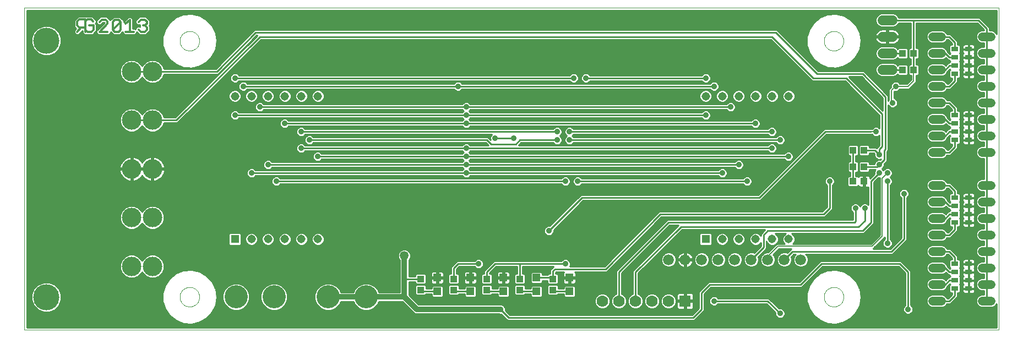
<source format=gtl>
G75*
G70*
%OFA0B0*%
%FSLAX24Y24*%
%IPPOS*%
%LPD*%
%AMOC8*
5,1,8,0,0,1.08239X$1,22.5*
%
%ADD10C,0.0000*%
%ADD11R,0.0515X0.0515*%
%ADD12C,0.0515*%
%ADD13C,0.0660*%
%ADD14R,0.0394X0.0433*%
%ADD15R,0.0433X0.0394*%
%ADD16R,0.0472X0.0472*%
%ADD17C,0.0594*%
%ADD18R,0.0700X0.0700*%
%ADD19C,0.0700*%
%ADD20C,0.1181*%
%ADD21C,0.1581*%
%ADD22C,0.1400*%
%ADD23C,0.0520*%
%ADD24R,0.0433X0.0295*%
%ADD25C,0.0120*%
%ADD26C,0.0357*%
%ADD27C,0.0100*%
%ADD28C,0.0080*%
%ADD29C,0.0320*%
%ADD30C,0.0531*%
D10*
X000655Y000907D02*
X000655Y020407D01*
X059655Y020407D01*
X059655Y000907D01*
X000655Y000907D01*
X010064Y002907D02*
X010066Y002955D01*
X010072Y003003D01*
X010082Y003050D01*
X010095Y003096D01*
X010113Y003141D01*
X010133Y003185D01*
X010158Y003227D01*
X010186Y003266D01*
X010216Y003303D01*
X010250Y003337D01*
X010287Y003369D01*
X010325Y003398D01*
X010366Y003423D01*
X010409Y003445D01*
X010454Y003463D01*
X010500Y003477D01*
X010547Y003488D01*
X010595Y003495D01*
X010643Y003498D01*
X010691Y003497D01*
X010739Y003492D01*
X010787Y003483D01*
X010833Y003471D01*
X010878Y003454D01*
X010922Y003434D01*
X010964Y003411D01*
X011004Y003384D01*
X011042Y003354D01*
X011077Y003321D01*
X011109Y003285D01*
X011139Y003247D01*
X011165Y003206D01*
X011187Y003163D01*
X011207Y003119D01*
X011222Y003074D01*
X011234Y003027D01*
X011242Y002979D01*
X011246Y002931D01*
X011246Y002883D01*
X011242Y002835D01*
X011234Y002787D01*
X011222Y002740D01*
X011207Y002695D01*
X011187Y002651D01*
X011165Y002608D01*
X011139Y002567D01*
X011109Y002529D01*
X011077Y002493D01*
X011042Y002460D01*
X011004Y002430D01*
X010964Y002403D01*
X010922Y002380D01*
X010878Y002360D01*
X010833Y002343D01*
X010787Y002331D01*
X010739Y002322D01*
X010691Y002317D01*
X010643Y002316D01*
X010595Y002319D01*
X010547Y002326D01*
X010500Y002337D01*
X010454Y002351D01*
X010409Y002369D01*
X010366Y002391D01*
X010325Y002416D01*
X010287Y002445D01*
X010250Y002477D01*
X010216Y002511D01*
X010186Y002548D01*
X010158Y002587D01*
X010133Y002629D01*
X010113Y002673D01*
X010095Y002718D01*
X010082Y002764D01*
X010072Y002811D01*
X010066Y002859D01*
X010064Y002907D01*
X049064Y002907D02*
X049066Y002955D01*
X049072Y003003D01*
X049082Y003050D01*
X049095Y003096D01*
X049113Y003141D01*
X049133Y003185D01*
X049158Y003227D01*
X049186Y003266D01*
X049216Y003303D01*
X049250Y003337D01*
X049287Y003369D01*
X049325Y003398D01*
X049366Y003423D01*
X049409Y003445D01*
X049454Y003463D01*
X049500Y003477D01*
X049547Y003488D01*
X049595Y003495D01*
X049643Y003498D01*
X049691Y003497D01*
X049739Y003492D01*
X049787Y003483D01*
X049833Y003471D01*
X049878Y003454D01*
X049922Y003434D01*
X049964Y003411D01*
X050004Y003384D01*
X050042Y003354D01*
X050077Y003321D01*
X050109Y003285D01*
X050139Y003247D01*
X050165Y003206D01*
X050187Y003163D01*
X050207Y003119D01*
X050222Y003074D01*
X050234Y003027D01*
X050242Y002979D01*
X050246Y002931D01*
X050246Y002883D01*
X050242Y002835D01*
X050234Y002787D01*
X050222Y002740D01*
X050207Y002695D01*
X050187Y002651D01*
X050165Y002608D01*
X050139Y002567D01*
X050109Y002529D01*
X050077Y002493D01*
X050042Y002460D01*
X050004Y002430D01*
X049964Y002403D01*
X049922Y002380D01*
X049878Y002360D01*
X049833Y002343D01*
X049787Y002331D01*
X049739Y002322D01*
X049691Y002317D01*
X049643Y002316D01*
X049595Y002319D01*
X049547Y002326D01*
X049500Y002337D01*
X049454Y002351D01*
X049409Y002369D01*
X049366Y002391D01*
X049325Y002416D01*
X049287Y002445D01*
X049250Y002477D01*
X049216Y002511D01*
X049186Y002548D01*
X049158Y002587D01*
X049133Y002629D01*
X049113Y002673D01*
X049095Y002718D01*
X049082Y002764D01*
X049072Y002811D01*
X049066Y002859D01*
X049064Y002907D01*
X049064Y018407D02*
X049066Y018455D01*
X049072Y018503D01*
X049082Y018550D01*
X049095Y018596D01*
X049113Y018641D01*
X049133Y018685D01*
X049158Y018727D01*
X049186Y018766D01*
X049216Y018803D01*
X049250Y018837D01*
X049287Y018869D01*
X049325Y018898D01*
X049366Y018923D01*
X049409Y018945D01*
X049454Y018963D01*
X049500Y018977D01*
X049547Y018988D01*
X049595Y018995D01*
X049643Y018998D01*
X049691Y018997D01*
X049739Y018992D01*
X049787Y018983D01*
X049833Y018971D01*
X049878Y018954D01*
X049922Y018934D01*
X049964Y018911D01*
X050004Y018884D01*
X050042Y018854D01*
X050077Y018821D01*
X050109Y018785D01*
X050139Y018747D01*
X050165Y018706D01*
X050187Y018663D01*
X050207Y018619D01*
X050222Y018574D01*
X050234Y018527D01*
X050242Y018479D01*
X050246Y018431D01*
X050246Y018383D01*
X050242Y018335D01*
X050234Y018287D01*
X050222Y018240D01*
X050207Y018195D01*
X050187Y018151D01*
X050165Y018108D01*
X050139Y018067D01*
X050109Y018029D01*
X050077Y017993D01*
X050042Y017960D01*
X050004Y017930D01*
X049964Y017903D01*
X049922Y017880D01*
X049878Y017860D01*
X049833Y017843D01*
X049787Y017831D01*
X049739Y017822D01*
X049691Y017817D01*
X049643Y017816D01*
X049595Y017819D01*
X049547Y017826D01*
X049500Y017837D01*
X049454Y017851D01*
X049409Y017869D01*
X049366Y017891D01*
X049325Y017916D01*
X049287Y017945D01*
X049250Y017977D01*
X049216Y018011D01*
X049186Y018048D01*
X049158Y018087D01*
X049133Y018129D01*
X049113Y018173D01*
X049095Y018218D01*
X049082Y018264D01*
X049072Y018311D01*
X049066Y018359D01*
X049064Y018407D01*
X010064Y018407D02*
X010066Y018455D01*
X010072Y018503D01*
X010082Y018550D01*
X010095Y018596D01*
X010113Y018641D01*
X010133Y018685D01*
X010158Y018727D01*
X010186Y018766D01*
X010216Y018803D01*
X010250Y018837D01*
X010287Y018869D01*
X010325Y018898D01*
X010366Y018923D01*
X010409Y018945D01*
X010454Y018963D01*
X010500Y018977D01*
X010547Y018988D01*
X010595Y018995D01*
X010643Y018998D01*
X010691Y018997D01*
X010739Y018992D01*
X010787Y018983D01*
X010833Y018971D01*
X010878Y018954D01*
X010922Y018934D01*
X010964Y018911D01*
X011004Y018884D01*
X011042Y018854D01*
X011077Y018821D01*
X011109Y018785D01*
X011139Y018747D01*
X011165Y018706D01*
X011187Y018663D01*
X011207Y018619D01*
X011222Y018574D01*
X011234Y018527D01*
X011242Y018479D01*
X011246Y018431D01*
X011246Y018383D01*
X011242Y018335D01*
X011234Y018287D01*
X011222Y018240D01*
X011207Y018195D01*
X011187Y018151D01*
X011165Y018108D01*
X011139Y018067D01*
X011109Y018029D01*
X011077Y017993D01*
X011042Y017960D01*
X011004Y017930D01*
X010964Y017903D01*
X010922Y017880D01*
X010878Y017860D01*
X010833Y017843D01*
X010787Y017831D01*
X010739Y017822D01*
X010691Y017817D01*
X010643Y017816D01*
X010595Y017819D01*
X010547Y017826D01*
X010500Y017837D01*
X010454Y017851D01*
X010409Y017869D01*
X010366Y017891D01*
X010325Y017916D01*
X010287Y017945D01*
X010250Y017977D01*
X010216Y018011D01*
X010186Y018048D01*
X010158Y018087D01*
X010133Y018129D01*
X010113Y018173D01*
X010095Y018218D01*
X010082Y018264D01*
X010072Y018311D01*
X010066Y018359D01*
X010064Y018407D01*
D11*
X013405Y006407D03*
X041905Y006407D03*
D12*
X042905Y006407D03*
X043905Y006407D03*
X044929Y006407D03*
X045929Y006407D03*
X046929Y006407D03*
X046929Y015069D03*
X045929Y015069D03*
X044929Y015069D03*
X043905Y015069D03*
X042905Y015069D03*
X041905Y015069D03*
X018429Y015069D03*
X017429Y015069D03*
X016429Y015069D03*
X015405Y015069D03*
X014405Y015069D03*
X013405Y015069D03*
X014405Y006407D03*
X015405Y006407D03*
X016429Y006407D03*
X017429Y006407D03*
X018429Y006407D03*
D13*
X039655Y005157D03*
X040655Y005157D03*
X041655Y005157D03*
X042655Y005157D03*
X043655Y005157D03*
X044655Y005157D03*
X045655Y005157D03*
X046655Y005157D03*
X047655Y005157D03*
D14*
X050820Y010782D03*
X051490Y010782D03*
X051490Y011782D03*
X050820Y011782D03*
X053820Y016657D03*
X054490Y016657D03*
X054490Y017657D03*
X053820Y017657D03*
D15*
X051490Y009907D03*
X050820Y009907D03*
X032655Y003992D03*
X032655Y003322D03*
X030655Y003322D03*
X030655Y003992D03*
X028655Y003992D03*
X028655Y003322D03*
X026655Y003322D03*
X026655Y003992D03*
X024655Y003992D03*
X024655Y003322D03*
D16*
X025655Y003244D03*
X027655Y003244D03*
X029655Y003244D03*
X029655Y004070D03*
X027655Y004070D03*
X025655Y004070D03*
X031655Y004070D03*
X033655Y004070D03*
X033655Y003244D03*
X031655Y003244D03*
D17*
X052608Y016657D02*
X053202Y016657D01*
X053202Y017657D02*
X052608Y017657D01*
X052608Y018657D02*
X053202Y018657D01*
X053202Y019657D02*
X052608Y019657D01*
D18*
X040655Y002657D03*
D19*
X039655Y002657D03*
X038655Y002657D03*
X037655Y002657D03*
X036655Y002657D03*
X035655Y002657D03*
D20*
X008407Y004759D03*
X007155Y004759D03*
X007155Y007708D03*
X008407Y007708D03*
X008407Y010657D03*
X007155Y010657D03*
X007155Y013606D03*
X008407Y013606D03*
X008407Y016555D03*
X007155Y016555D03*
D21*
X001986Y018425D03*
X001986Y002889D03*
D22*
X013468Y002907D03*
X015768Y002907D03*
X019042Y002907D03*
X021342Y002907D03*
D23*
X055645Y002657D02*
X056165Y002657D01*
X058645Y002657D02*
X059165Y002657D01*
X059165Y003657D02*
X058645Y003657D01*
X058645Y004657D02*
X059165Y004657D01*
X059165Y005657D02*
X058645Y005657D01*
X056165Y005657D02*
X055645Y005657D01*
X055645Y004657D02*
X056165Y004657D01*
X056165Y003657D02*
X055645Y003657D01*
X055645Y006657D02*
X056165Y006657D01*
X056165Y007657D02*
X055645Y007657D01*
X055645Y008657D02*
X056165Y008657D01*
X058645Y008657D02*
X059165Y008657D01*
X059165Y007657D02*
X058645Y007657D01*
X058645Y006657D02*
X059165Y006657D01*
X059165Y009657D02*
X058645Y009657D01*
X056165Y009657D02*
X055645Y009657D01*
X055645Y011657D02*
X056165Y011657D01*
X058645Y011657D02*
X059165Y011657D01*
X059165Y012657D02*
X058645Y012657D01*
X056165Y012657D02*
X055645Y012657D01*
X055645Y013657D02*
X056165Y013657D01*
X056165Y014657D02*
X055645Y014657D01*
X055645Y015657D02*
X056165Y015657D01*
X058645Y015657D02*
X059165Y015657D01*
X059165Y014657D02*
X058645Y014657D01*
X058645Y013657D02*
X059165Y013657D01*
X059165Y016657D02*
X058645Y016657D01*
X058645Y017657D02*
X059165Y017657D01*
X059165Y018657D02*
X058645Y018657D01*
X056165Y018657D02*
X055645Y018657D01*
X055645Y017657D02*
X056165Y017657D01*
X056165Y016657D02*
X055645Y016657D01*
D24*
X056984Y016407D03*
X057826Y016407D03*
X057826Y016907D03*
X056984Y016907D03*
X056984Y017407D03*
X057826Y017407D03*
X057826Y017907D03*
X056984Y017907D03*
X056984Y013907D03*
X057826Y013907D03*
X057826Y013407D03*
X056984Y013407D03*
X056984Y012907D03*
X057826Y012907D03*
X057826Y012407D03*
X056984Y012407D03*
X056984Y008907D03*
X057826Y008907D03*
X057826Y008407D03*
X056984Y008407D03*
X056984Y007907D03*
X057826Y007907D03*
X057826Y007407D03*
X056984Y007407D03*
X056984Y004907D03*
X057826Y004907D03*
X057826Y004407D03*
X056984Y004407D03*
X056984Y003907D03*
X057826Y003907D03*
X057826Y003407D03*
X056984Y003407D03*
D25*
X008065Y019087D02*
X007945Y018967D01*
X007705Y018967D01*
X007575Y019097D01*
X007278Y018967D02*
X006793Y018967D01*
X007038Y018975D02*
X007038Y019680D01*
X007038Y019687D02*
X006795Y019445D01*
X006485Y019567D02*
X006365Y019687D01*
X006125Y019687D01*
X006005Y019567D01*
X006005Y019087D01*
X006125Y018967D01*
X006365Y018967D01*
X006485Y019087D01*
X006485Y019567D01*
X006475Y019567D02*
X006005Y019087D01*
X005695Y018967D02*
X005205Y018967D01*
X005695Y019447D01*
X005695Y019567D01*
X005695Y019577D02*
X005575Y019697D01*
X005335Y019697D01*
X005205Y019567D01*
X004825Y019587D02*
X004705Y019707D01*
X004465Y019707D01*
X004345Y019587D01*
X004345Y019707D01*
X003975Y019707D01*
X003855Y019587D01*
X003855Y019337D01*
X003975Y019217D01*
X004095Y019217D01*
X003855Y018967D01*
X004345Y018967D02*
X004345Y019087D01*
X004345Y019217D01*
X004095Y019217D01*
X004345Y019217D02*
X004345Y019587D01*
X004585Y019337D02*
X004835Y019337D01*
X004835Y019097D01*
X004715Y018967D01*
X004465Y018967D01*
X004345Y019087D01*
X007575Y019567D02*
X007705Y019697D01*
X007945Y019697D01*
X008065Y019577D01*
X008065Y019567D02*
X008065Y019447D01*
X007955Y019337D01*
X008065Y019227D01*
X008065Y019217D02*
X008065Y019097D01*
X007953Y019337D02*
X007838Y019337D01*
D26*
X013405Y016157D03*
X013905Y015657D03*
X014905Y014407D03*
X013405Y013907D03*
X016405Y013407D03*
X017405Y012907D03*
X017905Y012407D03*
X017405Y011907D03*
X018405Y011407D03*
X015405Y010907D03*
X014405Y010407D03*
X015905Y009907D03*
X027405Y010407D03*
X027405Y010907D03*
X027405Y011407D03*
X027405Y011907D03*
X029155Y012532D03*
X030280Y012532D03*
X027405Y013407D03*
X027405Y013907D03*
X027405Y014407D03*
X026905Y015657D03*
X033905Y016157D03*
X034655Y016157D03*
X041905Y016157D03*
X042405Y015657D03*
X043405Y014407D03*
X041905Y013907D03*
X044905Y013407D03*
X045905Y012907D03*
X046405Y012407D03*
X045905Y011907D03*
X046905Y011407D03*
X043905Y010907D03*
X042905Y010407D03*
X044405Y009907D03*
X048843Y010157D03*
X049405Y009907D03*
X052280Y009782D03*
X052905Y009907D03*
X052905Y010407D03*
X052405Y010407D03*
X052405Y010907D03*
X052405Y011532D03*
X053030Y011532D03*
X052218Y012907D03*
X052436Y014657D03*
X053218Y014657D03*
X053655Y014720D03*
X053405Y015657D03*
X051061Y016032D03*
X033655Y012907D03*
X032905Y012907D03*
X032905Y012407D03*
X033655Y012407D03*
X033405Y009907D03*
X034155Y009907D03*
X032405Y006907D03*
X033405Y004907D03*
X028155Y004907D03*
X029468Y002157D03*
X042405Y002657D03*
X046405Y001907D03*
X054155Y002157D03*
X052905Y006157D03*
X051780Y006532D03*
X051280Y006532D03*
X050780Y006532D03*
X050968Y008282D03*
X051530Y008282D03*
X053905Y009157D03*
D27*
X053905Y006407D01*
X053155Y005657D01*
X047155Y005657D01*
X046655Y005157D01*
X046244Y005342D02*
X046066Y005342D01*
X046037Y005412D02*
X045993Y005456D01*
X046346Y005810D01*
X047067Y005810D01*
X046985Y005727D01*
X046830Y005572D01*
X046745Y005607D01*
X046566Y005607D01*
X046400Y005539D01*
X046274Y005412D01*
X046205Y005247D01*
X046205Y005068D01*
X046274Y004902D01*
X046400Y004776D01*
X046566Y004707D01*
X046745Y004707D01*
X046910Y004776D01*
X047037Y004902D01*
X047105Y005068D01*
X047105Y005247D01*
X047070Y005331D01*
X047226Y005487D01*
X047349Y005487D01*
X047274Y005412D01*
X047205Y005247D01*
X047205Y005068D01*
X047274Y004902D01*
X047400Y004776D01*
X047566Y004707D01*
X047745Y004707D01*
X047910Y004776D01*
X048037Y004902D01*
X048105Y005068D01*
X048105Y005247D01*
X048037Y005412D01*
X047961Y005487D01*
X053085Y005487D01*
X053226Y005487D01*
X053976Y006237D01*
X054075Y006337D01*
X054075Y008905D01*
X054158Y008988D01*
X054204Y009098D01*
X054204Y009216D01*
X054158Y009326D01*
X054074Y009410D01*
X053964Y009455D01*
X053846Y009455D01*
X053736Y009410D01*
X053652Y009326D01*
X053607Y009216D01*
X053607Y009098D01*
X053652Y008988D01*
X053735Y008905D01*
X053735Y006477D01*
X053085Y005827D01*
X052051Y005827D01*
X052128Y005903D01*
X052659Y006435D01*
X052735Y006511D01*
X052735Y006409D01*
X052652Y006326D01*
X052607Y006216D01*
X052607Y006098D01*
X052652Y005988D01*
X052736Y005904D01*
X052846Y005859D01*
X052964Y005859D01*
X053074Y005904D01*
X053158Y005988D01*
X053204Y006098D01*
X053204Y006216D01*
X053158Y006326D01*
X053075Y006409D01*
X053075Y009655D01*
X053158Y009738D01*
X053204Y009848D01*
X053204Y009966D01*
X053158Y010076D01*
X053077Y010157D01*
X053158Y010238D01*
X053204Y010348D01*
X053204Y010466D01*
X058735Y010466D01*
X058735Y010564D02*
X053163Y010564D01*
X053158Y010576D02*
X053074Y010660D01*
X052964Y010705D01*
X052846Y010705D01*
X052736Y010660D01*
X052655Y010579D01*
X052577Y010657D01*
X052658Y010738D01*
X052704Y010848D01*
X052704Y010965D01*
X052888Y011149D01*
X052888Y011290D01*
X052888Y011712D01*
X052950Y011774D01*
X052950Y011915D01*
X052950Y014523D01*
X052965Y014488D01*
X053049Y014404D01*
X053158Y014359D01*
X053277Y014359D01*
X053387Y014404D01*
X053471Y014488D01*
X053516Y014598D01*
X053516Y014716D01*
X053471Y014826D01*
X053387Y014910D01*
X053315Y014940D01*
X053315Y015341D01*
X053337Y015362D01*
X053346Y015359D01*
X053464Y015359D01*
X053574Y015404D01*
X053658Y015488D01*
X053662Y015497D01*
X054221Y015497D01*
X054315Y015591D01*
X054650Y015925D01*
X054650Y016058D01*
X054650Y016321D01*
X054736Y016321D01*
X054807Y016391D01*
X054807Y016923D01*
X054736Y016994D01*
X054660Y016994D01*
X054660Y017321D01*
X054736Y017321D01*
X054807Y017391D01*
X054807Y017923D01*
X054736Y017994D01*
X054660Y017994D01*
X054660Y019487D01*
X058335Y019487D01*
X058735Y019087D01*
X058735Y019037D01*
X058569Y019037D01*
X058430Y018979D01*
X058323Y018872D01*
X058265Y018733D01*
X058265Y018581D01*
X058323Y018442D01*
X058430Y018335D01*
X058569Y018277D01*
X058735Y018277D01*
X058735Y018037D01*
X058569Y018037D01*
X058430Y017979D01*
X058323Y017872D01*
X058265Y017733D01*
X058265Y017581D01*
X058323Y017442D01*
X058430Y017335D01*
X058569Y017277D01*
X058735Y017277D01*
X058735Y017037D01*
X058569Y017037D01*
X058430Y016979D01*
X058323Y016872D01*
X058265Y016733D01*
X058265Y016581D01*
X058323Y016442D01*
X058430Y016335D01*
X058569Y016277D01*
X058735Y016277D01*
X058735Y016037D01*
X058569Y016037D01*
X058430Y015979D01*
X058323Y015872D01*
X058265Y015733D01*
X058265Y015581D01*
X058323Y015442D01*
X058430Y015335D01*
X058569Y015277D01*
X058735Y015277D01*
X058735Y015037D01*
X058569Y015037D01*
X058430Y014979D01*
X058323Y014872D01*
X058265Y014733D01*
X058265Y014581D01*
X058323Y014442D01*
X058430Y014335D01*
X058569Y014277D01*
X058735Y014277D01*
X058735Y014037D01*
X058569Y014037D01*
X058430Y013979D01*
X058323Y013872D01*
X058265Y013733D01*
X058265Y013581D01*
X058323Y013442D01*
X058430Y013335D01*
X058569Y013277D01*
X058735Y013277D01*
X058735Y013037D01*
X058569Y013037D01*
X058430Y012979D01*
X058323Y012872D01*
X058265Y012733D01*
X058265Y012581D01*
X058323Y012442D01*
X058430Y012335D01*
X058569Y012277D01*
X058735Y012277D01*
X058735Y012037D01*
X058569Y012037D01*
X058430Y011979D01*
X058323Y011872D01*
X058265Y011733D01*
X058265Y011581D01*
X058323Y011442D01*
X058430Y011335D01*
X058569Y011277D01*
X058735Y011277D01*
X058735Y010037D01*
X058569Y010037D01*
X058430Y009979D01*
X058323Y009872D01*
X058265Y009733D01*
X058265Y009581D01*
X058323Y009442D01*
X058430Y009335D01*
X058569Y009277D01*
X058735Y009277D01*
X058735Y009037D01*
X058569Y009037D01*
X058430Y008979D01*
X058323Y008872D01*
X058265Y008733D01*
X058265Y008581D01*
X058323Y008442D01*
X058430Y008335D01*
X058569Y008277D01*
X058735Y008277D01*
X058735Y008037D01*
X058569Y008037D01*
X058430Y007979D01*
X058323Y007872D01*
X058265Y007733D01*
X058265Y007581D01*
X058323Y007442D01*
X058430Y007335D01*
X058569Y007277D01*
X058735Y007277D01*
X058735Y007037D01*
X058569Y007037D01*
X058430Y006979D01*
X058323Y006872D01*
X058265Y006733D01*
X058265Y006581D01*
X058323Y006442D01*
X058430Y006335D01*
X058569Y006277D01*
X058735Y006277D01*
X058735Y006037D01*
X058569Y006037D01*
X058430Y005979D01*
X058323Y005872D01*
X058265Y005733D01*
X058265Y005581D01*
X058323Y005442D01*
X058430Y005335D01*
X058569Y005277D01*
X058735Y005277D01*
X058735Y005037D01*
X058569Y005037D01*
X058430Y004979D01*
X058323Y004872D01*
X058265Y004733D01*
X058265Y004581D01*
X058323Y004442D01*
X058430Y004335D01*
X058569Y004277D01*
X058735Y004277D01*
X058735Y004037D01*
X058569Y004037D01*
X058430Y003979D01*
X058323Y003872D01*
X058265Y003733D01*
X058265Y003581D01*
X058323Y003442D01*
X058430Y003335D01*
X058569Y003277D01*
X058735Y003277D01*
X058735Y003037D01*
X058569Y003037D01*
X058430Y002979D01*
X058323Y002872D01*
X058265Y002733D01*
X058265Y002581D01*
X058323Y002442D01*
X058430Y002335D01*
X058569Y002277D01*
X059241Y002277D01*
X059380Y002335D01*
X059487Y002442D01*
X059505Y002485D01*
X059505Y001057D01*
X000805Y001057D01*
X000805Y020257D01*
X059505Y020257D01*
X059505Y018829D01*
X059487Y018872D01*
X059380Y018979D01*
X059241Y019037D01*
X059075Y019037D01*
X059075Y019227D01*
X058976Y019327D01*
X058476Y019827D01*
X058335Y019827D01*
X054601Y019827D01*
X054460Y019827D01*
X053583Y019827D01*
X053555Y019893D01*
X053438Y020010D01*
X053285Y020074D01*
X052525Y020074D01*
X052372Y020010D01*
X052255Y019893D01*
X052191Y019740D01*
X052191Y019574D01*
X052255Y019421D01*
X052372Y019304D01*
X052525Y019240D01*
X053285Y019240D01*
X053438Y019304D01*
X053555Y019421D01*
X053583Y019487D01*
X054320Y019487D01*
X054320Y017994D01*
X054243Y017994D01*
X054173Y017923D01*
X054173Y017391D01*
X054243Y017321D01*
X054320Y017321D01*
X054320Y016994D01*
X054243Y016994D01*
X054173Y016923D01*
X054173Y016391D01*
X054243Y016321D01*
X054330Y016321D01*
X054330Y016058D01*
X054089Y015817D01*
X053662Y015817D01*
X053658Y015826D01*
X053574Y015910D01*
X053464Y015955D01*
X053346Y015955D01*
X053236Y015910D01*
X053152Y015826D01*
X053107Y015716D01*
X053107Y015598D01*
X053110Y015589D01*
X052995Y015473D01*
X052995Y015341D01*
X052995Y014857D01*
X052965Y014826D01*
X052950Y014791D01*
X052950Y015102D01*
X052851Y015202D01*
X051476Y016577D01*
X051335Y016577D01*
X048726Y016577D01*
X046226Y019077D01*
X046085Y019077D01*
X014585Y019077D01*
X014485Y018977D01*
X012232Y016725D01*
X009106Y016725D01*
X009009Y016957D01*
X008810Y017157D01*
X008548Y017265D01*
X008266Y017265D01*
X008005Y017157D01*
X007805Y016957D01*
X007781Y016900D01*
X007757Y016957D01*
X007558Y017157D01*
X007296Y017265D01*
X007014Y017265D01*
X006753Y017157D01*
X006553Y016957D01*
X006445Y016696D01*
X006445Y016413D01*
X006553Y016152D01*
X006753Y015952D01*
X007014Y015844D01*
X007296Y015844D01*
X007558Y015952D01*
X007757Y016152D01*
X007781Y016209D01*
X007805Y016152D01*
X008005Y015952D01*
X008266Y015844D01*
X008548Y015844D01*
X008810Y015952D01*
X009009Y016152D01*
X009106Y016385D01*
X012232Y016385D01*
X012373Y016385D01*
X014726Y018737D01*
X014745Y018737D01*
X014735Y018727D01*
X009784Y013776D01*
X009106Y013776D01*
X009009Y014008D01*
X008810Y014208D01*
X008548Y014316D01*
X008266Y014316D01*
X008005Y014208D01*
X007805Y014008D01*
X007781Y013951D01*
X007757Y014008D01*
X007558Y014208D01*
X007296Y014316D01*
X007014Y014316D01*
X006753Y014208D01*
X006553Y014008D01*
X006445Y013747D01*
X006445Y013465D01*
X006553Y013203D01*
X006753Y013004D01*
X007014Y012895D01*
X007296Y012895D01*
X007558Y013004D01*
X007757Y013203D01*
X007781Y013260D01*
X007805Y013203D01*
X008005Y013004D01*
X008266Y012895D01*
X008548Y012895D01*
X008810Y013004D01*
X009009Y013203D01*
X009106Y013436D01*
X009784Y013436D01*
X009924Y013436D01*
X014975Y018487D01*
X045835Y018487D01*
X048335Y015987D01*
X048476Y015987D01*
X050335Y015987D01*
X052423Y013899D01*
X052423Y013124D01*
X052387Y013160D01*
X052277Y013205D01*
X052158Y013205D01*
X052049Y013160D01*
X051966Y013077D01*
X049226Y013077D01*
X049085Y013077D01*
X045085Y009077D01*
X034476Y009077D01*
X034335Y009077D01*
X032463Y007205D01*
X032346Y007205D01*
X032236Y007160D01*
X032152Y007076D01*
X032107Y006966D01*
X032107Y006848D01*
X032152Y006738D01*
X032236Y006654D01*
X032346Y006609D01*
X032464Y006609D01*
X032574Y006654D01*
X032658Y006738D01*
X032704Y006848D01*
X032704Y006965D01*
X034476Y008737D01*
X045226Y008737D01*
X045325Y008837D01*
X049226Y012737D01*
X051966Y012737D01*
X052049Y012654D01*
X052158Y012609D01*
X052277Y012609D01*
X052387Y012654D01*
X052423Y012690D01*
X052423Y012102D01*
X052335Y012015D01*
X052249Y011929D01*
X052226Y011952D01*
X052085Y011952D01*
X051807Y011952D01*
X051807Y012048D01*
X051736Y012119D01*
X051243Y012119D01*
X051173Y012048D01*
X051173Y011516D01*
X051243Y011446D01*
X051736Y011446D01*
X051807Y011516D01*
X051807Y011612D01*
X052085Y011612D01*
X052107Y011590D01*
X052107Y011473D01*
X052152Y011363D01*
X052236Y011279D01*
X052346Y011234D01*
X052464Y011234D01*
X052510Y011253D01*
X052463Y011205D01*
X052346Y011205D01*
X052236Y011160D01*
X052152Y011076D01*
X052107Y010966D01*
X052107Y010952D01*
X051807Y010952D01*
X051807Y011048D01*
X051736Y011119D01*
X051243Y011119D01*
X051173Y011048D01*
X051173Y010516D01*
X051243Y010446D01*
X051736Y010446D01*
X051807Y010516D01*
X051807Y010612D01*
X052188Y010612D01*
X052152Y010576D01*
X052107Y010466D01*
X051757Y010466D01*
X051807Y010564D02*
X052147Y010564D01*
X052107Y010466D02*
X052107Y010349D01*
X051856Y010099D01*
X051856Y010124D01*
X051846Y010162D01*
X051826Y010196D01*
X051798Y010224D01*
X051764Y010244D01*
X051726Y010254D01*
X051538Y010254D01*
X051538Y009956D01*
X051441Y009956D01*
X051441Y010254D01*
X051253Y010254D01*
X051215Y010244D01*
X051181Y010224D01*
X051153Y010196D01*
X051139Y010171D01*
X051087Y010224D01*
X050990Y010224D01*
X050990Y010446D01*
X051067Y010446D01*
X051137Y010516D01*
X051137Y011048D01*
X051067Y011119D01*
X050990Y011119D01*
X050990Y011446D01*
X051067Y011446D01*
X051137Y011516D01*
X051137Y012048D01*
X051067Y012119D01*
X050574Y012119D01*
X050504Y012048D01*
X050504Y011516D01*
X050574Y011446D01*
X050650Y011446D01*
X050650Y011119D01*
X050574Y011119D01*
X050504Y011048D01*
X050504Y010516D01*
X050574Y010446D01*
X050650Y010446D01*
X050650Y010224D01*
X050554Y010224D01*
X050484Y010154D01*
X050484Y009661D01*
X050554Y009590D01*
X051087Y009590D01*
X051139Y009643D01*
X051153Y009618D01*
X051181Y009590D01*
X051215Y009570D01*
X051253Y009560D01*
X051441Y009560D01*
X051441Y009858D01*
X051538Y009858D01*
X051538Y009560D01*
X051726Y009560D01*
X051735Y009563D01*
X051735Y008499D01*
X051699Y008535D01*
X051589Y008580D01*
X051471Y008580D01*
X051361Y008535D01*
X051277Y008451D01*
X051249Y008383D01*
X051221Y008451D01*
X051137Y008535D01*
X051027Y008580D01*
X050908Y008580D01*
X050799Y008535D01*
X050715Y008451D01*
X050669Y008341D01*
X050669Y008223D01*
X050715Y008113D01*
X050798Y008030D01*
X050798Y007577D01*
X039726Y007577D01*
X039585Y007577D01*
X036585Y004577D01*
X036485Y004477D01*
X036485Y003095D01*
X036389Y003056D01*
X036257Y002923D01*
X036185Y002751D01*
X036185Y002564D01*
X036257Y002391D01*
X036389Y002259D01*
X036562Y002187D01*
X036749Y002187D01*
X036921Y002259D01*
X037054Y002391D01*
X037125Y002564D01*
X037125Y002751D01*
X037054Y002923D01*
X036921Y003056D01*
X036825Y003095D01*
X036825Y004337D01*
X039726Y007237D01*
X040245Y007237D01*
X037585Y004577D01*
X037485Y004477D01*
X037485Y003095D01*
X037389Y003056D01*
X037257Y002923D01*
X037185Y002751D01*
X037185Y002564D01*
X037257Y002391D01*
X037389Y002259D01*
X037562Y002187D01*
X037749Y002187D01*
X037921Y002259D01*
X038054Y002391D01*
X038125Y002564D01*
X038125Y002751D01*
X038054Y002923D01*
X037921Y003056D01*
X037825Y003095D01*
X037825Y004337D01*
X040476Y006987D01*
X045495Y006987D01*
X045335Y006827D01*
X045235Y006727D01*
X045235Y006634D01*
X045143Y006727D01*
X045004Y006785D01*
X044854Y006785D01*
X044715Y006727D01*
X044609Y006621D01*
X044551Y006482D01*
X044551Y006332D01*
X044609Y006193D01*
X044715Y006087D01*
X044854Y006030D01*
X045004Y006030D01*
X045143Y006087D01*
X045235Y006180D01*
X045235Y005977D01*
X044830Y005572D01*
X044745Y005607D01*
X044566Y005607D01*
X044400Y005539D01*
X044274Y005412D01*
X044205Y005247D01*
X044205Y005068D01*
X044274Y004902D01*
X044400Y004776D01*
X044566Y004707D01*
X044745Y004707D01*
X044910Y004776D01*
X045037Y004902D01*
X045105Y005068D01*
X045105Y005247D01*
X045070Y005331D01*
X045575Y005837D01*
X045575Y005977D01*
X045575Y006275D01*
X045609Y006193D01*
X045715Y006087D01*
X045854Y006030D01*
X046004Y006030D01*
X046143Y006087D01*
X046249Y006193D01*
X046306Y006332D01*
X046306Y006482D01*
X046249Y006621D01*
X046143Y006727D01*
X046118Y006737D01*
X046739Y006737D01*
X046715Y006727D01*
X046609Y006621D01*
X046551Y006482D01*
X046551Y006332D01*
X046609Y006193D01*
X046672Y006130D01*
X046185Y006130D01*
X046214Y006130D02*
X045691Y005607D01*
X045566Y005607D01*
X045400Y005539D01*
X045274Y005412D01*
X045205Y005247D01*
X045205Y005068D01*
X045274Y004902D01*
X045400Y004776D01*
X045566Y004707D01*
X045745Y004707D01*
X045910Y004776D01*
X046037Y004902D01*
X046105Y005068D01*
X046105Y005247D01*
X046037Y005412D01*
X046008Y005440D02*
X046302Y005440D01*
X046400Y005539D02*
X046075Y005539D01*
X046174Y005637D02*
X046895Y005637D01*
X046993Y005736D02*
X046272Y005736D01*
X046017Y005933D02*
X045575Y005933D01*
X045575Y006031D02*
X045849Y006031D01*
X046008Y006031D02*
X046116Y006031D01*
X046214Y006130D02*
X046346Y006130D01*
X046672Y006130D01*
X046594Y006228D02*
X046263Y006228D01*
X046304Y006327D02*
X046553Y006327D01*
X046551Y006426D02*
X046306Y006426D01*
X046289Y006524D02*
X046569Y006524D01*
X046610Y006623D02*
X046247Y006623D01*
X046148Y006721D02*
X046709Y006721D01*
X047118Y006737D02*
X051476Y006737D01*
X051575Y006837D01*
X052075Y007337D01*
X052075Y007477D01*
X052075Y009837D01*
X052347Y010109D01*
X052433Y010109D01*
X052433Y010028D01*
X052433Y006661D01*
X051901Y006130D01*
X047185Y006130D01*
X051902Y006130D01*
X052000Y006228D02*
X047263Y006228D01*
X047249Y006193D02*
X047185Y006130D01*
X047249Y006193D02*
X047306Y006332D01*
X047306Y006482D01*
X047249Y006621D01*
X047143Y006727D01*
X047118Y006737D01*
X047148Y006721D02*
X052433Y006721D01*
X052433Y006820D02*
X051558Y006820D01*
X051657Y006918D02*
X052433Y006918D01*
X052433Y007017D02*
X051755Y007017D01*
X051854Y007115D02*
X052433Y007115D01*
X052433Y007214D02*
X051952Y007214D01*
X052051Y007312D02*
X052433Y007312D01*
X052433Y007411D02*
X052075Y007411D01*
X052075Y007509D02*
X052433Y007509D01*
X052433Y007608D02*
X052075Y007608D01*
X052075Y007707D02*
X052433Y007707D01*
X052433Y007805D02*
X052075Y007805D01*
X052075Y007904D02*
X052433Y007904D01*
X052433Y008002D02*
X052075Y008002D01*
X052075Y008101D02*
X052433Y008101D01*
X052433Y008199D02*
X052075Y008199D01*
X052075Y008298D02*
X052433Y008298D01*
X052433Y008396D02*
X052075Y008396D01*
X052075Y008495D02*
X052433Y008495D01*
X052433Y008593D02*
X052075Y008593D01*
X052075Y008692D02*
X052433Y008692D01*
X052433Y008791D02*
X052075Y008791D01*
X052075Y008889D02*
X052433Y008889D01*
X052433Y008988D02*
X052075Y008988D01*
X052075Y009086D02*
X052433Y009086D01*
X052433Y009185D02*
X052075Y009185D01*
X052075Y009283D02*
X052433Y009283D01*
X052433Y009382D02*
X052075Y009382D01*
X052075Y009480D02*
X052433Y009480D01*
X052433Y009579D02*
X052075Y009579D01*
X052075Y009677D02*
X052433Y009677D01*
X052433Y009776D02*
X052075Y009776D01*
X052113Y009875D02*
X052433Y009875D01*
X052433Y009973D02*
X052211Y009973D01*
X052310Y010072D02*
X052433Y010072D01*
X052405Y010407D02*
X051905Y009907D01*
X051905Y007407D01*
X051405Y006907D01*
X045655Y006907D01*
X045405Y006657D01*
X045405Y005907D01*
X044655Y005157D01*
X044244Y005342D02*
X044066Y005342D01*
X044037Y005412D02*
X043910Y005539D01*
X044400Y005539D01*
X044302Y005440D02*
X044008Y005440D01*
X044037Y005412D02*
X044105Y005247D01*
X044105Y005068D01*
X044037Y004902D01*
X043910Y004776D01*
X043745Y004707D01*
X043566Y004707D01*
X043400Y004776D01*
X043274Y004902D01*
X043205Y005068D01*
X043205Y005247D01*
X043274Y005412D01*
X043400Y005539D01*
X043566Y005607D01*
X043745Y005607D01*
X043910Y005539D01*
X044105Y005243D02*
X044205Y005243D01*
X044205Y005144D02*
X044105Y005144D01*
X044096Y005046D02*
X044214Y005046D01*
X044255Y004947D02*
X044055Y004947D01*
X043983Y004849D02*
X044327Y004849D01*
X044461Y004750D02*
X043849Y004750D01*
X043461Y004750D02*
X042849Y004750D01*
X042910Y004776D02*
X043037Y004902D01*
X043105Y005068D01*
X043105Y005247D01*
X043037Y005412D01*
X042910Y005539D01*
X043400Y005539D01*
X043302Y005440D02*
X043008Y005440D01*
X043066Y005342D02*
X043244Y005342D01*
X043205Y005243D02*
X043105Y005243D01*
X043105Y005144D02*
X043205Y005144D01*
X043214Y005046D02*
X043096Y005046D01*
X043055Y004947D02*
X043255Y004947D01*
X043327Y004849D02*
X042983Y004849D01*
X042910Y004776D02*
X042745Y004707D01*
X042566Y004707D01*
X042400Y004776D01*
X042274Y004902D01*
X042205Y005068D01*
X042205Y005247D01*
X042274Y005412D01*
X042400Y005539D01*
X042566Y005607D01*
X042745Y005607D01*
X042910Y005539D01*
X042400Y005539D02*
X041910Y005539D01*
X041745Y005607D01*
X041566Y005607D01*
X041400Y005539D01*
X041274Y005412D01*
X041205Y005247D01*
X041205Y005068D01*
X041274Y004902D01*
X041400Y004776D01*
X041566Y004707D01*
X041745Y004707D01*
X041910Y004776D01*
X042037Y004902D01*
X042105Y005068D01*
X042105Y005247D01*
X042037Y005412D01*
X041910Y005539D01*
X042008Y005440D02*
X042302Y005440D01*
X042244Y005342D02*
X042066Y005342D01*
X042105Y005243D02*
X042205Y005243D01*
X042205Y005144D02*
X042105Y005144D01*
X042096Y005046D02*
X042214Y005046D01*
X042255Y004947D02*
X042055Y004947D01*
X041983Y004849D02*
X042327Y004849D01*
X042461Y004750D02*
X041849Y004750D01*
X041461Y004750D02*
X040912Y004750D01*
X040907Y004747D02*
X040968Y004791D01*
X041021Y004844D01*
X041066Y004906D01*
X041100Y004973D01*
X041123Y005045D01*
X041133Y005109D01*
X040704Y005109D01*
X040704Y005206D01*
X041133Y005206D01*
X041123Y005269D01*
X041100Y005341D01*
X041066Y005409D01*
X041021Y005470D01*
X040968Y005523D01*
X040907Y005568D01*
X040839Y005602D01*
X040768Y005625D01*
X040704Y005635D01*
X040704Y005206D01*
X040607Y005206D01*
X040607Y005635D01*
X040543Y005625D01*
X040471Y005602D01*
X040404Y005568D01*
X040342Y005523D01*
X040289Y005470D01*
X040245Y005409D01*
X040210Y005341D01*
X040187Y005269D01*
X040177Y005206D01*
X040606Y005206D01*
X040606Y005109D01*
X040177Y005109D01*
X040187Y005045D01*
X040210Y004973D01*
X040245Y004906D01*
X040289Y004844D01*
X040342Y004791D01*
X040404Y004747D01*
X040471Y004712D01*
X040543Y004689D01*
X040607Y004679D01*
X040607Y005108D01*
X040704Y005108D01*
X040704Y004679D01*
X040768Y004689D01*
X040839Y004712D01*
X040907Y004747D01*
X041024Y004849D02*
X041327Y004849D01*
X041255Y004947D02*
X041087Y004947D01*
X041123Y005046D02*
X041214Y005046D01*
X041205Y005144D02*
X040704Y005144D01*
X040606Y005144D02*
X040105Y005144D01*
X040105Y005068D02*
X040105Y005247D01*
X040037Y005412D01*
X039910Y005539D01*
X040364Y005539D01*
X040267Y005440D02*
X040008Y005440D01*
X040066Y005342D02*
X040210Y005342D01*
X040183Y005243D02*
X040105Y005243D01*
X040105Y005068D02*
X040037Y004902D01*
X039910Y004776D01*
X039745Y004707D01*
X039566Y004707D01*
X039400Y004776D01*
X039274Y004902D01*
X039205Y005068D01*
X039205Y005247D01*
X039274Y005412D01*
X039400Y005539D01*
X039566Y005607D01*
X039745Y005607D01*
X039910Y005539D01*
X039400Y005539D02*
X039027Y005539D01*
X039126Y005637D02*
X044895Y005637D01*
X044993Y005736D02*
X039224Y005736D01*
X039323Y005834D02*
X045092Y005834D01*
X045190Y005933D02*
X039421Y005933D01*
X039520Y006031D02*
X041596Y006031D01*
X041598Y006030D02*
X042212Y006030D01*
X042283Y006100D01*
X042283Y006714D01*
X042212Y006785D01*
X041598Y006785D01*
X041528Y006714D01*
X041528Y006100D01*
X041598Y006030D01*
X041528Y006130D02*
X039618Y006130D01*
X039717Y006228D02*
X041528Y006228D01*
X041528Y006327D02*
X039815Y006327D01*
X039914Y006426D02*
X041528Y006426D01*
X041528Y006524D02*
X040012Y006524D01*
X040111Y006623D02*
X041528Y006623D01*
X041535Y006721D02*
X040210Y006721D01*
X040308Y006820D02*
X045327Y006820D01*
X045235Y006721D02*
X045148Y006721D01*
X045426Y006918D02*
X040407Y006918D01*
X040405Y007157D02*
X037655Y004407D01*
X037655Y002657D01*
X037218Y002484D02*
X037092Y002484D01*
X037125Y002582D02*
X037185Y002582D01*
X037185Y002681D02*
X037125Y002681D01*
X037113Y002779D02*
X037197Y002779D01*
X037238Y002878D02*
X037072Y002878D01*
X037000Y002976D02*
X037310Y002976D01*
X037436Y003075D02*
X036874Y003075D01*
X036825Y003174D02*
X037485Y003174D01*
X037485Y003272D02*
X036825Y003272D01*
X036825Y003371D02*
X037485Y003371D01*
X037485Y003469D02*
X036825Y003469D01*
X036825Y003568D02*
X037485Y003568D01*
X037485Y003666D02*
X036825Y003666D01*
X036825Y003765D02*
X037485Y003765D01*
X037485Y003863D02*
X036825Y003863D01*
X036825Y003962D02*
X037485Y003962D01*
X037485Y004060D02*
X036825Y004060D01*
X036825Y004159D02*
X037485Y004159D01*
X037485Y004258D02*
X036825Y004258D01*
X036845Y004356D02*
X037485Y004356D01*
X037485Y004455D02*
X036943Y004455D01*
X037042Y004553D02*
X037561Y004553D01*
X037659Y004652D02*
X037140Y004652D01*
X037239Y004750D02*
X037758Y004750D01*
X037856Y004849D02*
X037337Y004849D01*
X037436Y004947D02*
X037955Y004947D01*
X038054Y005046D02*
X037534Y005046D01*
X037633Y005144D02*
X038152Y005144D01*
X038251Y005243D02*
X037731Y005243D01*
X037830Y005342D02*
X038349Y005342D01*
X038448Y005440D02*
X037929Y005440D01*
X038027Y005539D02*
X038546Y005539D01*
X038645Y005637D02*
X038126Y005637D01*
X038224Y005736D02*
X038743Y005736D01*
X038842Y005834D02*
X038323Y005834D01*
X038421Y005933D02*
X038940Y005933D01*
X039039Y006031D02*
X038520Y006031D01*
X038618Y006130D02*
X039138Y006130D01*
X039236Y006228D02*
X038717Y006228D01*
X038815Y006327D02*
X039335Y006327D01*
X039433Y006426D02*
X038914Y006426D01*
X039012Y006524D02*
X039532Y006524D01*
X039630Y006623D02*
X039111Y006623D01*
X039210Y006721D02*
X039729Y006721D01*
X039827Y006820D02*
X039308Y006820D01*
X039407Y006918D02*
X039926Y006918D01*
X040024Y007017D02*
X039505Y007017D01*
X039604Y007115D02*
X040123Y007115D01*
X040222Y007214D02*
X039702Y007214D01*
X039655Y007407D02*
X036655Y004407D01*
X036655Y002657D01*
X036218Y002484D02*
X036092Y002484D01*
X036125Y002564D02*
X036054Y002391D01*
X035921Y002259D01*
X035749Y002187D01*
X035562Y002187D01*
X035389Y002259D01*
X035257Y002391D01*
X035185Y002564D01*
X035185Y002751D01*
X035257Y002923D01*
X035389Y003056D01*
X035562Y003127D01*
X035749Y003127D01*
X035921Y003056D01*
X036054Y002923D01*
X036125Y002751D01*
X036125Y002564D01*
X036125Y002582D02*
X036185Y002582D01*
X036185Y002681D02*
X036125Y002681D01*
X036113Y002779D02*
X036197Y002779D01*
X036238Y002878D02*
X036072Y002878D01*
X036000Y002976D02*
X036310Y002976D01*
X036436Y003075D02*
X035874Y003075D01*
X035436Y003075D02*
X034011Y003075D01*
X034011Y002976D02*
X035310Y002976D01*
X035238Y002878D02*
X024080Y002878D01*
X023982Y002976D02*
X025299Y002976D01*
X025299Y002958D02*
X025369Y002887D01*
X025941Y002887D01*
X026011Y002958D01*
X026011Y003530D01*
X025941Y003600D01*
X025369Y003600D01*
X025299Y003530D01*
X025299Y003414D01*
X024992Y003414D01*
X024992Y003569D01*
X024921Y003639D01*
X024389Y003639D01*
X024319Y003569D01*
X024319Y003076D01*
X024389Y003006D01*
X024921Y003006D01*
X024989Y003074D01*
X025299Y003074D01*
X025299Y002958D01*
X026011Y002976D02*
X027299Y002976D01*
X027299Y002958D02*
X027369Y002887D01*
X027941Y002887D01*
X028011Y002958D01*
X028011Y003530D01*
X027941Y003600D01*
X027369Y003600D01*
X027299Y003530D01*
X027299Y003414D01*
X026992Y003414D01*
X026992Y003569D01*
X026921Y003639D01*
X026389Y003639D01*
X026319Y003569D01*
X026319Y003076D01*
X026389Y003006D01*
X026921Y003006D01*
X026989Y003074D01*
X027299Y003074D01*
X027299Y002958D01*
X028011Y002976D02*
X029299Y002976D01*
X029299Y002958D02*
X029369Y002887D01*
X029941Y002887D01*
X030011Y002958D01*
X030011Y003530D01*
X029941Y003600D01*
X029369Y003600D01*
X029299Y003530D01*
X029299Y003414D01*
X028992Y003414D01*
X028992Y003569D01*
X028921Y003639D01*
X028389Y003639D01*
X028319Y003569D01*
X028319Y003076D01*
X028389Y003006D01*
X028921Y003006D01*
X028989Y003074D01*
X029299Y003074D01*
X029299Y002958D01*
X030011Y002976D02*
X031299Y002976D01*
X031299Y002958D02*
X031369Y002887D01*
X031941Y002887D01*
X032011Y002958D01*
X032011Y003530D01*
X031941Y003600D01*
X031369Y003600D01*
X031299Y003530D01*
X031299Y003414D01*
X030992Y003414D01*
X030992Y003569D01*
X030921Y003639D01*
X030389Y003639D01*
X030319Y003569D01*
X030319Y003076D01*
X030389Y003006D01*
X030921Y003006D01*
X030989Y003074D01*
X031299Y003074D01*
X031299Y002958D01*
X032011Y002976D02*
X033299Y002976D01*
X033299Y002958D02*
X033369Y002887D01*
X033941Y002887D01*
X034011Y002958D01*
X034011Y003530D01*
X033941Y003600D01*
X033369Y003600D01*
X033299Y003530D01*
X033299Y003414D01*
X032992Y003414D01*
X032992Y003569D01*
X032921Y003639D01*
X032389Y003639D01*
X032319Y003569D01*
X032319Y003076D01*
X032389Y003006D01*
X032921Y003006D01*
X032989Y003074D01*
X033299Y003074D01*
X033299Y002958D01*
X032319Y003075D02*
X032011Y003075D01*
X032011Y003174D02*
X032319Y003174D01*
X032319Y003272D02*
X032011Y003272D01*
X032011Y003371D02*
X032319Y003371D01*
X032319Y003469D02*
X032011Y003469D01*
X031973Y003568D02*
X032319Y003568D01*
X032389Y003675D02*
X032921Y003675D01*
X032992Y003745D01*
X032992Y004238D01*
X032921Y004309D01*
X032825Y004309D01*
X032825Y004399D01*
X032851Y004425D01*
X033325Y004425D01*
X033299Y004399D01*
X033279Y004365D01*
X033269Y004326D01*
X033269Y004120D01*
X033605Y004120D01*
X033605Y004021D01*
X033269Y004021D01*
X033269Y003814D01*
X033279Y003776D01*
X033299Y003742D01*
X033327Y003714D01*
X033361Y003694D01*
X033399Y003684D01*
X033605Y003684D01*
X033605Y004020D01*
X033705Y004020D01*
X033705Y003684D01*
X033911Y003684D01*
X033949Y003694D01*
X033983Y003714D01*
X034011Y003742D01*
X034031Y003776D01*
X034041Y003814D01*
X034041Y004021D01*
X033705Y004021D01*
X033705Y004120D01*
X034041Y004120D01*
X034041Y004326D01*
X034031Y004365D01*
X034011Y004399D01*
X033985Y004425D01*
X035772Y004425D01*
X035913Y004425D01*
X039226Y007737D01*
X048960Y007737D01*
X049101Y007737D01*
X049476Y008112D01*
X049575Y008212D01*
X049575Y009655D01*
X049658Y009738D01*
X049704Y009848D01*
X049704Y009966D01*
X049658Y010076D01*
X049574Y010160D01*
X049464Y010205D01*
X049346Y010205D01*
X049236Y010160D01*
X049152Y010076D01*
X049107Y009966D01*
X049107Y009848D01*
X049152Y009738D01*
X049235Y009655D01*
X049235Y008352D01*
X048960Y008077D01*
X039085Y008077D01*
X038985Y007977D01*
X035772Y004765D01*
X033669Y004765D01*
X033704Y004848D01*
X033704Y004966D01*
X033658Y005076D01*
X033574Y005160D01*
X033464Y005205D01*
X033346Y005205D01*
X033236Y005160D01*
X033153Y005077D01*
X030726Y005077D01*
X030585Y005077D01*
X029085Y005077D01*
X028985Y004977D01*
X028485Y004477D01*
X028485Y004337D01*
X028485Y004309D01*
X028389Y004309D01*
X028319Y004238D01*
X028319Y003745D01*
X028389Y003675D01*
X028921Y003675D01*
X028992Y003745D01*
X028992Y004238D01*
X028921Y004309D01*
X028825Y004309D01*
X028825Y004337D01*
X029226Y004737D01*
X030485Y004737D01*
X030485Y004309D01*
X030389Y004309D01*
X030319Y004238D01*
X030319Y003745D01*
X030389Y003675D01*
X030921Y003675D01*
X030992Y003745D01*
X030992Y004238D01*
X030921Y004309D01*
X030825Y004309D01*
X030825Y004737D01*
X032682Y004737D01*
X032610Y004665D01*
X032485Y004540D01*
X032485Y004399D01*
X032485Y004309D01*
X032389Y004309D01*
X032321Y004240D01*
X032011Y004240D01*
X032011Y004356D01*
X032485Y004356D01*
X032485Y004455D02*
X030825Y004455D01*
X030825Y004553D02*
X032498Y004553D01*
X032597Y004652D02*
X030825Y004652D01*
X030825Y004356D02*
X031299Y004356D01*
X031299Y003785D01*
X031369Y003714D01*
X031941Y003714D01*
X032011Y003785D01*
X032011Y003900D01*
X032319Y003900D01*
X032319Y003745D01*
X032389Y003675D01*
X032319Y003765D02*
X031992Y003765D01*
X032011Y003863D02*
X032319Y003863D01*
X032576Y004070D02*
X032655Y003992D01*
X032655Y004470D01*
X032780Y004595D01*
X035843Y004595D01*
X039155Y007907D01*
X049030Y007907D01*
X049405Y008282D01*
X049405Y009907D01*
X049136Y009776D02*
X046264Y009776D01*
X046166Y009677D02*
X049213Y009677D01*
X049235Y009579D02*
X046067Y009579D01*
X045969Y009480D02*
X049235Y009480D01*
X049235Y009382D02*
X045870Y009382D01*
X045772Y009283D02*
X049235Y009283D01*
X049235Y009185D02*
X045673Y009185D01*
X045575Y009086D02*
X049235Y009086D01*
X049235Y008988D02*
X045476Y008988D01*
X045378Y008889D02*
X049235Y008889D01*
X049235Y008791D02*
X045279Y008791D01*
X045155Y008907D02*
X034405Y008907D01*
X032405Y006907D01*
X032128Y007017D02*
X008594Y007017D01*
X008548Y006998D02*
X008810Y007106D01*
X009009Y007306D01*
X009118Y007567D01*
X009118Y007850D01*
X009009Y008111D01*
X008810Y008311D01*
X008548Y008419D01*
X008266Y008419D01*
X008005Y008311D01*
X007805Y008111D01*
X007781Y008054D01*
X007757Y008111D01*
X007558Y008311D01*
X007296Y008419D01*
X007014Y008419D01*
X006753Y008311D01*
X006553Y008111D01*
X006445Y007850D01*
X006445Y007567D01*
X006553Y007306D01*
X006753Y007106D01*
X007014Y006998D01*
X007296Y006998D01*
X007558Y007106D01*
X007757Y007306D01*
X007781Y007363D01*
X007805Y007306D01*
X008005Y007106D01*
X008266Y006998D01*
X008548Y006998D01*
X008819Y007115D02*
X032191Y007115D01*
X032107Y006918D02*
X000805Y006918D01*
X000805Y006820D02*
X032118Y006820D01*
X032169Y006721D02*
X018648Y006721D01*
X018643Y006727D02*
X018504Y006785D01*
X018354Y006785D01*
X018215Y006727D01*
X018109Y006621D01*
X018051Y006482D01*
X018051Y006332D01*
X018109Y006193D01*
X018215Y006087D01*
X018354Y006030D01*
X018504Y006030D01*
X018643Y006087D01*
X018749Y006193D01*
X018806Y006332D01*
X018806Y006482D01*
X018749Y006621D01*
X018643Y006727D01*
X018747Y006623D02*
X032312Y006623D01*
X032498Y006623D02*
X037630Y006623D01*
X037729Y006721D02*
X032641Y006721D01*
X032692Y006820D02*
X037827Y006820D01*
X037926Y006918D02*
X032704Y006918D01*
X032755Y007017D02*
X038024Y007017D01*
X038123Y007115D02*
X032854Y007115D01*
X032952Y007214D02*
X038221Y007214D01*
X038320Y007312D02*
X033051Y007312D01*
X033149Y007411D02*
X038419Y007411D01*
X038517Y007509D02*
X033248Y007509D01*
X033346Y007608D02*
X038616Y007608D01*
X038714Y007707D02*
X033445Y007707D01*
X033544Y007805D02*
X038813Y007805D01*
X038911Y007904D02*
X033642Y007904D01*
X033741Y008002D02*
X039010Y008002D01*
X039195Y007707D02*
X050798Y007707D01*
X050798Y007805D02*
X049169Y007805D01*
X049267Y007904D02*
X050798Y007904D01*
X050798Y008002D02*
X049366Y008002D01*
X049464Y008101D02*
X050727Y008101D01*
X050679Y008199D02*
X049563Y008199D01*
X049575Y008298D02*
X050669Y008298D01*
X050692Y008396D02*
X049575Y008396D01*
X049575Y008495D02*
X050758Y008495D01*
X050968Y008282D02*
X050968Y007470D01*
X050905Y007407D01*
X039655Y007407D01*
X039517Y007509D02*
X038998Y007509D01*
X038899Y007411D02*
X039419Y007411D01*
X039320Y007312D02*
X038801Y007312D01*
X038702Y007214D02*
X039221Y007214D01*
X039123Y007115D02*
X038604Y007115D01*
X038505Y007017D02*
X039024Y007017D01*
X038926Y006918D02*
X038407Y006918D01*
X038308Y006820D02*
X038827Y006820D01*
X038729Y006721D02*
X038210Y006721D01*
X038111Y006623D02*
X038630Y006623D01*
X038532Y006524D02*
X038012Y006524D01*
X037914Y006426D02*
X038433Y006426D01*
X038335Y006327D02*
X037815Y006327D01*
X037717Y006228D02*
X038236Y006228D01*
X038138Y006130D02*
X037618Y006130D01*
X037520Y006031D02*
X038039Y006031D01*
X037940Y005933D02*
X037421Y005933D01*
X037323Y005834D02*
X037842Y005834D01*
X037743Y005736D02*
X037224Y005736D01*
X037126Y005637D02*
X037645Y005637D01*
X037546Y005539D02*
X037027Y005539D01*
X036929Y005440D02*
X037448Y005440D01*
X037349Y005342D02*
X036830Y005342D01*
X036731Y005243D02*
X037251Y005243D01*
X037152Y005144D02*
X036633Y005144D01*
X036534Y005046D02*
X037054Y005046D01*
X036955Y004947D02*
X036436Y004947D01*
X036337Y004849D02*
X036856Y004849D01*
X036758Y004750D02*
X036239Y004750D01*
X036140Y004652D02*
X036659Y004652D01*
X036561Y004553D02*
X036042Y004553D01*
X035943Y004455D02*
X036485Y004455D01*
X036485Y004356D02*
X034033Y004356D01*
X034041Y004258D02*
X036485Y004258D01*
X036485Y004159D02*
X034041Y004159D01*
X034041Y003962D02*
X036485Y003962D01*
X036485Y004060D02*
X033705Y004060D01*
X033705Y003962D02*
X033605Y003962D01*
X033605Y004060D02*
X032992Y004060D01*
X032992Y003962D02*
X033269Y003962D01*
X033269Y003863D02*
X032992Y003863D01*
X032992Y003765D02*
X033286Y003765D01*
X033337Y003568D02*
X032992Y003568D01*
X032992Y003469D02*
X033299Y003469D01*
X033655Y003244D02*
X032734Y003244D01*
X032655Y003322D01*
X031655Y003244D02*
X030734Y003244D01*
X030655Y003322D01*
X030319Y003371D02*
X030011Y003371D01*
X030011Y003469D02*
X030319Y003469D01*
X030319Y003568D02*
X029973Y003568D01*
X029949Y003694D02*
X029983Y003714D01*
X030011Y003742D01*
X030031Y003776D01*
X030041Y003814D01*
X030041Y004021D01*
X029705Y004021D01*
X029705Y004120D01*
X030041Y004120D01*
X030041Y004326D01*
X030031Y004365D01*
X030011Y004399D01*
X029983Y004427D01*
X029949Y004446D01*
X029911Y004457D01*
X029705Y004457D01*
X029705Y004121D01*
X029605Y004121D01*
X029605Y004457D01*
X029399Y004457D01*
X029361Y004446D01*
X029327Y004427D01*
X029299Y004399D01*
X029279Y004365D01*
X029269Y004326D01*
X029269Y004120D01*
X029605Y004120D01*
X029605Y004021D01*
X029269Y004021D01*
X029269Y003814D01*
X029279Y003776D01*
X029299Y003742D01*
X029327Y003714D01*
X029361Y003694D01*
X029399Y003684D01*
X029605Y003684D01*
X029605Y004020D01*
X029705Y004020D01*
X029705Y003684D01*
X029911Y003684D01*
X029949Y003694D01*
X030024Y003765D02*
X030319Y003765D01*
X030319Y003863D02*
X030041Y003863D01*
X030041Y003962D02*
X030319Y003962D01*
X030319Y004060D02*
X029705Y004060D01*
X029705Y003962D02*
X029605Y003962D01*
X029605Y004060D02*
X028992Y004060D01*
X028992Y003962D02*
X029269Y003962D01*
X029269Y003863D02*
X028992Y003863D01*
X028992Y003765D02*
X029286Y003765D01*
X029337Y003568D02*
X028992Y003568D01*
X028992Y003469D02*
X029299Y003469D01*
X029655Y003244D02*
X028734Y003244D01*
X028655Y003322D01*
X028319Y003371D02*
X028011Y003371D01*
X028011Y003469D02*
X028319Y003469D01*
X028319Y003568D02*
X027973Y003568D01*
X027949Y003694D02*
X027983Y003714D01*
X028011Y003742D01*
X028031Y003776D01*
X028041Y003814D01*
X028041Y004021D01*
X027705Y004021D01*
X027705Y004120D01*
X028041Y004120D01*
X028041Y004326D01*
X028031Y004365D01*
X028011Y004399D01*
X027983Y004427D01*
X027949Y004446D01*
X027911Y004457D01*
X027705Y004457D01*
X027705Y004121D01*
X027605Y004121D01*
X027605Y004457D01*
X027399Y004457D01*
X027361Y004446D01*
X027327Y004427D01*
X027299Y004399D01*
X027279Y004365D01*
X027269Y004326D01*
X027269Y004120D01*
X027605Y004120D01*
X027605Y004021D01*
X027269Y004021D01*
X027269Y003814D01*
X027279Y003776D01*
X027299Y003742D01*
X027327Y003714D01*
X027361Y003694D01*
X027399Y003684D01*
X027605Y003684D01*
X027605Y004020D01*
X027705Y004020D01*
X027705Y003684D01*
X027911Y003684D01*
X027949Y003694D01*
X028024Y003765D02*
X028319Y003765D01*
X028319Y003863D02*
X028041Y003863D01*
X028041Y003962D02*
X028319Y003962D01*
X028319Y004060D02*
X027705Y004060D01*
X027705Y003962D02*
X027605Y003962D01*
X027605Y004060D02*
X026992Y004060D01*
X026992Y003962D02*
X027269Y003962D01*
X027269Y003863D02*
X026992Y003863D01*
X026992Y003765D02*
X027286Y003765D01*
X027337Y003568D02*
X026992Y003568D01*
X026992Y003469D02*
X027299Y003469D01*
X026992Y003745D02*
X026992Y004238D01*
X026921Y004309D01*
X026825Y004309D01*
X026825Y004587D01*
X026975Y004737D01*
X027903Y004737D01*
X027986Y004654D01*
X028096Y004609D01*
X028214Y004609D01*
X028324Y004654D01*
X028408Y004738D01*
X028454Y004848D01*
X028454Y004966D01*
X028408Y005076D01*
X028324Y005160D01*
X028214Y005205D01*
X028096Y005205D01*
X027986Y005160D01*
X027903Y005077D01*
X026835Y005077D01*
X026735Y004977D01*
X026585Y004827D01*
X026585Y004827D01*
X026485Y004727D01*
X026485Y004309D01*
X026389Y004309D01*
X026319Y004238D01*
X026319Y003745D01*
X026389Y003675D01*
X026921Y003675D01*
X026992Y003745D01*
X026655Y003992D02*
X026655Y004657D01*
X026905Y004907D01*
X028155Y004907D01*
X028421Y005046D02*
X029054Y005046D01*
X028955Y004947D02*
X028454Y004947D01*
X028454Y004849D02*
X028856Y004849D01*
X028758Y004750D02*
X028413Y004750D01*
X028318Y004652D02*
X028659Y004652D01*
X028561Y004553D02*
X026825Y004553D01*
X026825Y004455D02*
X027392Y004455D01*
X027277Y004356D02*
X026825Y004356D01*
X026972Y004258D02*
X027269Y004258D01*
X027269Y004159D02*
X026992Y004159D01*
X026485Y004356D02*
X026033Y004356D01*
X026031Y004365D02*
X026011Y004399D01*
X025983Y004427D01*
X025949Y004446D01*
X025911Y004457D01*
X025705Y004457D01*
X025705Y004121D01*
X025605Y004121D01*
X025605Y004457D01*
X025399Y004457D01*
X025361Y004446D01*
X025327Y004427D01*
X025299Y004399D01*
X025279Y004365D01*
X025269Y004326D01*
X025269Y004120D01*
X025605Y004120D01*
X025605Y004021D01*
X025269Y004021D01*
X025269Y003814D01*
X025279Y003776D01*
X025299Y003742D01*
X025327Y003714D01*
X025361Y003694D01*
X025399Y003684D01*
X025605Y003684D01*
X025605Y004020D01*
X025705Y004020D01*
X025705Y003684D01*
X025911Y003684D01*
X025949Y003694D01*
X025983Y003714D01*
X026011Y003742D01*
X026031Y003776D01*
X026041Y003814D01*
X026041Y004021D01*
X025705Y004021D01*
X025705Y004120D01*
X026041Y004120D01*
X026041Y004326D01*
X026031Y004365D01*
X026041Y004258D02*
X026338Y004258D01*
X026319Y004159D02*
X026041Y004159D01*
X026041Y003962D02*
X026319Y003962D01*
X026319Y004060D02*
X025705Y004060D01*
X025705Y003962D02*
X025605Y003962D01*
X025605Y004060D02*
X024992Y004060D01*
X024992Y003962D02*
X025269Y003962D01*
X025269Y003863D02*
X024992Y003863D01*
X024992Y003765D02*
X025286Y003765D01*
X025337Y003568D02*
X024992Y003568D01*
X024992Y003469D02*
X025299Y003469D01*
X024992Y003745D02*
X024992Y004238D01*
X024921Y004309D01*
X024389Y004309D01*
X024319Y004238D01*
X024319Y004162D01*
X023935Y004162D01*
X023935Y005142D01*
X023982Y005189D01*
X024041Y005330D01*
X024041Y005484D01*
X023982Y005626D01*
X023874Y005734D01*
X023732Y005793D01*
X023578Y005793D01*
X023437Y005734D01*
X023328Y005626D01*
X023269Y005484D01*
X023269Y005330D01*
X023328Y005189D01*
X023375Y005142D01*
X023375Y003414D01*
X023375Y003187D01*
X022114Y003187D01*
X022037Y003372D01*
X021807Y003602D01*
X021505Y003727D01*
X021179Y003727D01*
X020878Y003602D01*
X020647Y003372D01*
X020571Y003187D01*
X019814Y003187D01*
X019737Y003372D01*
X019507Y003602D01*
X019205Y003727D01*
X018879Y003727D01*
X018578Y003602D01*
X018347Y003372D01*
X018222Y003070D01*
X018222Y002744D01*
X018347Y002443D01*
X018578Y002212D01*
X018879Y002087D01*
X019205Y002087D01*
X019507Y002212D01*
X019737Y002443D01*
X019814Y002627D01*
X020571Y002627D01*
X020647Y002443D01*
X020878Y002212D01*
X021179Y002087D01*
X021505Y002087D01*
X021807Y002212D01*
X022037Y002443D01*
X022114Y002627D01*
X023539Y002627D01*
X024246Y001920D01*
X024349Y001877D01*
X024461Y001877D01*
X029364Y001877D01*
X029408Y001859D01*
X029526Y001859D01*
X029897Y001487D01*
X030038Y001487D01*
X041226Y001487D01*
X041325Y001587D01*
X041825Y002087D01*
X041825Y002227D01*
X041825Y003087D01*
X042226Y003487D01*
X047726Y003487D01*
X047825Y003587D01*
X048976Y004737D01*
X053585Y004737D01*
X053985Y004337D01*
X053985Y002409D01*
X053902Y002326D01*
X053857Y002216D01*
X053857Y002098D01*
X053902Y001988D01*
X053986Y001904D01*
X054096Y001859D01*
X054214Y001859D01*
X054324Y001904D01*
X054408Y001988D01*
X054454Y002098D01*
X054454Y002216D01*
X054408Y002326D01*
X054325Y002409D01*
X054325Y004337D01*
X054325Y004477D01*
X053825Y004977D01*
X053726Y005077D01*
X048976Y005077D01*
X048835Y005077D01*
X047585Y003827D01*
X042226Y003827D01*
X042085Y003827D01*
X041585Y003327D01*
X041485Y003227D01*
X041485Y002227D01*
X041085Y001827D01*
X030038Y001827D01*
X029766Y002099D01*
X029766Y002216D01*
X029721Y002326D01*
X029637Y002410D01*
X029527Y002455D01*
X029408Y002455D01*
X029364Y002437D01*
X024521Y002437D01*
X023935Y003023D01*
X023935Y003414D01*
X023935Y003822D01*
X024319Y003822D01*
X024319Y003745D01*
X024389Y003675D01*
X024921Y003675D01*
X024992Y003745D01*
X024655Y003992D02*
X023791Y003992D01*
X023706Y003907D01*
X023706Y003521D01*
X023655Y003470D01*
X023375Y003469D02*
X021940Y003469D01*
X022038Y003371D02*
X023375Y003371D01*
X023375Y003272D02*
X022078Y003272D01*
X021841Y003568D02*
X023375Y003568D01*
X023375Y003666D02*
X021652Y003666D01*
X021032Y003666D02*
X019352Y003666D01*
X019541Y003568D02*
X020843Y003568D01*
X020745Y003469D02*
X019640Y003469D01*
X019738Y003371D02*
X020647Y003371D01*
X020606Y003272D02*
X019778Y003272D01*
X018732Y003666D02*
X016078Y003666D01*
X015931Y003727D02*
X015605Y003727D01*
X015304Y003602D01*
X015073Y003372D01*
X014948Y003070D01*
X014948Y002744D01*
X015073Y002443D01*
X015304Y002212D01*
X015605Y002087D01*
X015931Y002087D01*
X016233Y002212D01*
X016463Y002443D01*
X016588Y002744D01*
X016588Y003070D01*
X016463Y003372D01*
X016233Y003602D01*
X015931Y003727D01*
X016267Y003568D02*
X018543Y003568D01*
X018445Y003469D02*
X016366Y003469D01*
X016464Y003371D02*
X018347Y003371D01*
X018306Y003272D02*
X016504Y003272D01*
X016545Y003174D02*
X018265Y003174D01*
X018224Y003075D02*
X016586Y003075D01*
X016588Y002976D02*
X018222Y002976D01*
X018222Y002878D02*
X016588Y002878D01*
X016588Y002779D02*
X018222Y002779D01*
X018248Y002681D02*
X016562Y002681D01*
X016521Y002582D02*
X018289Y002582D01*
X018330Y002484D02*
X016480Y002484D01*
X016406Y002385D02*
X018404Y002385D01*
X018503Y002287D02*
X016307Y002287D01*
X016175Y002188D02*
X018635Y002188D01*
X018873Y002090D02*
X015937Y002090D01*
X015599Y002090D02*
X013637Y002090D01*
X013631Y002087D02*
X013933Y002212D01*
X014163Y002443D01*
X014288Y002744D01*
X014288Y003070D01*
X014163Y003372D01*
X013933Y003602D01*
X013631Y003727D01*
X013305Y003727D01*
X013004Y003602D01*
X012773Y003372D01*
X012648Y003070D01*
X012648Y002744D01*
X012773Y002443D01*
X013004Y002212D01*
X013305Y002087D01*
X013631Y002087D01*
X013875Y002188D02*
X015361Y002188D01*
X015229Y002287D02*
X014007Y002287D01*
X014106Y002385D02*
X015130Y002385D01*
X015056Y002484D02*
X014180Y002484D01*
X014221Y002582D02*
X015015Y002582D01*
X014974Y002681D02*
X014262Y002681D01*
X014288Y002779D02*
X014948Y002779D01*
X014948Y002878D02*
X014288Y002878D01*
X014288Y002976D02*
X014948Y002976D01*
X014950Y003075D02*
X014286Y003075D01*
X014245Y003174D02*
X014991Y003174D01*
X015032Y003272D02*
X014204Y003272D01*
X014164Y003371D02*
X015073Y003371D01*
X015171Y003469D02*
X014066Y003469D01*
X013967Y003568D02*
X015269Y003568D01*
X015458Y003666D02*
X013778Y003666D01*
X013158Y003666D02*
X012100Y003666D01*
X012148Y003568D02*
X012969Y003568D01*
X012871Y003469D02*
X012195Y003469D01*
X012232Y003393D02*
X012018Y003836D01*
X012018Y003837D01*
X011684Y004197D01*
X011684Y004197D01*
X011258Y004443D01*
X011258Y004443D01*
X010778Y004552D01*
X010288Y004516D01*
X009830Y004336D01*
X009446Y004029D01*
X009169Y003623D01*
X009024Y003153D01*
X009024Y002661D01*
X009169Y002191D01*
X009446Y001785D01*
X009446Y001785D01*
X009830Y001478D01*
X009830Y001478D01*
X010288Y001298D01*
X010778Y001262D01*
X010778Y001262D01*
X011258Y001371D01*
X011684Y001617D01*
X012018Y001978D01*
X012232Y002421D01*
X012305Y002907D01*
X012232Y003393D01*
X012232Y003393D01*
X012235Y003371D02*
X012773Y003371D01*
X012732Y003272D02*
X012250Y003272D01*
X012265Y003174D02*
X012691Y003174D01*
X012650Y003075D02*
X012280Y003075D01*
X012295Y002976D02*
X012648Y002976D01*
X012648Y002878D02*
X012301Y002878D01*
X012286Y002779D02*
X012648Y002779D01*
X012674Y002681D02*
X012271Y002681D01*
X012256Y002582D02*
X012715Y002582D01*
X012756Y002484D02*
X012241Y002484D01*
X012232Y002421D02*
X012232Y002421D01*
X012215Y002385D02*
X012830Y002385D01*
X012929Y002287D02*
X012167Y002287D01*
X012120Y002188D02*
X013061Y002188D01*
X013299Y002090D02*
X012072Y002090D01*
X012025Y001991D02*
X024175Y001991D01*
X024077Y002090D02*
X021511Y002090D01*
X021749Y002188D02*
X023978Y002188D01*
X023880Y002287D02*
X021881Y002287D01*
X021980Y002385D02*
X023781Y002385D01*
X023682Y002484D02*
X022054Y002484D01*
X022095Y002582D02*
X023584Y002582D01*
X024179Y002779D02*
X035197Y002779D01*
X035185Y002681D02*
X024277Y002681D01*
X024376Y002582D02*
X035185Y002582D01*
X035218Y002484D02*
X024474Y002484D01*
X024319Y003075D02*
X023935Y003075D01*
X023935Y003174D02*
X024319Y003174D01*
X024319Y003272D02*
X023935Y003272D01*
X023935Y003371D02*
X024319Y003371D01*
X024319Y003469D02*
X023935Y003469D01*
X023935Y003568D02*
X024319Y003568D01*
X024319Y003765D02*
X023935Y003765D01*
X023935Y003666D02*
X036485Y003666D01*
X036485Y003568D02*
X033973Y003568D01*
X034011Y003469D02*
X036485Y003469D01*
X036485Y003371D02*
X034011Y003371D01*
X034011Y003272D02*
X036485Y003272D01*
X036485Y003174D02*
X034011Y003174D01*
X034024Y003765D02*
X036485Y003765D01*
X036485Y003863D02*
X034041Y003863D01*
X033705Y003863D02*
X033605Y003863D01*
X033605Y003765D02*
X033705Y003765D01*
X033269Y004159D02*
X032992Y004159D01*
X032972Y004258D02*
X033269Y004258D01*
X033277Y004356D02*
X032825Y004356D01*
X032576Y004070D02*
X031655Y004070D01*
X031299Y004060D02*
X030992Y004060D01*
X030992Y003962D02*
X031299Y003962D01*
X031299Y003863D02*
X030992Y003863D01*
X030992Y003765D02*
X031319Y003765D01*
X031337Y003568D02*
X030992Y003568D01*
X030992Y003469D02*
X031299Y003469D01*
X030319Y003272D02*
X030011Y003272D01*
X030011Y003174D02*
X030319Y003174D01*
X030319Y003075D02*
X030011Y003075D01*
X029705Y003765D02*
X029605Y003765D01*
X029605Y003863D02*
X029705Y003863D01*
X029705Y004159D02*
X029605Y004159D01*
X029605Y004258D02*
X029705Y004258D01*
X029705Y004356D02*
X029605Y004356D01*
X029605Y004455D02*
X029705Y004455D01*
X029919Y004455D02*
X030485Y004455D01*
X030485Y004553D02*
X029042Y004553D01*
X029140Y004652D02*
X030485Y004652D01*
X030485Y004356D02*
X030033Y004356D01*
X030041Y004258D02*
X030338Y004258D01*
X030319Y004159D02*
X030041Y004159D01*
X030655Y003992D02*
X030655Y004907D01*
X033405Y004907D01*
X033671Y005046D02*
X036054Y005046D01*
X036152Y005144D02*
X033590Y005144D01*
X033704Y004947D02*
X035955Y004947D01*
X035856Y004849D02*
X033704Y004849D01*
X033220Y005144D02*
X028340Y005144D01*
X027970Y005144D02*
X023938Y005144D01*
X023935Y005046D02*
X026804Y005046D01*
X026735Y004977D02*
X026735Y004977D01*
X026705Y004947D02*
X023935Y004947D01*
X023935Y004849D02*
X026606Y004849D01*
X026508Y004750D02*
X023935Y004750D01*
X023935Y004652D02*
X026485Y004652D01*
X026485Y004553D02*
X023935Y004553D01*
X023935Y004455D02*
X025392Y004455D01*
X025277Y004356D02*
X023935Y004356D01*
X023935Y004258D02*
X024338Y004258D01*
X024972Y004258D02*
X025269Y004258D01*
X025269Y004159D02*
X024992Y004159D01*
X025605Y004159D02*
X025705Y004159D01*
X025705Y004258D02*
X025605Y004258D01*
X025605Y004356D02*
X025705Y004356D01*
X025705Y004455D02*
X025605Y004455D01*
X025919Y004455D02*
X026485Y004455D01*
X026890Y004652D02*
X027992Y004652D01*
X027919Y004455D02*
X028485Y004455D01*
X028485Y004356D02*
X028033Y004356D01*
X028041Y004258D02*
X028338Y004258D01*
X028319Y004159D02*
X028041Y004159D01*
X027705Y004159D02*
X027605Y004159D01*
X027605Y004258D02*
X027705Y004258D01*
X027705Y004356D02*
X027605Y004356D01*
X027605Y004455D02*
X027705Y004455D01*
X027705Y003863D02*
X027605Y003863D01*
X027605Y003765D02*
X027705Y003765D01*
X027655Y003244D02*
X026734Y003244D01*
X026655Y003322D01*
X026319Y003371D02*
X026011Y003371D01*
X026011Y003469D02*
X026319Y003469D01*
X026319Y003568D02*
X025973Y003568D01*
X026024Y003765D02*
X026319Y003765D01*
X026319Y003863D02*
X026041Y003863D01*
X025705Y003863D02*
X025605Y003863D01*
X025605Y003765D02*
X025705Y003765D01*
X025655Y003244D02*
X024734Y003244D01*
X024655Y003322D01*
X023375Y003765D02*
X012053Y003765D01*
X011994Y003863D02*
X023375Y003863D01*
X023375Y003962D02*
X011902Y003962D01*
X011811Y004060D02*
X023375Y004060D01*
X023375Y004159D02*
X011719Y004159D01*
X011579Y004258D02*
X023375Y004258D01*
X023375Y004356D02*
X011408Y004356D01*
X011207Y004455D02*
X023375Y004455D01*
X023375Y004553D02*
X009091Y004553D01*
X009118Y004618D02*
X009118Y004901D01*
X009009Y005162D01*
X008810Y005362D01*
X008548Y005470D01*
X008266Y005470D01*
X008005Y005362D01*
X007805Y005162D01*
X007781Y005105D01*
X007757Y005162D01*
X007558Y005362D01*
X007296Y005470D01*
X007014Y005470D01*
X006753Y005362D01*
X006553Y005162D01*
X006445Y004901D01*
X006445Y004618D01*
X006553Y004357D01*
X006753Y004157D01*
X007014Y004049D01*
X007296Y004049D01*
X007558Y004157D01*
X007757Y004357D01*
X007781Y004414D01*
X007805Y004357D01*
X008005Y004157D01*
X008266Y004049D01*
X008548Y004049D01*
X008810Y004157D01*
X009009Y004357D01*
X009118Y004618D01*
X009118Y004652D02*
X023375Y004652D01*
X023375Y004750D02*
X009118Y004750D01*
X009118Y004849D02*
X023375Y004849D01*
X023375Y004947D02*
X009098Y004947D01*
X009058Y005046D02*
X023375Y005046D01*
X023372Y005144D02*
X009017Y005144D01*
X008928Y005243D02*
X023306Y005243D01*
X023269Y005342D02*
X008830Y005342D01*
X008621Y005440D02*
X023269Y005440D01*
X023292Y005539D02*
X000805Y005539D01*
X000805Y005637D02*
X023340Y005637D01*
X023441Y005736D02*
X000805Y005736D01*
X000805Y005834D02*
X036842Y005834D01*
X036743Y005736D02*
X023870Y005736D01*
X023971Y005637D02*
X036645Y005637D01*
X036546Y005539D02*
X024018Y005539D01*
X024041Y005440D02*
X036448Y005440D01*
X036349Y005342D02*
X024041Y005342D01*
X024005Y005243D02*
X036251Y005243D01*
X036940Y005933D02*
X000805Y005933D01*
X000805Y006031D02*
X013096Y006031D01*
X013098Y006030D02*
X013712Y006030D01*
X013783Y006100D01*
X013783Y006714D01*
X013712Y006785D01*
X013098Y006785D01*
X013028Y006714D01*
X013028Y006100D01*
X013098Y006030D01*
X013028Y006130D02*
X000805Y006130D01*
X000805Y006228D02*
X013028Y006228D01*
X013028Y006327D02*
X000805Y006327D01*
X000805Y006426D02*
X013028Y006426D01*
X013028Y006524D02*
X000805Y006524D01*
X000805Y006623D02*
X013028Y006623D01*
X013035Y006721D02*
X000805Y006721D01*
X000805Y007017D02*
X006968Y007017D01*
X006743Y007115D02*
X000805Y007115D01*
X000805Y007214D02*
X006645Y007214D01*
X006550Y007312D02*
X000805Y007312D01*
X000805Y007411D02*
X006509Y007411D01*
X006468Y007509D02*
X000805Y007509D01*
X000805Y007608D02*
X006445Y007608D01*
X006445Y007707D02*
X000805Y007707D01*
X000805Y007805D02*
X006445Y007805D01*
X006467Y007904D02*
X000805Y007904D01*
X000805Y008002D02*
X006508Y008002D01*
X006549Y008101D02*
X000805Y008101D01*
X000805Y008199D02*
X006641Y008199D01*
X006740Y008298D02*
X000805Y008298D01*
X000805Y008396D02*
X006960Y008396D01*
X007351Y008396D02*
X008212Y008396D01*
X007992Y008298D02*
X007570Y008298D01*
X007669Y008199D02*
X007893Y008199D01*
X007801Y008101D02*
X007762Y008101D01*
X008603Y008396D02*
X033654Y008396D01*
X033555Y008298D02*
X008822Y008298D01*
X008921Y008199D02*
X033457Y008199D01*
X033358Y008101D02*
X009014Y008101D01*
X009054Y008002D02*
X033260Y008002D01*
X033161Y007904D02*
X009095Y007904D01*
X009118Y007805D02*
X033063Y007805D01*
X032964Y007707D02*
X009118Y007707D01*
X009118Y007608D02*
X032866Y007608D01*
X032767Y007509D02*
X009094Y007509D01*
X009053Y007411D02*
X032669Y007411D01*
X032570Y007312D02*
X009012Y007312D01*
X008918Y007214D02*
X032471Y007214D01*
X033839Y008101D02*
X048983Y008101D01*
X049082Y008199D02*
X033938Y008199D01*
X034036Y008298D02*
X049180Y008298D01*
X049235Y008396D02*
X034135Y008396D01*
X034233Y008495D02*
X049235Y008495D01*
X049235Y008593D02*
X034332Y008593D01*
X034430Y008692D02*
X049235Y008692D01*
X049575Y008692D02*
X051735Y008692D01*
X051735Y008593D02*
X049575Y008593D01*
X049575Y008791D02*
X051735Y008791D01*
X051735Y008889D02*
X049575Y008889D01*
X049575Y008988D02*
X051735Y008988D01*
X051735Y009086D02*
X049575Y009086D01*
X049575Y009185D02*
X051735Y009185D01*
X051735Y009283D02*
X049575Y009283D01*
X049575Y009382D02*
X051735Y009382D01*
X051735Y009480D02*
X049575Y009480D01*
X049575Y009579D02*
X051201Y009579D01*
X051441Y009579D02*
X051538Y009579D01*
X051538Y009677D02*
X051441Y009677D01*
X051441Y009776D02*
X051538Y009776D01*
X051538Y009973D02*
X051441Y009973D01*
X051441Y010072D02*
X051538Y010072D01*
X051538Y010170D02*
X051441Y010170D01*
X051841Y010170D02*
X051928Y010170D01*
X052026Y010269D02*
X050990Y010269D01*
X050990Y010367D02*
X052107Y010367D01*
X053090Y010170D02*
X058735Y010170D01*
X058735Y010072D02*
X053160Y010072D01*
X053201Y009973D02*
X055424Y009973D01*
X055430Y009979D02*
X055323Y009872D01*
X055265Y009733D01*
X055265Y009581D01*
X055323Y009442D01*
X055430Y009335D01*
X055569Y009277D01*
X056241Y009277D01*
X056380Y009335D01*
X056487Y009442D01*
X056506Y009487D01*
X056585Y009487D01*
X056814Y009258D01*
X056814Y009175D01*
X056718Y009175D01*
X056647Y009104D01*
X056647Y008710D01*
X056700Y008657D01*
X056673Y008630D01*
X056575Y008727D01*
X056528Y008775D01*
X056487Y008872D01*
X056380Y008979D01*
X056241Y009037D01*
X055569Y009037D01*
X055430Y008979D01*
X055323Y008872D01*
X055265Y008733D01*
X055265Y008581D01*
X055323Y008442D01*
X055430Y008335D01*
X055569Y008277D01*
X056241Y008277D01*
X056380Y008335D01*
X056434Y008388D01*
X056585Y008237D01*
X056647Y008237D01*
X056647Y008210D01*
X056700Y008157D01*
X056647Y008104D01*
X056647Y008077D01*
X056585Y008077D01*
X056434Y007926D01*
X056380Y007979D01*
X056241Y008037D01*
X055569Y008037D01*
X055430Y007979D01*
X055323Y007872D01*
X055265Y007733D01*
X055265Y007581D01*
X055323Y007442D01*
X055430Y007335D01*
X055569Y007277D01*
X056241Y007277D01*
X056380Y007335D01*
X056487Y007442D01*
X056528Y007539D01*
X056575Y007587D01*
X056673Y007684D01*
X056700Y007657D01*
X056647Y007604D01*
X056647Y007210D01*
X056718Y007139D01*
X056814Y007139D01*
X056814Y007056D01*
X056585Y006827D01*
X056506Y006827D01*
X056487Y006872D01*
X056380Y006979D01*
X056241Y007037D01*
X055569Y007037D01*
X055430Y006979D01*
X055323Y006872D01*
X055265Y006733D01*
X055265Y006581D01*
X055323Y006442D01*
X055430Y006335D01*
X055569Y006277D01*
X056241Y006277D01*
X056380Y006335D01*
X056487Y006442D01*
X056506Y006487D01*
X056726Y006487D01*
X056825Y006587D01*
X057154Y006915D01*
X057154Y007056D01*
X057154Y007139D01*
X057250Y007139D01*
X057320Y007210D01*
X057320Y007604D01*
X057268Y007657D01*
X057320Y007710D01*
X057320Y008104D01*
X057268Y008157D01*
X057320Y008210D01*
X057320Y008604D01*
X057268Y008657D01*
X057320Y008710D01*
X057320Y009104D01*
X057250Y009175D01*
X057154Y009175D01*
X057154Y009258D01*
X057154Y009399D01*
X056825Y009727D01*
X056726Y009827D01*
X056506Y009827D01*
X056487Y009872D01*
X056380Y009979D01*
X056241Y010037D01*
X055569Y010037D01*
X055430Y009979D01*
X055325Y009875D02*
X053204Y009875D01*
X053174Y009776D02*
X055283Y009776D01*
X055265Y009677D02*
X053097Y009677D01*
X053075Y009579D02*
X055266Y009579D01*
X055307Y009480D02*
X053075Y009480D01*
X053075Y009382D02*
X053708Y009382D01*
X053634Y009283D02*
X053075Y009283D01*
X053075Y009185D02*
X053607Y009185D01*
X053611Y009086D02*
X053075Y009086D01*
X053075Y008988D02*
X053653Y008988D01*
X053735Y008889D02*
X053075Y008889D01*
X053075Y008791D02*
X053735Y008791D01*
X053735Y008692D02*
X053075Y008692D01*
X053075Y008593D02*
X053735Y008593D01*
X053735Y008495D02*
X053075Y008495D01*
X053075Y008396D02*
X053735Y008396D01*
X053735Y008298D02*
X053075Y008298D01*
X053075Y008199D02*
X053735Y008199D01*
X053735Y008101D02*
X053075Y008101D01*
X053075Y008002D02*
X053735Y008002D01*
X053735Y007904D02*
X053075Y007904D01*
X053075Y007805D02*
X053735Y007805D01*
X053735Y007707D02*
X053075Y007707D01*
X053075Y007608D02*
X053735Y007608D01*
X053735Y007509D02*
X053075Y007509D01*
X053075Y007411D02*
X053735Y007411D01*
X053735Y007312D02*
X053075Y007312D01*
X053075Y007214D02*
X053735Y007214D01*
X053735Y007115D02*
X053075Y007115D01*
X053075Y007017D02*
X053735Y007017D01*
X053735Y006918D02*
X053075Y006918D01*
X053075Y006820D02*
X053735Y006820D01*
X053735Y006721D02*
X053075Y006721D01*
X053075Y006623D02*
X053735Y006623D01*
X053735Y006524D02*
X053075Y006524D01*
X053075Y006426D02*
X053683Y006426D01*
X053585Y006327D02*
X053157Y006327D01*
X053199Y006228D02*
X053486Y006228D01*
X053388Y006130D02*
X053204Y006130D01*
X053176Y006031D02*
X053289Y006031D01*
X053190Y005933D02*
X053103Y005933D01*
X053092Y005834D02*
X052059Y005834D01*
X052157Y005933D02*
X052707Y005933D01*
X052634Y006031D02*
X052256Y006031D01*
X052354Y006130D02*
X052607Y006130D01*
X052612Y006228D02*
X052453Y006228D01*
X052551Y006327D02*
X052653Y006327D01*
X052650Y006426D02*
X052735Y006426D01*
X052394Y006623D02*
X047247Y006623D01*
X047289Y006524D02*
X052296Y006524D01*
X052197Y006426D02*
X047306Y006426D01*
X047304Y006327D02*
X052099Y006327D01*
X052905Y006157D02*
X052905Y009907D01*
X053171Y010269D02*
X058735Y010269D01*
X058735Y010367D02*
X053204Y010367D01*
X053204Y010466D02*
X053158Y010576D01*
X053067Y010663D02*
X058735Y010663D01*
X058735Y010761D02*
X052668Y010761D01*
X052704Y010860D02*
X058735Y010860D01*
X058735Y010959D02*
X052704Y010959D01*
X052795Y011057D02*
X058735Y011057D01*
X058735Y011156D02*
X052888Y011156D01*
X052888Y011254D02*
X058735Y011254D01*
X058412Y011353D02*
X056398Y011353D01*
X056380Y011335D02*
X056487Y011442D01*
X056506Y011487D01*
X056726Y011487D01*
X056825Y011587D01*
X057154Y011915D01*
X057154Y012056D01*
X057154Y012139D01*
X057250Y012139D01*
X057320Y012210D01*
X057320Y012604D01*
X057268Y012657D01*
X057320Y012710D01*
X057320Y013104D01*
X057268Y013157D01*
X057320Y013210D01*
X057320Y013604D01*
X057268Y013657D01*
X057320Y013710D01*
X057320Y014104D01*
X057250Y014175D01*
X057154Y014175D01*
X057154Y014258D01*
X057154Y014399D01*
X056825Y014727D01*
X056726Y014827D01*
X056506Y014827D01*
X056487Y014872D01*
X056380Y014979D01*
X056241Y015037D01*
X055569Y015037D01*
X055430Y014979D01*
X055323Y014872D01*
X055265Y014733D01*
X055265Y014581D01*
X055323Y014442D01*
X055430Y014335D01*
X055569Y014277D01*
X056241Y014277D01*
X056380Y014335D01*
X056487Y014442D01*
X056506Y014487D01*
X056585Y014487D01*
X056814Y014258D01*
X056814Y014175D01*
X056718Y014175D01*
X056647Y014104D01*
X056647Y013710D01*
X056700Y013657D01*
X056673Y013630D01*
X056575Y013727D01*
X056528Y013775D01*
X056487Y013872D01*
X056380Y013979D01*
X056241Y014037D01*
X055569Y014037D01*
X055430Y013979D01*
X055323Y013872D01*
X055265Y013733D01*
X055265Y013581D01*
X055323Y013442D01*
X055430Y013335D01*
X055569Y013277D01*
X056241Y013277D01*
X056380Y013335D01*
X056434Y013388D01*
X056585Y013237D01*
X056647Y013237D01*
X056647Y013210D01*
X056700Y013157D01*
X056647Y013104D01*
X056647Y013077D01*
X056585Y013077D01*
X056434Y012926D01*
X056380Y012979D01*
X056241Y013037D01*
X055569Y013037D01*
X055430Y012979D01*
X055323Y012872D01*
X055265Y012733D01*
X055265Y012581D01*
X055323Y012442D01*
X055430Y012335D01*
X055569Y012277D01*
X056241Y012277D01*
X056380Y012335D01*
X056487Y012442D01*
X056528Y012539D01*
X056575Y012587D01*
X056673Y012684D01*
X056700Y012657D01*
X056647Y012604D01*
X056647Y012210D01*
X056718Y012139D01*
X056814Y012139D01*
X056814Y012056D01*
X056585Y011827D01*
X056506Y011827D01*
X056487Y011872D01*
X056380Y011979D01*
X056241Y012037D01*
X055569Y012037D01*
X055430Y011979D01*
X055323Y011872D01*
X055265Y011733D01*
X055265Y011581D01*
X055323Y011442D01*
X055430Y011335D01*
X055569Y011277D01*
X056241Y011277D01*
X056380Y011335D01*
X056491Y011451D02*
X058319Y011451D01*
X058278Y011550D02*
X056788Y011550D01*
X056887Y011648D02*
X058265Y011648D01*
X058271Y011747D02*
X056985Y011747D01*
X057084Y011845D02*
X058312Y011845D01*
X058395Y011944D02*
X057154Y011944D01*
X057154Y012042D02*
X058735Y012042D01*
X058735Y012141D02*
X058137Y012141D01*
X058135Y012139D02*
X058163Y012167D01*
X058183Y012202D01*
X058193Y012240D01*
X058193Y012383D01*
X057850Y012383D01*
X057850Y012109D01*
X058063Y012109D01*
X058101Y012120D01*
X058135Y012139D01*
X058193Y012240D02*
X058735Y012240D01*
X058427Y012338D02*
X058193Y012338D01*
X058193Y012431D02*
X057850Y012431D01*
X057802Y012431D01*
X057802Y012383D01*
X057460Y012383D01*
X057460Y012240D01*
X057470Y012202D01*
X057490Y012167D01*
X057518Y012139D01*
X057552Y012120D01*
X057590Y012109D01*
X057802Y012109D01*
X057802Y012383D01*
X057850Y012383D01*
X057850Y012431D01*
X057850Y012609D01*
X057850Y012883D01*
X057802Y012883D01*
X057460Y012883D01*
X057460Y012740D01*
X057470Y012702D01*
X057490Y012667D01*
X057500Y012657D01*
X057490Y012647D01*
X057470Y012613D01*
X057460Y012574D01*
X057460Y012431D01*
X057802Y012431D01*
X057802Y012609D01*
X057802Y012883D01*
X057802Y012931D01*
X057460Y012931D01*
X057460Y013074D01*
X057470Y013113D01*
X057490Y013147D01*
X057500Y013157D01*
X057490Y013167D01*
X057470Y013202D01*
X057460Y013240D01*
X057460Y013383D01*
X057802Y013383D01*
X057802Y013431D01*
X057460Y013431D01*
X057460Y013574D01*
X057470Y013613D01*
X057490Y013647D01*
X057500Y013657D01*
X057490Y013667D01*
X057470Y013702D01*
X057460Y013740D01*
X057460Y013883D01*
X057802Y013883D01*
X057802Y013931D01*
X057460Y013931D01*
X057460Y014074D01*
X057470Y014113D01*
X057490Y014147D01*
X057518Y014175D01*
X057552Y014194D01*
X057590Y014205D01*
X057802Y014205D01*
X057802Y013931D01*
X057850Y013931D01*
X057850Y014205D01*
X058063Y014205D01*
X058101Y014194D01*
X058135Y014175D01*
X058163Y014147D01*
X058183Y014113D01*
X058193Y014074D01*
X058193Y013931D01*
X057850Y013931D01*
X057850Y013883D01*
X057850Y013609D01*
X057850Y013431D01*
X057802Y013431D01*
X057802Y013705D01*
X057802Y013883D01*
X057850Y013883D01*
X058193Y013883D01*
X058193Y013740D01*
X058183Y013702D01*
X058163Y013667D01*
X058153Y013657D01*
X058163Y013647D01*
X058183Y013613D01*
X058193Y013574D01*
X058193Y013431D01*
X057850Y013431D01*
X057850Y013383D01*
X057850Y013109D01*
X057850Y012931D01*
X057802Y012931D01*
X057802Y013109D01*
X057802Y013383D01*
X057850Y013383D01*
X058193Y013383D01*
X058193Y013240D01*
X058183Y013202D01*
X058163Y013167D01*
X058153Y013157D01*
X058163Y013147D01*
X058183Y013113D01*
X058193Y013074D01*
X058193Y012931D01*
X057850Y012931D01*
X057850Y012883D01*
X058193Y012883D01*
X058193Y012740D01*
X058183Y012702D01*
X058163Y012667D01*
X058153Y012657D01*
X058163Y012647D01*
X058183Y012613D01*
X058193Y012574D01*
X058193Y012431D01*
X058193Y012437D02*
X058328Y012437D01*
X058284Y012535D02*
X058193Y012535D01*
X058170Y012634D02*
X058265Y012634D01*
X058265Y012732D02*
X058191Y012732D01*
X058193Y012831D02*
X058306Y012831D01*
X058380Y012929D02*
X057850Y012929D01*
X057802Y012929D02*
X057320Y012929D01*
X057320Y012831D02*
X057460Y012831D01*
X057462Y012732D02*
X057320Y012732D01*
X057291Y012634D02*
X057482Y012634D01*
X057460Y012535D02*
X057320Y012535D01*
X057320Y012437D02*
X057460Y012437D01*
X057460Y012338D02*
X057320Y012338D01*
X057320Y012240D02*
X057460Y012240D01*
X057516Y012141D02*
X057252Y012141D01*
X056984Y011986D02*
X056655Y011657D01*
X055905Y011657D01*
X055412Y011353D02*
X052888Y011353D01*
X052888Y011451D02*
X055319Y011451D01*
X055278Y011550D02*
X052888Y011550D01*
X052888Y011648D02*
X055265Y011648D01*
X055271Y011747D02*
X052923Y011747D01*
X052950Y011845D02*
X055312Y011845D01*
X055395Y011944D02*
X052950Y011944D01*
X052950Y012042D02*
X056800Y012042D01*
X056716Y012141D02*
X052950Y012141D01*
X052950Y012240D02*
X056647Y012240D01*
X056647Y012338D02*
X056384Y012338D01*
X056482Y012437D02*
X056647Y012437D01*
X056647Y012535D02*
X056526Y012535D01*
X056622Y012634D02*
X056677Y012634D01*
X056405Y012657D02*
X055905Y012657D01*
X056405Y012657D02*
X056655Y012907D01*
X056984Y012907D01*
X057320Y013028D02*
X057460Y013028D01*
X057478Y013126D02*
X057298Y013126D01*
X057320Y013225D02*
X057464Y013225D01*
X057460Y013324D02*
X057320Y013324D01*
X057320Y013422D02*
X057802Y013422D01*
X057850Y013422D02*
X058343Y013422D01*
X058290Y013521D02*
X058193Y013521D01*
X058179Y013619D02*
X058265Y013619D01*
X058265Y013718D02*
X058187Y013718D01*
X058193Y013816D02*
X058300Y013816D01*
X058365Y013915D02*
X057850Y013915D01*
X057802Y013915D02*
X057320Y013915D01*
X057320Y014013D02*
X057460Y014013D01*
X057470Y014112D02*
X057313Y014112D01*
X057154Y014210D02*
X058735Y014210D01*
X058735Y014112D02*
X058183Y014112D01*
X058193Y014013D02*
X058512Y014013D01*
X058905Y013657D02*
X058905Y012657D01*
X058905Y011657D01*
X058905Y009657D01*
X058905Y008657D01*
X058905Y007657D01*
X058905Y006657D01*
X058905Y005657D01*
X058905Y004657D01*
X058905Y003657D01*
X058905Y002657D01*
X058427Y002976D02*
X057154Y002976D01*
X057154Y002915D02*
X057154Y003056D01*
X057154Y003139D01*
X057250Y003139D01*
X057320Y003210D01*
X057320Y003604D01*
X057268Y003657D01*
X057320Y003710D01*
X057320Y004104D01*
X057268Y004157D01*
X057320Y004210D01*
X057320Y004604D01*
X057268Y004657D01*
X057320Y004710D01*
X057320Y005104D01*
X057250Y005175D01*
X057154Y005175D01*
X057154Y005258D01*
X057154Y005399D01*
X056825Y005727D01*
X056726Y005827D01*
X056506Y005827D01*
X056487Y005872D01*
X056380Y005979D01*
X056241Y006037D01*
X055569Y006037D01*
X055430Y005979D01*
X055323Y005872D01*
X055265Y005733D01*
X055265Y005581D01*
X055323Y005442D01*
X055430Y005335D01*
X055569Y005277D01*
X056241Y005277D01*
X056380Y005335D01*
X056487Y005442D01*
X056506Y005487D01*
X056585Y005487D01*
X056814Y005258D01*
X056814Y005175D01*
X056718Y005175D01*
X056647Y005104D01*
X056647Y004710D01*
X056700Y004657D01*
X056673Y004630D01*
X056575Y004727D01*
X056528Y004775D01*
X056487Y004872D01*
X056380Y004979D01*
X056241Y005037D01*
X055569Y005037D01*
X055430Y004979D01*
X055323Y004872D01*
X055265Y004733D01*
X055265Y004581D01*
X055323Y004442D01*
X055430Y004335D01*
X055569Y004277D01*
X056241Y004277D01*
X056380Y004335D01*
X056434Y004388D01*
X056585Y004237D01*
X056647Y004237D01*
X056647Y004210D01*
X056700Y004157D01*
X056647Y004104D01*
X056647Y004077D01*
X056585Y004077D01*
X056434Y003926D01*
X056380Y003979D01*
X056241Y004037D01*
X055569Y004037D01*
X055430Y003979D01*
X055323Y003872D01*
X055265Y003733D01*
X055265Y003581D01*
X055323Y003442D01*
X055430Y003335D01*
X055569Y003277D01*
X056241Y003277D01*
X056380Y003335D01*
X056487Y003442D01*
X056528Y003539D01*
X056575Y003587D01*
X056673Y003684D01*
X056700Y003657D01*
X056647Y003604D01*
X056647Y003210D01*
X056718Y003139D01*
X056814Y003139D01*
X056814Y003056D01*
X056585Y002827D01*
X056506Y002827D01*
X056487Y002872D01*
X056380Y002979D01*
X056241Y003037D01*
X055569Y003037D01*
X055430Y002979D01*
X055323Y002872D01*
X055265Y002733D01*
X055265Y002581D01*
X055323Y002442D01*
X055430Y002335D01*
X055569Y002277D01*
X056241Y002277D01*
X056380Y002335D01*
X056487Y002442D01*
X056506Y002487D01*
X056726Y002487D01*
X056825Y002587D01*
X057154Y002915D01*
X057116Y002878D02*
X058329Y002878D01*
X058284Y002779D02*
X057018Y002779D01*
X056919Y002681D02*
X058265Y002681D01*
X058265Y002582D02*
X056821Y002582D01*
X056655Y002657D02*
X055905Y002657D01*
X055427Y002976D02*
X054325Y002976D01*
X054325Y002878D02*
X055329Y002878D01*
X055284Y002779D02*
X054325Y002779D01*
X054325Y002681D02*
X055265Y002681D01*
X055265Y002582D02*
X054325Y002582D01*
X054325Y002484D02*
X055306Y002484D01*
X055380Y002385D02*
X054349Y002385D01*
X054424Y002287D02*
X055546Y002287D01*
X056264Y002287D02*
X058546Y002287D01*
X058380Y002385D02*
X056431Y002385D01*
X056505Y002484D02*
X058306Y002484D01*
X059264Y002287D02*
X059505Y002287D01*
X059505Y002385D02*
X059431Y002385D01*
X059505Y002484D02*
X059505Y002484D01*
X059505Y002188D02*
X054454Y002188D01*
X054450Y002090D02*
X059505Y002090D01*
X059505Y001991D02*
X054409Y001991D01*
X054296Y001893D02*
X059505Y001893D01*
X059505Y001794D02*
X050848Y001794D01*
X050939Y001893D02*
X054014Y001893D01*
X053901Y001991D02*
X051025Y001991D01*
X051018Y001978D02*
X051232Y002421D01*
X051305Y002907D01*
X051232Y003393D01*
X051232Y003393D01*
X051018Y003836D01*
X051018Y003837D01*
X050684Y004197D01*
X050684Y004197D01*
X050258Y004443D01*
X050258Y004443D01*
X049778Y004552D01*
X049288Y004516D01*
X048830Y004336D01*
X048446Y004029D01*
X048169Y003623D01*
X048024Y003153D01*
X048024Y002661D01*
X048169Y002191D01*
X048446Y001785D01*
X048830Y001478D01*
X048830Y001478D01*
X049288Y001298D01*
X049778Y001262D01*
X049778Y001262D01*
X050258Y001371D01*
X050684Y001617D01*
X051018Y001978D01*
X051018Y001978D01*
X051072Y002090D02*
X053860Y002090D01*
X053857Y002188D02*
X051120Y002188D01*
X051167Y002287D02*
X053886Y002287D01*
X053961Y002385D02*
X051215Y002385D01*
X051232Y002421D02*
X051232Y002421D01*
X051241Y002484D02*
X053985Y002484D01*
X053985Y002582D02*
X051256Y002582D01*
X051271Y002681D02*
X053985Y002681D01*
X053985Y002779D02*
X051286Y002779D01*
X051301Y002878D02*
X053985Y002878D01*
X053985Y002976D02*
X051295Y002976D01*
X051280Y003075D02*
X053985Y003075D01*
X053985Y003174D02*
X051265Y003174D01*
X051250Y003272D02*
X053985Y003272D01*
X053985Y003371D02*
X051235Y003371D01*
X051195Y003469D02*
X053985Y003469D01*
X053985Y003568D02*
X051148Y003568D01*
X051100Y003666D02*
X053985Y003666D01*
X053985Y003765D02*
X051053Y003765D01*
X050994Y003863D02*
X053985Y003863D01*
X053985Y003962D02*
X050902Y003962D01*
X050811Y004060D02*
X053985Y004060D01*
X053985Y004159D02*
X050719Y004159D01*
X050579Y004258D02*
X053985Y004258D01*
X053966Y004356D02*
X050408Y004356D01*
X050207Y004455D02*
X053867Y004455D01*
X053769Y004553D02*
X048792Y004553D01*
X048890Y004652D02*
X053670Y004652D01*
X053655Y004907D02*
X054155Y004407D01*
X054155Y002157D01*
X054325Y003075D02*
X056814Y003075D01*
X056734Y002976D02*
X056383Y002976D01*
X056482Y002878D02*
X056636Y002878D01*
X056655Y002657D02*
X056984Y002986D01*
X056984Y003407D01*
X057320Y003371D02*
X057460Y003371D01*
X057460Y003383D02*
X057460Y003240D01*
X057470Y003202D01*
X057490Y003167D01*
X057518Y003139D01*
X057552Y003120D01*
X057590Y003109D01*
X057802Y003109D01*
X057802Y003383D01*
X057460Y003383D01*
X057460Y003431D02*
X057802Y003431D01*
X057802Y003383D01*
X057850Y003383D01*
X057850Y003109D01*
X058063Y003109D01*
X058101Y003120D01*
X058135Y003139D01*
X058163Y003167D01*
X058183Y003202D01*
X058193Y003240D01*
X058193Y003383D01*
X057850Y003383D01*
X057850Y003431D01*
X057802Y003431D01*
X057802Y003609D01*
X057802Y003883D01*
X057460Y003883D01*
X057460Y003740D01*
X057470Y003702D01*
X057490Y003667D01*
X057500Y003657D01*
X057490Y003647D01*
X057470Y003613D01*
X057460Y003574D01*
X057460Y003431D01*
X057460Y003469D02*
X057320Y003469D01*
X057320Y003568D02*
X057460Y003568D01*
X057491Y003666D02*
X057277Y003666D01*
X057320Y003765D02*
X057460Y003765D01*
X057460Y003863D02*
X057320Y003863D01*
X057320Y003962D02*
X057460Y003962D01*
X057460Y003931D02*
X057802Y003931D01*
X057802Y003883D01*
X057850Y003883D01*
X057850Y003609D01*
X057850Y003431D01*
X058193Y003431D01*
X058193Y003574D01*
X058183Y003613D01*
X058163Y003647D01*
X058153Y003657D01*
X058163Y003667D01*
X058183Y003702D01*
X058193Y003740D01*
X058193Y003883D01*
X057850Y003883D01*
X057850Y003931D01*
X057802Y003931D01*
X057802Y004109D01*
X057802Y004383D01*
X057460Y004383D01*
X057460Y004240D01*
X057470Y004202D01*
X057490Y004167D01*
X057500Y004157D01*
X057490Y004147D01*
X057470Y004113D01*
X057460Y004074D01*
X057460Y003931D01*
X057460Y004060D02*
X057320Y004060D01*
X057270Y004159D02*
X057498Y004159D01*
X057460Y004258D02*
X057320Y004258D01*
X057320Y004356D02*
X057460Y004356D01*
X057460Y004431D02*
X057802Y004431D01*
X057802Y004383D01*
X057850Y004383D01*
X057850Y004109D01*
X057850Y003931D01*
X058193Y003931D01*
X058193Y004074D01*
X058183Y004113D01*
X058163Y004147D01*
X058153Y004157D01*
X058163Y004167D01*
X058183Y004202D01*
X058193Y004240D01*
X058193Y004383D01*
X057850Y004383D01*
X057850Y004431D01*
X057802Y004431D01*
X057802Y004609D01*
X057802Y004883D01*
X057460Y004883D01*
X057460Y004740D01*
X057470Y004702D01*
X057490Y004667D01*
X057500Y004657D01*
X057490Y004647D01*
X057470Y004613D01*
X057460Y004574D01*
X057460Y004431D01*
X057460Y004455D02*
X057320Y004455D01*
X057320Y004553D02*
X057460Y004553D01*
X057495Y004652D02*
X057273Y004652D01*
X057320Y004750D02*
X057460Y004750D01*
X057460Y004849D02*
X057320Y004849D01*
X057320Y004947D02*
X057460Y004947D01*
X057460Y004931D02*
X057460Y005074D01*
X057470Y005113D01*
X057490Y005147D01*
X057518Y005175D01*
X057552Y005194D01*
X057590Y005205D01*
X057802Y005205D01*
X057802Y004931D01*
X057802Y004883D01*
X057850Y004883D01*
X057850Y004609D01*
X057850Y004431D01*
X058193Y004431D01*
X058193Y004574D01*
X058183Y004613D01*
X058163Y004647D01*
X058153Y004657D01*
X058163Y004667D01*
X058183Y004702D01*
X058193Y004740D01*
X058193Y004883D01*
X057850Y004883D01*
X057850Y004931D01*
X057802Y004931D01*
X057460Y004931D01*
X057460Y005046D02*
X057320Y005046D01*
X057280Y005144D02*
X057488Y005144D01*
X057802Y005144D02*
X057850Y005144D01*
X057850Y005205D02*
X057850Y004931D01*
X058193Y004931D01*
X058193Y005074D01*
X058183Y005113D01*
X058163Y005147D01*
X058135Y005175D01*
X058101Y005194D01*
X058063Y005205D01*
X057850Y005205D01*
X057850Y005046D02*
X057802Y005046D01*
X057802Y004947D02*
X057850Y004947D01*
X057850Y004849D02*
X057802Y004849D01*
X057802Y004750D02*
X057850Y004750D01*
X057850Y004652D02*
X057802Y004652D01*
X057802Y004553D02*
X057850Y004553D01*
X057850Y004455D02*
X057802Y004455D01*
X057802Y004356D02*
X057850Y004356D01*
X057850Y004258D02*
X057802Y004258D01*
X057802Y004159D02*
X057850Y004159D01*
X057850Y004060D02*
X057802Y004060D01*
X057802Y003962D02*
X057850Y003962D01*
X057850Y003863D02*
X057802Y003863D01*
X057802Y003765D02*
X057850Y003765D01*
X057850Y003666D02*
X057802Y003666D01*
X057802Y003568D02*
X057850Y003568D01*
X057850Y003469D02*
X057802Y003469D01*
X057802Y003371D02*
X057850Y003371D01*
X057850Y003272D02*
X057802Y003272D01*
X057802Y003174D02*
X057850Y003174D01*
X058166Y003174D02*
X058735Y003174D01*
X058735Y003272D02*
X058193Y003272D01*
X058193Y003371D02*
X058394Y003371D01*
X058312Y003469D02*
X058193Y003469D01*
X058193Y003568D02*
X058271Y003568D01*
X058265Y003666D02*
X058162Y003666D01*
X058193Y003765D02*
X058278Y003765D01*
X058319Y003863D02*
X058193Y003863D01*
X058193Y003962D02*
X058413Y003962D01*
X058193Y004060D02*
X058735Y004060D01*
X058735Y004159D02*
X058155Y004159D01*
X058193Y004258D02*
X058735Y004258D01*
X058409Y004356D02*
X058193Y004356D01*
X058193Y004455D02*
X058318Y004455D01*
X058277Y004553D02*
X058193Y004553D01*
X058158Y004652D02*
X058265Y004652D01*
X058272Y004750D02*
X058193Y004750D01*
X058193Y004849D02*
X058313Y004849D01*
X058398Y004947D02*
X058193Y004947D01*
X058193Y005046D02*
X058735Y005046D01*
X058735Y005144D02*
X058164Y005144D01*
X058423Y005342D02*
X057154Y005342D01*
X057154Y005243D02*
X058735Y005243D01*
X058325Y005440D02*
X057112Y005440D01*
X057014Y005539D02*
X058283Y005539D01*
X058265Y005637D02*
X056915Y005637D01*
X056817Y005736D02*
X058266Y005736D01*
X058307Y005834D02*
X056503Y005834D01*
X056427Y005933D02*
X058383Y005933D01*
X058556Y006031D02*
X056255Y006031D01*
X056361Y006327D02*
X058449Y006327D01*
X058339Y006426D02*
X056471Y006426D01*
X056655Y006657D02*
X055905Y006657D01*
X055521Y007017D02*
X054075Y007017D01*
X054075Y007115D02*
X056814Y007115D01*
X056774Y007017D02*
X056290Y007017D01*
X056441Y006918D02*
X056676Y006918D01*
X056655Y006657D02*
X056984Y006986D01*
X056984Y007407D01*
X057320Y007411D02*
X057802Y007411D01*
X057802Y007431D02*
X057802Y007383D01*
X057460Y007383D01*
X057460Y007240D01*
X057470Y007202D01*
X057490Y007167D01*
X057518Y007139D01*
X057552Y007120D01*
X057590Y007109D01*
X057802Y007109D01*
X057802Y007383D01*
X057850Y007383D01*
X057850Y007109D01*
X058063Y007109D01*
X058101Y007120D01*
X058135Y007139D01*
X058163Y007167D01*
X058183Y007202D01*
X058193Y007240D01*
X058193Y007383D01*
X057850Y007383D01*
X057850Y007431D01*
X057802Y007431D01*
X057460Y007431D01*
X057460Y007574D01*
X057470Y007613D01*
X057490Y007647D01*
X057500Y007657D01*
X057490Y007667D01*
X057470Y007702D01*
X057460Y007740D01*
X057460Y007883D01*
X057802Y007883D01*
X057802Y007931D01*
X057460Y007931D01*
X057460Y008074D01*
X057470Y008113D01*
X057490Y008147D01*
X057500Y008157D01*
X057490Y008167D01*
X057470Y008202D01*
X057460Y008240D01*
X057460Y008383D01*
X057802Y008383D01*
X057802Y008431D01*
X057460Y008431D01*
X057460Y008574D01*
X057470Y008613D01*
X057490Y008647D01*
X057500Y008657D01*
X057490Y008667D01*
X057470Y008702D01*
X057460Y008740D01*
X057460Y008883D01*
X057802Y008883D01*
X057802Y008931D01*
X057460Y008931D01*
X057460Y009074D01*
X057470Y009113D01*
X057490Y009147D01*
X057518Y009175D01*
X057552Y009194D01*
X057590Y009205D01*
X057802Y009205D01*
X057802Y008931D01*
X057850Y008931D01*
X057850Y009205D01*
X058063Y009205D01*
X058101Y009194D01*
X058135Y009175D01*
X058163Y009147D01*
X058183Y009113D01*
X058193Y009074D01*
X058193Y008931D01*
X057850Y008931D01*
X057850Y008883D01*
X057850Y008609D01*
X057850Y008431D01*
X057802Y008431D01*
X057802Y008609D01*
X057802Y008883D01*
X057850Y008883D01*
X058193Y008883D01*
X058193Y008740D01*
X058183Y008702D01*
X058163Y008667D01*
X058153Y008657D01*
X058163Y008647D01*
X058183Y008613D01*
X058193Y008574D01*
X058193Y008431D01*
X057850Y008431D01*
X057850Y008383D01*
X057850Y008109D01*
X057850Y007931D01*
X057802Y007931D01*
X057802Y008109D01*
X057802Y008383D01*
X057850Y008383D01*
X058193Y008383D01*
X058193Y008240D01*
X058183Y008202D01*
X058163Y008167D01*
X058153Y008157D01*
X058163Y008147D01*
X058183Y008113D01*
X058193Y008074D01*
X058193Y007931D01*
X057850Y007931D01*
X057850Y007883D01*
X057850Y007609D01*
X057850Y007431D01*
X058193Y007431D01*
X058193Y007574D01*
X058183Y007613D01*
X058163Y007647D01*
X058153Y007657D01*
X058163Y007667D01*
X058183Y007702D01*
X058193Y007740D01*
X058193Y007883D01*
X057850Y007883D01*
X057802Y007883D01*
X057802Y007609D01*
X057802Y007431D01*
X057850Y007411D02*
X058354Y007411D01*
X058295Y007509D02*
X058193Y007509D01*
X058184Y007608D02*
X058265Y007608D01*
X058265Y007707D02*
X058184Y007707D01*
X058193Y007805D02*
X058295Y007805D01*
X058354Y007904D02*
X057850Y007904D01*
X057802Y007904D02*
X057320Y007904D01*
X057320Y008002D02*
X057460Y008002D01*
X057467Y008101D02*
X057320Y008101D01*
X057310Y008199D02*
X057471Y008199D01*
X057460Y008298D02*
X057320Y008298D01*
X057320Y008396D02*
X057802Y008396D01*
X057850Y008396D02*
X058368Y008396D01*
X058301Y008495D02*
X058193Y008495D01*
X058188Y008593D02*
X058265Y008593D01*
X058265Y008692D02*
X058177Y008692D01*
X058193Y008791D02*
X058289Y008791D01*
X058340Y008889D02*
X057850Y008889D01*
X057802Y008889D02*
X057320Y008889D01*
X057320Y008791D02*
X057460Y008791D01*
X057476Y008692D02*
X057303Y008692D01*
X057320Y008593D02*
X057465Y008593D01*
X057460Y008495D02*
X057320Y008495D01*
X056984Y008407D02*
X056655Y008407D01*
X056405Y008657D01*
X055905Y008657D01*
X055368Y008396D02*
X054075Y008396D01*
X054075Y008298D02*
X055519Y008298D01*
X055301Y008495D02*
X054075Y008495D01*
X054075Y008593D02*
X055265Y008593D01*
X055265Y008692D02*
X054075Y008692D01*
X054075Y008791D02*
X055289Y008791D01*
X055340Y008889D02*
X054075Y008889D01*
X054158Y008988D02*
X055450Y008988D01*
X055555Y009283D02*
X054176Y009283D01*
X054204Y009185D02*
X056814Y009185D01*
X056789Y009283D02*
X056256Y009283D01*
X056427Y009382D02*
X056690Y009382D01*
X056591Y009480D02*
X056503Y009480D01*
X056655Y009657D02*
X055905Y009657D01*
X056386Y009973D02*
X058424Y009973D01*
X058325Y009875D02*
X056485Y009875D01*
X056655Y009657D02*
X056984Y009328D01*
X056984Y008907D01*
X056647Y008889D02*
X056470Y008889D01*
X056521Y008791D02*
X056647Y008791D01*
X056665Y008692D02*
X056611Y008692D01*
X056647Y008988D02*
X056360Y008988D01*
X056647Y009086D02*
X054199Y009086D01*
X054102Y009382D02*
X055383Y009382D01*
X056777Y009776D02*
X058283Y009776D01*
X058265Y009677D02*
X056875Y009677D01*
X056974Y009579D02*
X058266Y009579D01*
X058307Y009480D02*
X057072Y009480D01*
X057154Y009382D02*
X058383Y009382D01*
X058555Y009283D02*
X057154Y009283D01*
X057154Y009185D02*
X057535Y009185D01*
X057463Y009086D02*
X057320Y009086D01*
X057320Y008988D02*
X057460Y008988D01*
X057802Y008988D02*
X057850Y008988D01*
X057850Y009086D02*
X057802Y009086D01*
X057802Y009185D02*
X057850Y009185D01*
X058118Y009185D02*
X058735Y009185D01*
X058735Y009086D02*
X058190Y009086D01*
X058193Y008988D02*
X058450Y008988D01*
X057850Y008791D02*
X057802Y008791D01*
X057802Y008692D02*
X057850Y008692D01*
X057850Y008593D02*
X057802Y008593D01*
X057802Y008495D02*
X057850Y008495D01*
X057850Y008298D02*
X057802Y008298D01*
X057802Y008199D02*
X057850Y008199D01*
X057850Y008101D02*
X057802Y008101D01*
X057802Y008002D02*
X057850Y008002D01*
X057850Y007805D02*
X057802Y007805D01*
X057802Y007707D02*
X057850Y007707D01*
X057850Y007608D02*
X057802Y007608D01*
X057802Y007509D02*
X057850Y007509D01*
X057850Y007312D02*
X057802Y007312D01*
X057802Y007214D02*
X057850Y007214D01*
X057850Y007115D02*
X057802Y007115D01*
X057568Y007115D02*
X057154Y007115D01*
X057154Y007017D02*
X058521Y007017D01*
X058369Y006918D02*
X057154Y006918D01*
X057058Y006820D02*
X058301Y006820D01*
X058265Y006721D02*
X056960Y006721D01*
X056861Y006623D02*
X058265Y006623D01*
X058289Y006524D02*
X056762Y006524D01*
X055556Y006031D02*
X053770Y006031D01*
X053671Y005933D02*
X055383Y005933D01*
X055307Y005834D02*
X053573Y005834D01*
X053474Y005736D02*
X055266Y005736D01*
X055265Y005637D02*
X053376Y005637D01*
X053277Y005539D02*
X055283Y005539D01*
X055325Y005440D02*
X048008Y005440D01*
X048066Y005342D02*
X055423Y005342D01*
X055905Y005657D02*
X056655Y005657D01*
X056984Y005328D01*
X056984Y004907D01*
X056647Y004947D02*
X056412Y004947D01*
X056497Y004849D02*
X056647Y004849D01*
X056647Y004750D02*
X056552Y004750D01*
X056651Y004652D02*
X056695Y004652D01*
X056655Y004407D02*
X056405Y004657D01*
X055905Y004657D01*
X055409Y004356D02*
X054325Y004356D01*
X054325Y004258D02*
X056564Y004258D01*
X056466Y004356D02*
X056401Y004356D01*
X056655Y004407D02*
X056984Y004407D01*
X056698Y004159D02*
X054325Y004159D01*
X054325Y004060D02*
X056568Y004060D01*
X056470Y003962D02*
X056398Y003962D01*
X056655Y003907D02*
X056405Y003657D01*
X055905Y003657D01*
X055413Y003962D02*
X054325Y003962D01*
X054325Y003863D02*
X055319Y003863D01*
X055278Y003765D02*
X054325Y003765D01*
X054325Y003666D02*
X055265Y003666D01*
X055271Y003568D02*
X054325Y003568D01*
X054325Y003469D02*
X055312Y003469D01*
X055394Y003371D02*
X054325Y003371D01*
X054325Y003272D02*
X056647Y003272D01*
X056647Y003371D02*
X056416Y003371D01*
X056499Y003469D02*
X056647Y003469D01*
X056647Y003568D02*
X056556Y003568D01*
X056655Y003666D02*
X056691Y003666D01*
X056655Y003907D02*
X056984Y003907D01*
X057320Y003272D02*
X057460Y003272D01*
X057486Y003174D02*
X057284Y003174D01*
X057154Y003075D02*
X058735Y003075D01*
X056683Y003174D02*
X054325Y003174D01*
X054325Y004455D02*
X055318Y004455D01*
X055277Y004553D02*
X054249Y004553D01*
X054151Y004652D02*
X055265Y004652D01*
X055272Y004750D02*
X054052Y004750D01*
X053954Y004849D02*
X055313Y004849D01*
X055398Y004947D02*
X053855Y004947D01*
X053757Y005046D02*
X056647Y005046D01*
X056687Y005144D02*
X048105Y005144D01*
X048096Y005046D02*
X048804Y005046D01*
X048705Y004947D02*
X048055Y004947D01*
X047983Y004849D02*
X048606Y004849D01*
X048508Y004750D02*
X047849Y004750D01*
X047461Y004750D02*
X046849Y004750D01*
X046983Y004849D02*
X047327Y004849D01*
X047255Y004947D02*
X047055Y004947D01*
X047096Y005046D02*
X047214Y005046D01*
X047205Y005144D02*
X047105Y005144D01*
X047105Y005243D02*
X047205Y005243D01*
X047244Y005342D02*
X047080Y005342D01*
X047178Y005440D02*
X047302Y005440D01*
X048105Y005243D02*
X056814Y005243D01*
X056730Y005342D02*
X056387Y005342D01*
X056486Y005440D02*
X056632Y005440D01*
X058735Y006130D02*
X053868Y006130D01*
X053967Y006228D02*
X058735Y006228D01*
X058735Y007115D02*
X058084Y007115D01*
X058186Y007214D02*
X058735Y007214D01*
X058484Y007312D02*
X058193Y007312D01*
X057467Y007214D02*
X057320Y007214D01*
X057320Y007312D02*
X057460Y007312D01*
X057460Y007509D02*
X057320Y007509D01*
X057317Y007608D02*
X057469Y007608D01*
X057469Y007707D02*
X057317Y007707D01*
X057320Y007805D02*
X057460Y007805D01*
X056984Y007907D02*
X056655Y007907D01*
X056405Y007657D01*
X055905Y007657D01*
X055484Y007312D02*
X054075Y007312D01*
X054075Y007214D02*
X056647Y007214D01*
X056647Y007312D02*
X056326Y007312D01*
X056456Y007411D02*
X056647Y007411D01*
X056647Y007509D02*
X056515Y007509D01*
X056596Y007608D02*
X056651Y007608D01*
X056510Y008002D02*
X056325Y008002D01*
X056291Y008298D02*
X056524Y008298D01*
X056658Y008199D02*
X054075Y008199D01*
X054075Y008101D02*
X056647Y008101D01*
X055485Y008002D02*
X054075Y008002D01*
X054075Y007904D02*
X055354Y007904D01*
X055295Y007805D02*
X054075Y007805D01*
X054075Y007707D02*
X055265Y007707D01*
X055265Y007608D02*
X054075Y007608D01*
X054075Y007509D02*
X055295Y007509D01*
X055354Y007411D02*
X054075Y007411D01*
X054075Y006918D02*
X055369Y006918D01*
X055301Y006820D02*
X054075Y006820D01*
X054075Y006721D02*
X055265Y006721D01*
X055265Y006623D02*
X054075Y006623D01*
X054075Y006524D02*
X055289Y006524D01*
X055339Y006426D02*
X054075Y006426D01*
X054065Y006327D02*
X055449Y006327D01*
X053655Y004907D02*
X048905Y004907D01*
X047655Y003657D01*
X042155Y003657D01*
X041655Y003157D01*
X041655Y002157D01*
X041155Y001657D01*
X029968Y001657D01*
X029468Y002157D01*
X029737Y002287D02*
X035361Y002287D01*
X035262Y002385D02*
X029661Y002385D01*
X029766Y002188D02*
X035559Y002188D01*
X035751Y002188D02*
X036559Y002188D01*
X036751Y002188D02*
X037559Y002188D01*
X037751Y002188D02*
X038559Y002188D01*
X038562Y002187D02*
X038749Y002187D01*
X038921Y002259D01*
X039054Y002391D01*
X039125Y002564D01*
X039125Y002751D01*
X039054Y002923D01*
X038921Y003056D01*
X038749Y003127D01*
X038562Y003127D01*
X038389Y003056D01*
X038257Y002923D01*
X038185Y002751D01*
X038185Y002564D01*
X038257Y002391D01*
X038389Y002259D01*
X038562Y002187D01*
X038751Y002188D02*
X039559Y002188D01*
X039562Y002187D02*
X039749Y002187D01*
X039921Y002259D01*
X040054Y002391D01*
X040125Y002564D01*
X040125Y002751D01*
X040054Y002923D01*
X039921Y003056D01*
X039749Y003127D01*
X039562Y003127D01*
X039389Y003056D01*
X039257Y002923D01*
X039185Y002751D01*
X039185Y002564D01*
X039257Y002391D01*
X039389Y002259D01*
X039562Y002187D01*
X039751Y002188D02*
X040212Y002188D01*
X040213Y002187D02*
X040247Y002167D01*
X040285Y002157D01*
X040607Y002157D01*
X040607Y002608D01*
X040704Y002608D01*
X040704Y002157D01*
X041025Y002157D01*
X041063Y002167D01*
X041097Y002187D01*
X041125Y002215D01*
X041145Y002249D01*
X041155Y002287D01*
X041485Y002287D01*
X041485Y002385D02*
X041155Y002385D01*
X041155Y002287D02*
X041155Y002609D01*
X040704Y002609D01*
X040704Y002706D01*
X040607Y002706D01*
X040607Y003157D01*
X040285Y003157D01*
X040247Y003147D01*
X040213Y003127D01*
X040185Y003099D01*
X040165Y003065D01*
X040155Y003027D01*
X040155Y002706D01*
X040606Y002706D01*
X040606Y002609D01*
X040155Y002609D01*
X040155Y002287D01*
X040165Y002249D01*
X040185Y002215D01*
X040213Y002187D01*
X040155Y002287D02*
X039949Y002287D01*
X040048Y002385D02*
X040155Y002385D01*
X040155Y002484D02*
X040092Y002484D01*
X040125Y002582D02*
X040155Y002582D01*
X040125Y002681D02*
X040606Y002681D01*
X040704Y002681D02*
X041485Y002681D01*
X041485Y002779D02*
X041155Y002779D01*
X041155Y002706D02*
X041155Y003027D01*
X041145Y003065D01*
X041125Y003099D01*
X041097Y003127D01*
X041063Y003147D01*
X041025Y003157D01*
X040704Y003157D01*
X040704Y002706D01*
X041155Y002706D01*
X041155Y002582D02*
X041485Y002582D01*
X041485Y002484D02*
X041155Y002484D01*
X041098Y002188D02*
X041446Y002188D01*
X041347Y002090D02*
X029775Y002090D01*
X029874Y001991D02*
X041249Y001991D01*
X041150Y001893D02*
X029973Y001893D01*
X029689Y001695D02*
X011757Y001695D01*
X011684Y001617D02*
X011684Y001617D01*
X011649Y001597D02*
X029787Y001597D01*
X029886Y001498D02*
X011478Y001498D01*
X011308Y001400D02*
X049030Y001400D01*
X048805Y001498D02*
X041237Y001498D01*
X041335Y001597D02*
X048681Y001597D01*
X048558Y001695D02*
X046615Y001695D01*
X046574Y001654D02*
X046658Y001738D01*
X046704Y001848D01*
X046704Y001966D01*
X046658Y002076D01*
X046574Y002160D01*
X046464Y002205D01*
X046347Y002205D01*
X045825Y002727D01*
X045726Y002827D01*
X042657Y002827D01*
X042574Y002910D01*
X042464Y002955D01*
X042346Y002955D01*
X042236Y002910D01*
X042152Y002826D01*
X042107Y002716D01*
X042107Y002598D01*
X042152Y002488D01*
X042236Y002404D01*
X042346Y002359D01*
X042464Y002359D01*
X042574Y002404D01*
X042657Y002487D01*
X045585Y002487D01*
X046107Y001965D01*
X046107Y001848D01*
X046152Y001738D01*
X046236Y001654D01*
X046346Y001609D01*
X046464Y001609D01*
X046574Y001654D01*
X046681Y001794D02*
X048439Y001794D01*
X048446Y001785D02*
X048446Y001785D01*
X048446Y001785D01*
X048372Y001893D02*
X046704Y001893D01*
X046693Y001991D02*
X048305Y001991D01*
X048238Y002090D02*
X046645Y002090D01*
X046506Y002188D02*
X048171Y002188D01*
X048169Y002191D02*
X048169Y002191D01*
X048139Y002287D02*
X046266Y002287D01*
X046167Y002385D02*
X048109Y002385D01*
X048078Y002484D02*
X046069Y002484D01*
X045970Y002582D02*
X048048Y002582D01*
X048024Y002661D02*
X048024Y002661D01*
X048024Y002681D02*
X045872Y002681D01*
X045773Y002779D02*
X048024Y002779D01*
X048024Y002878D02*
X042606Y002878D01*
X042405Y002657D02*
X045655Y002657D01*
X046405Y001907D01*
X046129Y001794D02*
X041532Y001794D01*
X041434Y001695D02*
X046195Y001695D01*
X046107Y001893D02*
X041631Y001893D01*
X041729Y001991D02*
X046081Y001991D01*
X045982Y002090D02*
X041825Y002090D01*
X041825Y002188D02*
X045884Y002188D01*
X045785Y002287D02*
X041825Y002287D01*
X041825Y002385D02*
X042282Y002385D01*
X042156Y002484D02*
X041825Y002484D01*
X041825Y002582D02*
X042113Y002582D01*
X042107Y002681D02*
X041825Y002681D01*
X041825Y002779D02*
X042133Y002779D01*
X042204Y002878D02*
X041825Y002878D01*
X041825Y002976D02*
X048024Y002976D01*
X048024Y003075D02*
X041825Y003075D01*
X041912Y003174D02*
X048030Y003174D01*
X048024Y003153D02*
X048024Y003153D01*
X048060Y003272D02*
X042011Y003272D01*
X042109Y003371D02*
X048091Y003371D01*
X048121Y003469D02*
X042208Y003469D01*
X041924Y003666D02*
X037825Y003666D01*
X037825Y003568D02*
X041825Y003568D01*
X041727Y003469D02*
X037825Y003469D01*
X037825Y003371D02*
X041628Y003371D01*
X041530Y003272D02*
X037825Y003272D01*
X037825Y003174D02*
X041485Y003174D01*
X041485Y003075D02*
X041139Y003075D01*
X041155Y002976D02*
X041485Y002976D01*
X041485Y002878D02*
X041155Y002878D01*
X040704Y002878D02*
X040607Y002878D01*
X040607Y002976D02*
X040704Y002976D01*
X040704Y003075D02*
X040607Y003075D01*
X040607Y002779D02*
X040704Y002779D01*
X040704Y002582D02*
X040607Y002582D01*
X040607Y002484D02*
X040704Y002484D01*
X040704Y002385D02*
X040607Y002385D01*
X040607Y002287D02*
X040704Y002287D01*
X040704Y002188D02*
X040607Y002188D01*
X040155Y002779D02*
X040113Y002779D01*
X040072Y002878D02*
X040155Y002878D01*
X040155Y002976D02*
X040000Y002976D01*
X039874Y003075D02*
X040171Y003075D01*
X039436Y003075D02*
X038874Y003075D01*
X039000Y002976D02*
X039310Y002976D01*
X039238Y002878D02*
X039072Y002878D01*
X039113Y002779D02*
X039197Y002779D01*
X039185Y002681D02*
X039125Y002681D01*
X039125Y002582D02*
X039185Y002582D01*
X039218Y002484D02*
X039092Y002484D01*
X039048Y002385D02*
X039262Y002385D01*
X039361Y002287D02*
X038949Y002287D01*
X038361Y002287D02*
X037949Y002287D01*
X038048Y002385D02*
X038262Y002385D01*
X038218Y002484D02*
X038092Y002484D01*
X038125Y002582D02*
X038185Y002582D01*
X038185Y002681D02*
X038125Y002681D01*
X038113Y002779D02*
X038197Y002779D01*
X038238Y002878D02*
X038072Y002878D01*
X038000Y002976D02*
X038310Y002976D01*
X038436Y003075D02*
X037874Y003075D01*
X037825Y003765D02*
X042022Y003765D01*
X040704Y004750D02*
X040607Y004750D01*
X040607Y004849D02*
X040704Y004849D01*
X040704Y004947D02*
X040607Y004947D01*
X040607Y005046D02*
X040704Y005046D01*
X040704Y005243D02*
X040607Y005243D01*
X040607Y005342D02*
X040704Y005342D01*
X040704Y005440D02*
X040607Y005440D01*
X040607Y005539D02*
X040704Y005539D01*
X040947Y005539D02*
X041400Y005539D01*
X041302Y005440D02*
X041043Y005440D01*
X041100Y005342D02*
X041244Y005342D01*
X041205Y005243D02*
X041127Y005243D01*
X040223Y004947D02*
X040055Y004947D01*
X040096Y005046D02*
X040187Y005046D01*
X040286Y004849D02*
X039983Y004849D01*
X039849Y004750D02*
X040398Y004750D01*
X039461Y004750D02*
X038239Y004750D01*
X038337Y004849D02*
X039327Y004849D01*
X039255Y004947D02*
X038436Y004947D01*
X038534Y005046D02*
X039214Y005046D01*
X039205Y005144D02*
X038633Y005144D01*
X038731Y005243D02*
X039205Y005243D01*
X039244Y005342D02*
X038830Y005342D01*
X038929Y005440D02*
X039302Y005440D01*
X037138Y006130D02*
X018685Y006130D01*
X018763Y006228D02*
X037236Y006228D01*
X037335Y006327D02*
X018804Y006327D01*
X018806Y006426D02*
X037433Y006426D01*
X037532Y006524D02*
X018789Y006524D01*
X018209Y006721D02*
X017648Y006721D01*
X017643Y006727D02*
X017504Y006785D01*
X017354Y006785D01*
X017215Y006727D01*
X017109Y006621D01*
X017051Y006482D01*
X017051Y006332D01*
X017109Y006193D01*
X017215Y006087D01*
X017354Y006030D01*
X017504Y006030D01*
X017643Y006087D01*
X017749Y006193D01*
X017806Y006332D01*
X017806Y006482D01*
X017749Y006621D01*
X017643Y006727D01*
X017747Y006623D02*
X018110Y006623D01*
X018069Y006524D02*
X017789Y006524D01*
X017806Y006426D02*
X018051Y006426D01*
X018053Y006327D02*
X017804Y006327D01*
X017763Y006228D02*
X018094Y006228D01*
X018172Y006130D02*
X017685Y006130D01*
X017508Y006031D02*
X018349Y006031D01*
X018508Y006031D02*
X037039Y006031D01*
X040405Y007157D02*
X051155Y007157D01*
X051530Y007532D01*
X051530Y008282D01*
X051254Y008396D02*
X051243Y008396D01*
X051177Y008495D02*
X051321Y008495D01*
X050798Y007608D02*
X039096Y007608D01*
X042276Y006721D02*
X042685Y006721D01*
X042691Y006727D02*
X042585Y006621D01*
X042528Y006482D01*
X042528Y006332D01*
X042585Y006193D01*
X042691Y006087D01*
X042830Y006030D01*
X042980Y006030D01*
X043119Y006087D01*
X043225Y006193D01*
X043283Y006332D01*
X043283Y006482D01*
X043225Y006621D01*
X043119Y006727D01*
X042980Y006785D01*
X042830Y006785D01*
X042691Y006727D01*
X042587Y006623D02*
X042283Y006623D01*
X042283Y006524D02*
X042545Y006524D01*
X042528Y006426D02*
X042283Y006426D01*
X042283Y006327D02*
X042530Y006327D01*
X042571Y006228D02*
X042283Y006228D01*
X042283Y006130D02*
X042648Y006130D01*
X042826Y006031D02*
X042214Y006031D01*
X042984Y006031D02*
X043826Y006031D01*
X043830Y006030D02*
X043980Y006030D01*
X044119Y006087D01*
X044225Y006193D01*
X044283Y006332D01*
X044283Y006482D01*
X044225Y006621D01*
X044119Y006727D01*
X043980Y006785D01*
X043830Y006785D01*
X043691Y006727D01*
X043585Y006621D01*
X043528Y006482D01*
X043528Y006332D01*
X043585Y006193D01*
X043691Y006087D01*
X043830Y006030D01*
X043984Y006031D02*
X044849Y006031D01*
X045008Y006031D02*
X045235Y006031D01*
X045235Y006130D02*
X045185Y006130D01*
X045575Y006130D02*
X045672Y006130D01*
X045594Y006228D02*
X045575Y006228D01*
X045573Y005834D02*
X045919Y005834D01*
X045820Y005736D02*
X045474Y005736D01*
X045376Y005637D02*
X045721Y005637D01*
X045400Y005539D02*
X045277Y005539D01*
X045302Y005440D02*
X045178Y005440D01*
X045244Y005342D02*
X045080Y005342D01*
X045105Y005243D02*
X045205Y005243D01*
X045205Y005144D02*
X045105Y005144D01*
X045096Y005046D02*
X045214Y005046D01*
X045255Y004947D02*
X045055Y004947D01*
X044983Y004849D02*
X045327Y004849D01*
X045461Y004750D02*
X044849Y004750D01*
X045849Y004750D02*
X046461Y004750D01*
X046327Y004849D02*
X045983Y004849D01*
X046055Y004947D02*
X046255Y004947D01*
X046214Y005046D02*
X046096Y005046D01*
X046105Y005144D02*
X046205Y005144D01*
X046205Y005243D02*
X046105Y005243D01*
X048311Y004553D02*
X038042Y004553D01*
X038140Y004652D02*
X048409Y004652D01*
X048212Y004455D02*
X037943Y004455D01*
X037845Y004356D02*
X048114Y004356D01*
X048015Y004258D02*
X037825Y004258D01*
X037825Y004159D02*
X047917Y004159D01*
X047818Y004060D02*
X037825Y004060D01*
X037825Y003962D02*
X047720Y003962D01*
X047621Y003863D02*
X037825Y003863D01*
X037262Y002385D02*
X037048Y002385D01*
X036949Y002287D02*
X037361Y002287D01*
X036361Y002287D02*
X035949Y002287D01*
X036048Y002385D02*
X036262Y002385D01*
X032338Y004258D02*
X032011Y004258D01*
X032011Y004356D02*
X031941Y004427D01*
X031369Y004427D01*
X031299Y004356D01*
X031299Y004258D02*
X030972Y004258D01*
X030992Y004159D02*
X031299Y004159D01*
X029392Y004455D02*
X028943Y004455D01*
X028845Y004356D02*
X029277Y004356D01*
X029269Y004258D02*
X028972Y004258D01*
X028992Y004159D02*
X029269Y004159D01*
X028655Y003992D02*
X028655Y004407D01*
X029155Y004907D01*
X030655Y004907D01*
X028319Y003272D02*
X028011Y003272D01*
X028011Y003174D02*
X028319Y003174D01*
X028319Y003075D02*
X028011Y003075D01*
X026319Y003075D02*
X026011Y003075D01*
X026011Y003174D02*
X026319Y003174D01*
X026319Y003272D02*
X026011Y003272D01*
X024312Y001893D02*
X011939Y001893D01*
X012018Y001978D02*
X012018Y001978D01*
X011848Y001794D02*
X029590Y001794D01*
X021173Y002090D02*
X019211Y002090D01*
X019449Y002188D02*
X020935Y002188D01*
X020803Y002287D02*
X019581Y002287D01*
X019680Y002385D02*
X020704Y002385D01*
X020630Y002484D02*
X019754Y002484D01*
X019795Y002582D02*
X020589Y002582D01*
X011258Y001371D02*
X011258Y001371D01*
X010952Y001301D02*
X049281Y001301D01*
X049288Y001298D02*
X049288Y001298D01*
X049952Y001301D02*
X059505Y001301D01*
X059505Y001203D02*
X000805Y001203D01*
X000805Y001301D02*
X010281Y001301D01*
X010288Y001298D02*
X010288Y001298D01*
X010030Y001400D02*
X000805Y001400D01*
X000805Y001498D02*
X009805Y001498D01*
X009681Y001597D02*
X000805Y001597D01*
X000805Y001695D02*
X009558Y001695D01*
X009439Y001794D02*
X000805Y001794D01*
X000805Y001893D02*
X009372Y001893D01*
X009305Y001991D02*
X002196Y001991D01*
X002167Y001979D02*
X002502Y002117D01*
X002758Y002374D01*
X002896Y002708D01*
X002896Y003070D01*
X002758Y003405D01*
X002502Y003661D01*
X002167Y003800D01*
X001805Y003800D01*
X001470Y003661D01*
X001214Y003405D01*
X001075Y003070D01*
X001075Y002708D01*
X001214Y002374D01*
X001470Y002117D01*
X001805Y001979D01*
X002167Y001979D01*
X002434Y002090D02*
X009238Y002090D01*
X009171Y002188D02*
X002572Y002188D01*
X002671Y002287D02*
X009139Y002287D01*
X009169Y002191D02*
X009169Y002191D01*
X009109Y002385D02*
X002763Y002385D01*
X002803Y002484D02*
X009078Y002484D01*
X009048Y002582D02*
X002844Y002582D01*
X002885Y002681D02*
X009024Y002681D01*
X009024Y002779D02*
X002896Y002779D01*
X002896Y002878D02*
X009024Y002878D01*
X009024Y002976D02*
X002896Y002976D01*
X002894Y003075D02*
X009024Y003075D01*
X009030Y003174D02*
X002854Y003174D01*
X002813Y003272D02*
X009060Y003272D01*
X009091Y003371D02*
X002772Y003371D01*
X002694Y003469D02*
X009121Y003469D01*
X009151Y003568D02*
X002595Y003568D01*
X002489Y003666D02*
X009198Y003666D01*
X009169Y003623D02*
X009169Y003623D01*
X009265Y003765D02*
X002252Y003765D01*
X001720Y003765D02*
X000805Y003765D01*
X000805Y003863D02*
X009332Y003863D01*
X009400Y003962D02*
X000805Y003962D01*
X000805Y004060D02*
X006986Y004060D01*
X006751Y004159D02*
X000805Y004159D01*
X000805Y004258D02*
X006652Y004258D01*
X006554Y004356D02*
X000805Y004356D01*
X000805Y004455D02*
X006512Y004455D01*
X006471Y004553D02*
X000805Y004553D01*
X000805Y004652D02*
X006445Y004652D01*
X006445Y004750D02*
X000805Y004750D01*
X000805Y004849D02*
X006445Y004849D01*
X006464Y004947D02*
X000805Y004947D01*
X000805Y005046D02*
X006505Y005046D01*
X006546Y005144D02*
X000805Y005144D01*
X000805Y005243D02*
X006634Y005243D01*
X006732Y005342D02*
X000805Y005342D01*
X000805Y005440D02*
X006942Y005440D01*
X007369Y005440D02*
X008194Y005440D01*
X007984Y005342D02*
X007578Y005342D01*
X007676Y005243D02*
X007886Y005243D01*
X007797Y005144D02*
X007765Y005144D01*
X007757Y004356D02*
X007806Y004356D01*
X007904Y004258D02*
X007658Y004258D01*
X007560Y004159D02*
X008003Y004159D01*
X008238Y004060D02*
X007324Y004060D01*
X008576Y004060D02*
X009485Y004060D01*
X009446Y004029D02*
X009446Y004029D01*
X009608Y004159D02*
X008812Y004159D01*
X008910Y004258D02*
X009732Y004258D01*
X009830Y004336D02*
X009830Y004336D01*
X009881Y004356D02*
X009009Y004356D01*
X009050Y004455D02*
X010132Y004455D01*
X010288Y004516D02*
X010288Y004516D01*
X010778Y004552D02*
X010778Y004552D01*
X013714Y006031D02*
X014326Y006031D01*
X014330Y006030D02*
X014480Y006030D01*
X014619Y006087D01*
X014725Y006193D01*
X014783Y006332D01*
X014783Y006482D01*
X014725Y006621D01*
X014619Y006727D01*
X014480Y006785D01*
X014330Y006785D01*
X014191Y006727D01*
X014085Y006621D01*
X014028Y006482D01*
X014028Y006332D01*
X014085Y006193D01*
X014191Y006087D01*
X014330Y006030D01*
X014484Y006031D02*
X015326Y006031D01*
X015330Y006030D02*
X015480Y006030D01*
X015619Y006087D01*
X015725Y006193D01*
X015783Y006332D01*
X015783Y006482D01*
X015725Y006621D01*
X015619Y006727D01*
X015480Y006785D01*
X015330Y006785D01*
X015191Y006727D01*
X015085Y006621D01*
X015028Y006482D01*
X015028Y006332D01*
X015085Y006193D01*
X015191Y006087D01*
X015330Y006030D01*
X015484Y006031D02*
X016349Y006031D01*
X016354Y006030D02*
X016215Y006087D01*
X016109Y006193D01*
X016051Y006332D01*
X016051Y006482D01*
X016109Y006621D01*
X016215Y006727D01*
X016354Y006785D01*
X016504Y006785D01*
X016643Y006727D01*
X016749Y006621D01*
X016806Y006482D01*
X016806Y006332D01*
X016749Y006193D01*
X016643Y006087D01*
X016504Y006030D01*
X016354Y006030D01*
X016508Y006031D02*
X017349Y006031D01*
X017172Y006130D02*
X016685Y006130D01*
X016763Y006228D02*
X017094Y006228D01*
X017053Y006327D02*
X016804Y006327D01*
X016806Y006426D02*
X017051Y006426D01*
X017069Y006524D02*
X016789Y006524D01*
X016747Y006623D02*
X017110Y006623D01*
X017209Y006721D02*
X016648Y006721D01*
X016209Y006721D02*
X015625Y006721D01*
X015723Y006623D02*
X016110Y006623D01*
X016069Y006524D02*
X015765Y006524D01*
X015783Y006426D02*
X016051Y006426D01*
X016053Y006327D02*
X015780Y006327D01*
X015740Y006228D02*
X016094Y006228D01*
X016172Y006130D02*
X015662Y006130D01*
X015148Y006130D02*
X014662Y006130D01*
X014740Y006228D02*
X015071Y006228D01*
X015030Y006327D02*
X014780Y006327D01*
X014783Y006426D02*
X015028Y006426D01*
X015045Y006524D02*
X014765Y006524D01*
X014723Y006623D02*
X015087Y006623D01*
X015185Y006721D02*
X014625Y006721D01*
X014185Y006721D02*
X013776Y006721D01*
X013783Y006623D02*
X014087Y006623D01*
X014045Y006524D02*
X013783Y006524D01*
X013783Y006426D02*
X014028Y006426D01*
X014030Y006327D02*
X013783Y006327D01*
X013783Y006228D02*
X014071Y006228D01*
X014148Y006130D02*
X013783Y006130D01*
X008220Y007017D02*
X007342Y007017D01*
X007567Y007115D02*
X007995Y007115D01*
X007897Y007214D02*
X007666Y007214D01*
X007760Y007312D02*
X007802Y007312D01*
X000805Y008495D02*
X033753Y008495D01*
X033851Y008593D02*
X000805Y008593D01*
X000805Y008692D02*
X033950Y008692D01*
X034048Y008791D02*
X000805Y008791D01*
X000805Y008889D02*
X034147Y008889D01*
X034245Y008988D02*
X000805Y008988D01*
X000805Y009086D02*
X045094Y009086D01*
X045192Y009185D02*
X000805Y009185D01*
X000805Y009283D02*
X045291Y009283D01*
X045389Y009382D02*
X000805Y009382D01*
X000805Y009480D02*
X045488Y009480D01*
X045587Y009579D02*
X000805Y009579D01*
X000805Y009677D02*
X015713Y009677D01*
X015736Y009654D02*
X015846Y009609D01*
X015964Y009609D01*
X016074Y009654D01*
X016157Y009737D01*
X033153Y009737D01*
X033236Y009654D01*
X033346Y009609D01*
X033464Y009609D01*
X033574Y009654D01*
X033658Y009738D01*
X033704Y009848D01*
X033704Y009966D01*
X033658Y010076D01*
X033574Y010160D01*
X033464Y010205D01*
X033346Y010205D01*
X033236Y010160D01*
X033153Y010077D01*
X016157Y010077D01*
X016074Y010160D01*
X015964Y010205D01*
X015846Y010205D01*
X015736Y010160D01*
X015652Y010076D01*
X015607Y009966D01*
X015607Y009848D01*
X015652Y009738D01*
X015736Y009654D01*
X015636Y009776D02*
X000805Y009776D01*
X000805Y009875D02*
X015607Y009875D01*
X015609Y009973D02*
X008691Y009973D01*
X008735Y009991D02*
X008819Y010040D01*
X008896Y010099D01*
X008965Y010168D01*
X009024Y010245D01*
X009073Y010329D01*
X009110Y010419D01*
X009135Y010512D01*
X009147Y010607D01*
X008457Y010607D01*
X008457Y009917D01*
X008552Y009929D01*
X008646Y009954D01*
X008735Y009991D01*
X008861Y010072D02*
X015650Y010072D01*
X015761Y010170D02*
X014590Y010170D01*
X014574Y010154D02*
X014657Y010237D01*
X027153Y010237D01*
X027236Y010154D01*
X027346Y010109D01*
X027464Y010109D01*
X027574Y010154D01*
X027657Y010237D01*
X042653Y010237D01*
X042736Y010154D01*
X042846Y010109D01*
X042964Y010109D01*
X043074Y010154D01*
X043158Y010238D01*
X043204Y010348D01*
X043204Y010466D01*
X046473Y010466D01*
X046375Y010367D02*
X043204Y010367D01*
X043204Y010466D02*
X043158Y010576D01*
X043074Y010660D01*
X042964Y010705D01*
X042846Y010705D01*
X042736Y010660D01*
X042653Y010577D01*
X027657Y010577D01*
X027577Y010657D01*
X027657Y010737D01*
X043653Y010737D01*
X043736Y010654D01*
X043846Y010609D01*
X043964Y010609D01*
X044074Y010654D01*
X044158Y010738D01*
X044204Y010848D01*
X044204Y010966D01*
X044158Y011076D01*
X044074Y011160D01*
X043964Y011205D01*
X043846Y011205D01*
X043736Y011160D01*
X043653Y011077D01*
X027657Y011077D01*
X027577Y011157D01*
X027657Y011237D01*
X046653Y011237D01*
X046736Y011154D01*
X046846Y011109D01*
X046964Y011109D01*
X047074Y011154D01*
X047158Y011238D01*
X047204Y011348D01*
X047204Y011466D01*
X047158Y011576D01*
X047074Y011660D01*
X046964Y011705D01*
X046846Y011705D01*
X046736Y011660D01*
X046653Y011577D01*
X027657Y011577D01*
X027577Y011657D01*
X027657Y011737D01*
X045653Y011737D01*
X045736Y011654D01*
X045846Y011609D01*
X045964Y011609D01*
X046074Y011654D01*
X046158Y011738D01*
X046204Y011848D01*
X046204Y011966D01*
X046158Y012076D01*
X046074Y012160D01*
X045964Y012205D01*
X045846Y012205D01*
X045736Y012160D01*
X045653Y012077D01*
X030565Y012077D01*
X030726Y012237D01*
X032653Y012237D01*
X032736Y012154D01*
X032846Y012109D01*
X032964Y012109D01*
X033074Y012154D01*
X033158Y012238D01*
X033204Y012348D01*
X033204Y012466D01*
X033158Y012576D01*
X033077Y012657D01*
X033158Y012738D01*
X033204Y012848D01*
X033204Y012966D01*
X033158Y013076D01*
X033074Y013160D01*
X032964Y013205D01*
X032846Y013205D01*
X032736Y013160D01*
X032653Y013077D01*
X017657Y013077D01*
X017574Y013160D01*
X017464Y013205D01*
X017346Y013205D01*
X017236Y013160D01*
X017152Y013076D01*
X017107Y012966D01*
X017107Y012848D01*
X017152Y012738D01*
X017236Y012654D01*
X017346Y012609D01*
X017464Y012609D01*
X017574Y012654D01*
X017657Y012737D01*
X028938Y012737D01*
X028902Y012701D01*
X028857Y012591D01*
X028857Y012473D01*
X028876Y012427D01*
X028726Y012577D01*
X028585Y012577D01*
X018157Y012577D01*
X018074Y012660D01*
X017964Y012705D01*
X017846Y012705D01*
X017736Y012660D01*
X017652Y012576D01*
X017607Y012466D01*
X017607Y012348D01*
X017652Y012238D01*
X017736Y012154D01*
X017846Y012109D01*
X017964Y012109D01*
X018074Y012154D01*
X018157Y012237D01*
X028585Y012237D01*
X028735Y012087D01*
X028745Y012077D01*
X027657Y012077D01*
X027574Y012160D01*
X027464Y012205D01*
X027346Y012205D01*
X027236Y012160D01*
X027153Y012077D01*
X017657Y012077D01*
X017574Y012160D01*
X017464Y012205D01*
X017346Y012205D01*
X017236Y012160D01*
X017152Y012076D01*
X017107Y011966D01*
X017107Y011848D01*
X017152Y011738D01*
X017236Y011654D01*
X017346Y011609D01*
X017464Y011609D01*
X017574Y011654D01*
X017657Y011737D01*
X027153Y011737D01*
X027233Y011657D01*
X027153Y011577D01*
X018657Y011577D01*
X018574Y011660D01*
X018464Y011705D01*
X018346Y011705D01*
X018236Y011660D01*
X018152Y011576D01*
X018107Y011466D01*
X018107Y011348D01*
X018152Y011238D01*
X018236Y011154D01*
X018346Y011109D01*
X018464Y011109D01*
X018574Y011154D01*
X018657Y011237D01*
X027153Y011237D01*
X027233Y011157D01*
X027153Y011077D01*
X015657Y011077D01*
X015574Y011160D01*
X015464Y011205D01*
X015346Y011205D01*
X015236Y011160D01*
X015152Y011076D01*
X015107Y010966D01*
X015107Y010848D01*
X015152Y010738D01*
X015236Y010654D01*
X015346Y010609D01*
X015464Y010609D01*
X015574Y010654D01*
X015657Y010737D01*
X027153Y010737D01*
X027233Y010657D01*
X027153Y010577D01*
X014657Y010577D01*
X014574Y010660D01*
X014464Y010705D01*
X014346Y010705D01*
X014236Y010660D01*
X014152Y010576D01*
X014107Y010466D01*
X009122Y010466D01*
X009142Y010564D02*
X014147Y010564D01*
X014107Y010466D02*
X014107Y010348D01*
X014152Y010238D01*
X014236Y010154D01*
X014346Y010109D01*
X014464Y010109D01*
X014574Y010154D01*
X014405Y010407D02*
X027405Y010407D01*
X042905Y010407D01*
X043171Y010269D02*
X046276Y010269D01*
X046178Y010170D02*
X044550Y010170D01*
X044574Y010160D02*
X044464Y010205D01*
X044346Y010205D01*
X044236Y010160D01*
X044153Y010077D01*
X034407Y010077D01*
X034324Y010160D01*
X034214Y010205D01*
X034096Y010205D01*
X033986Y010160D01*
X033902Y010076D01*
X033857Y009966D01*
X033857Y009848D01*
X033902Y009738D01*
X033986Y009654D01*
X034096Y009609D01*
X034214Y009609D01*
X034324Y009654D01*
X034407Y009737D01*
X044153Y009737D01*
X044236Y009654D01*
X044346Y009609D01*
X044464Y009609D01*
X044574Y009654D01*
X044658Y009738D01*
X044704Y009848D01*
X044704Y009966D01*
X044658Y010076D01*
X044574Y010160D01*
X044660Y010072D02*
X046079Y010072D01*
X045981Y009973D02*
X044701Y009973D01*
X044704Y009875D02*
X045882Y009875D01*
X045784Y009776D02*
X044674Y009776D01*
X044597Y009677D02*
X045685Y009677D01*
X046363Y009875D02*
X049107Y009875D01*
X049109Y009973D02*
X046461Y009973D01*
X046560Y010072D02*
X049150Y010072D01*
X049261Y010170D02*
X046659Y010170D01*
X046757Y010269D02*
X050650Y010269D01*
X050650Y010367D02*
X046856Y010367D01*
X046954Y010466D02*
X050554Y010466D01*
X050504Y010564D02*
X047053Y010564D01*
X047151Y010663D02*
X050504Y010663D01*
X050504Y010761D02*
X047250Y010761D01*
X047348Y010860D02*
X050504Y010860D01*
X050504Y010959D02*
X047447Y010959D01*
X047545Y011057D02*
X050512Y011057D01*
X050650Y011156D02*
X047644Y011156D01*
X047743Y011254D02*
X050650Y011254D01*
X050650Y011353D02*
X047841Y011353D01*
X047940Y011451D02*
X050568Y011451D01*
X050504Y011550D02*
X048038Y011550D01*
X048137Y011648D02*
X050504Y011648D01*
X050504Y011747D02*
X048235Y011747D01*
X048334Y011845D02*
X050504Y011845D01*
X050504Y011944D02*
X048432Y011944D01*
X048531Y012042D02*
X050504Y012042D01*
X050820Y011782D02*
X050820Y010782D01*
X050820Y009907D01*
X050484Y009875D02*
X049704Y009875D01*
X049701Y009973D02*
X050484Y009973D01*
X050484Y010072D02*
X049660Y010072D01*
X049550Y010170D02*
X050500Y010170D01*
X050484Y009776D02*
X049674Y009776D01*
X049597Y009677D02*
X050484Y009677D01*
X051087Y010466D02*
X051223Y010466D01*
X051173Y010564D02*
X051137Y010564D01*
X051137Y010663D02*
X051173Y010663D01*
X051173Y010761D02*
X051137Y010761D01*
X051137Y010860D02*
X051173Y010860D01*
X051173Y010959D02*
X051137Y010959D01*
X051129Y011057D02*
X051182Y011057D01*
X050990Y011156D02*
X052232Y011156D01*
X052296Y011254D02*
X050990Y011254D01*
X050990Y011353D02*
X052162Y011353D01*
X052116Y011451D02*
X051742Y011451D01*
X051807Y011550D02*
X052107Y011550D01*
X052155Y011782D02*
X052405Y011532D01*
X052405Y011845D01*
X052593Y012032D01*
X052593Y013970D01*
X050405Y016157D01*
X048405Y016157D01*
X045905Y018657D01*
X014905Y018657D01*
X009854Y013606D01*
X008407Y013606D01*
X007155Y013606D01*
X006503Y013324D02*
X000805Y013324D01*
X000805Y013422D02*
X006462Y013422D01*
X006445Y013521D02*
X000805Y013521D01*
X000805Y013619D02*
X006445Y013619D01*
X006445Y013718D02*
X000805Y013718D01*
X000805Y013816D02*
X006473Y013816D01*
X006514Y013915D02*
X000805Y013915D01*
X000805Y014013D02*
X006558Y014013D01*
X006656Y014112D02*
X000805Y014112D01*
X000805Y014210D02*
X006758Y014210D01*
X006996Y014309D02*
X000805Y014309D01*
X000805Y014408D02*
X010415Y014408D01*
X010514Y014506D02*
X000805Y014506D01*
X000805Y014605D02*
X010612Y014605D01*
X010711Y014703D02*
X000805Y014703D01*
X000805Y014802D02*
X010809Y014802D01*
X010908Y014900D02*
X000805Y014900D01*
X000805Y014999D02*
X011006Y014999D01*
X011105Y015097D02*
X000805Y015097D01*
X000805Y015196D02*
X011204Y015196D01*
X011302Y015294D02*
X000805Y015294D01*
X000805Y015393D02*
X011401Y015393D01*
X011499Y015491D02*
X000805Y015491D01*
X000805Y015590D02*
X011598Y015590D01*
X011696Y015689D02*
X000805Y015689D01*
X000805Y015787D02*
X011795Y015787D01*
X011893Y015886D02*
X008649Y015886D01*
X008841Y015984D02*
X011992Y015984D01*
X012090Y016083D02*
X008940Y016083D01*
X009021Y016181D02*
X012189Y016181D01*
X012288Y016280D02*
X009062Y016280D01*
X009103Y016378D02*
X012386Y016378D01*
X012465Y016477D02*
X012485Y016477D01*
X012564Y016575D02*
X012583Y016575D01*
X012662Y016674D02*
X012682Y016674D01*
X012761Y016773D02*
X012780Y016773D01*
X012860Y016871D02*
X012879Y016871D01*
X012958Y016970D02*
X012977Y016970D01*
X013057Y017068D02*
X013076Y017068D01*
X013155Y017167D02*
X013174Y017167D01*
X013254Y017265D02*
X013273Y017265D01*
X013352Y017364D02*
X013371Y017364D01*
X013451Y017462D02*
X013470Y017462D01*
X013549Y017561D02*
X013569Y017561D01*
X013648Y017659D02*
X013667Y017659D01*
X013746Y017758D02*
X013766Y017758D01*
X013845Y017857D02*
X013864Y017857D01*
X013944Y017955D02*
X013963Y017955D01*
X014042Y018054D02*
X014061Y018054D01*
X014141Y018152D02*
X014160Y018152D01*
X014239Y018251D02*
X014258Y018251D01*
X014338Y018349D02*
X014357Y018349D01*
X014436Y018448D02*
X014455Y018448D01*
X014535Y018546D02*
X014554Y018546D01*
X014633Y018645D02*
X014653Y018645D01*
X014735Y018727D02*
X014735Y018727D01*
X014655Y018907D02*
X046155Y018907D01*
X048655Y016407D01*
X051405Y016407D01*
X052780Y015032D01*
X052780Y011845D01*
X052718Y011782D01*
X052718Y011220D01*
X052405Y010907D01*
X052280Y010782D01*
X051490Y010782D01*
X051807Y010959D02*
X052107Y010959D01*
X052144Y011057D02*
X051798Y011057D01*
X052583Y010663D02*
X052743Y010663D01*
X051238Y011451D02*
X051073Y011451D01*
X051137Y011550D02*
X051173Y011550D01*
X051173Y011648D02*
X051137Y011648D01*
X051137Y011747D02*
X051173Y011747D01*
X051173Y011845D02*
X051137Y011845D01*
X051137Y011944D02*
X051173Y011944D01*
X051173Y012042D02*
X051137Y012042D01*
X051490Y011782D02*
X052155Y011782D01*
X052234Y011944D02*
X052264Y011944D01*
X052363Y012042D02*
X051807Y012042D01*
X052423Y012141D02*
X048629Y012141D01*
X048728Y012240D02*
X052423Y012240D01*
X052423Y012338D02*
X048827Y012338D01*
X048925Y012437D02*
X052423Y012437D01*
X052423Y012535D02*
X049024Y012535D01*
X049122Y012634D02*
X052098Y012634D01*
X051970Y012732D02*
X049221Y012732D01*
X049155Y012907D02*
X045155Y008907D01*
X044213Y009677D02*
X034347Y009677D01*
X034155Y009907D02*
X044405Y009907D01*
X044261Y010170D02*
X043090Y010170D01*
X042720Y010170D02*
X034300Y010170D01*
X034011Y010170D02*
X033550Y010170D01*
X033660Y010072D02*
X033900Y010072D01*
X033859Y009973D02*
X033701Y009973D01*
X033704Y009875D02*
X033857Y009875D01*
X033886Y009776D02*
X033674Y009776D01*
X033597Y009677D02*
X033963Y009677D01*
X033405Y009907D02*
X015905Y009907D01*
X016097Y009677D02*
X033213Y009677D01*
X033261Y010170D02*
X027590Y010170D01*
X027220Y010170D02*
X016050Y010170D01*
X015583Y010663D02*
X027227Y010663D01*
X027405Y010907D02*
X043905Y010907D01*
X044168Y010761D02*
X046769Y010761D01*
X046671Y010663D02*
X044083Y010663D01*
X044204Y010860D02*
X046868Y010860D01*
X046966Y010959D02*
X044204Y010959D01*
X044166Y011057D02*
X047065Y011057D01*
X047076Y011156D02*
X047163Y011156D01*
X047165Y011254D02*
X047262Y011254D01*
X047204Y011353D02*
X047360Y011353D01*
X047459Y011451D02*
X047204Y011451D01*
X047169Y011550D02*
X047557Y011550D01*
X047656Y011648D02*
X047086Y011648D01*
X046905Y011407D02*
X027405Y011407D01*
X018405Y011407D01*
X018141Y011550D02*
X000805Y011550D01*
X000805Y011648D02*
X017250Y011648D01*
X017148Y011747D02*
X000805Y011747D01*
X000805Y011845D02*
X017108Y011845D01*
X017107Y011944D02*
X000805Y011944D01*
X000805Y012042D02*
X017138Y012042D01*
X017217Y012141D02*
X000805Y012141D01*
X000805Y012240D02*
X017651Y012240D01*
X017611Y012338D02*
X000805Y012338D01*
X000805Y012437D02*
X017607Y012437D01*
X017635Y012535D02*
X000805Y012535D01*
X000805Y012634D02*
X017285Y012634D01*
X017158Y012732D02*
X000805Y012732D01*
X000805Y012831D02*
X017114Y012831D01*
X017107Y012929D02*
X008631Y012929D01*
X008834Y013028D02*
X017132Y013028D01*
X017202Y013126D02*
X016507Y013126D01*
X016464Y013109D02*
X016574Y013154D01*
X016657Y013237D01*
X027153Y013237D01*
X027236Y013154D01*
X027346Y013109D01*
X027464Y013109D01*
X027574Y013154D01*
X027657Y013237D01*
X044653Y013237D01*
X044736Y013154D01*
X044846Y013109D01*
X044964Y013109D01*
X045074Y013154D01*
X045158Y013238D01*
X045204Y013348D01*
X045204Y013466D01*
X045158Y013576D01*
X045074Y013660D01*
X044964Y013705D01*
X044846Y013705D01*
X044736Y013660D01*
X044653Y013577D01*
X027657Y013577D01*
X027577Y013657D01*
X027657Y013737D01*
X041653Y013737D01*
X041736Y013654D01*
X041846Y013609D01*
X041964Y013609D01*
X042074Y013654D01*
X042158Y013738D01*
X042204Y013848D01*
X042204Y013966D01*
X042158Y014076D01*
X042074Y014160D01*
X041964Y014205D01*
X041846Y014205D01*
X041736Y014160D01*
X041653Y014077D01*
X027657Y014077D01*
X027577Y014157D01*
X027657Y014237D01*
X043153Y014237D01*
X043236Y014154D01*
X043346Y014109D01*
X043464Y014109D01*
X043574Y014154D01*
X043658Y014238D01*
X043704Y014348D01*
X043704Y014466D01*
X043658Y014576D01*
X043574Y014660D01*
X043464Y014705D01*
X043346Y014705D01*
X043236Y014660D01*
X043153Y014577D01*
X027657Y014577D01*
X027574Y014660D01*
X027464Y014705D01*
X027346Y014705D01*
X027236Y014660D01*
X027153Y014577D01*
X015157Y014577D01*
X015074Y014660D01*
X014964Y014705D01*
X014846Y014705D01*
X014736Y014660D01*
X014652Y014576D01*
X014607Y014466D01*
X014607Y014348D01*
X014652Y014238D01*
X014736Y014154D01*
X014846Y014109D01*
X014964Y014109D01*
X015074Y014154D01*
X015157Y014237D01*
X027153Y014237D01*
X027233Y014157D01*
X027153Y014077D01*
X013657Y014077D01*
X013574Y014160D01*
X013464Y014205D01*
X013346Y014205D01*
X013236Y014160D01*
X013152Y014076D01*
X013107Y013966D01*
X013107Y013848D01*
X013152Y013738D01*
X013236Y013654D01*
X013346Y013609D01*
X013464Y013609D01*
X013574Y013654D01*
X013657Y013737D01*
X027153Y013737D01*
X027233Y013657D01*
X027153Y013577D01*
X016657Y013577D01*
X016574Y013660D01*
X016464Y013705D01*
X016346Y013705D01*
X016236Y013660D01*
X016152Y013576D01*
X016107Y013466D01*
X016107Y013348D01*
X016152Y013238D01*
X016236Y013154D01*
X016346Y013109D01*
X016464Y013109D01*
X016303Y013126D02*
X008933Y013126D01*
X009018Y013225D02*
X016165Y013225D01*
X016117Y013324D02*
X009059Y013324D01*
X009100Y013422D02*
X016107Y013422D01*
X016129Y013521D02*
X010009Y013521D01*
X010108Y013619D02*
X013320Y013619D01*
X013490Y013619D02*
X016195Y013619D01*
X016405Y013407D02*
X027405Y013407D01*
X044905Y013407D01*
X044695Y013619D02*
X041990Y013619D01*
X041820Y013619D02*
X027615Y013619D01*
X027638Y013718D02*
X041672Y013718D01*
X041905Y013907D02*
X027405Y013907D01*
X013405Y013907D01*
X013107Y013915D02*
X010403Y013915D01*
X010502Y014013D02*
X013126Y014013D01*
X013188Y014112D02*
X010600Y014112D01*
X010699Y014210D02*
X014680Y014210D01*
X014623Y014309D02*
X010797Y014309D01*
X010896Y014408D02*
X014607Y014408D01*
X014623Y014506D02*
X010994Y014506D01*
X011093Y014605D02*
X014681Y014605D01*
X014619Y014749D02*
X014725Y014855D01*
X014783Y014993D01*
X014783Y015144D01*
X014725Y015282D01*
X014619Y015388D01*
X014480Y015446D01*
X014330Y015446D01*
X014191Y015388D01*
X014085Y015282D01*
X014028Y015144D01*
X014028Y014993D01*
X014085Y014855D01*
X014191Y014749D01*
X014330Y014691D01*
X014480Y014691D01*
X014619Y014749D01*
X014672Y014802D02*
X015138Y014802D01*
X015085Y014855D02*
X015191Y014749D01*
X015330Y014691D01*
X015480Y014691D01*
X015619Y014749D01*
X015725Y014855D01*
X015783Y014993D01*
X015783Y015144D01*
X015725Y015282D01*
X015619Y015388D01*
X015480Y015446D01*
X015330Y015446D01*
X015191Y015388D01*
X015085Y015282D01*
X015028Y015144D01*
X015028Y014993D01*
X015085Y014855D01*
X015066Y014900D02*
X014744Y014900D01*
X014783Y014999D02*
X015028Y014999D01*
X015028Y015097D02*
X014783Y015097D01*
X014761Y015196D02*
X015049Y015196D01*
X015097Y015294D02*
X014713Y015294D01*
X014608Y015393D02*
X015202Y015393D01*
X015608Y015393D02*
X016226Y015393D01*
X016215Y015388D02*
X016109Y015282D01*
X016051Y015144D01*
X016051Y014993D01*
X016109Y014855D01*
X016215Y014749D01*
X016354Y014691D01*
X016504Y014691D01*
X016643Y014749D01*
X016749Y014855D01*
X016806Y014993D01*
X016806Y015144D01*
X016749Y015282D01*
X016643Y015388D01*
X016504Y015446D01*
X016354Y015446D01*
X016215Y015388D01*
X016121Y015294D02*
X015713Y015294D01*
X015761Y015196D02*
X016073Y015196D01*
X016051Y015097D02*
X015783Y015097D01*
X015783Y014999D02*
X016051Y014999D01*
X016090Y014900D02*
X015744Y014900D01*
X015672Y014802D02*
X016162Y014802D01*
X016324Y014703D02*
X015509Y014703D01*
X015301Y014703D02*
X014970Y014703D01*
X014840Y014703D02*
X014509Y014703D01*
X014301Y014703D02*
X013509Y014703D01*
X013480Y014691D02*
X013619Y014749D01*
X013725Y014855D01*
X013783Y014993D01*
X013783Y015144D01*
X013725Y015282D01*
X013619Y015388D01*
X013480Y015446D01*
X013330Y015446D01*
X013191Y015388D01*
X013085Y015282D01*
X013028Y015144D01*
X013028Y014993D01*
X013085Y014855D01*
X013191Y014749D01*
X013330Y014691D01*
X013480Y014691D01*
X013301Y014703D02*
X011192Y014703D01*
X011290Y014802D02*
X013138Y014802D01*
X013066Y014900D02*
X011389Y014900D01*
X011487Y014999D02*
X013028Y014999D01*
X013028Y015097D02*
X011586Y015097D01*
X011684Y015196D02*
X013049Y015196D01*
X013097Y015294D02*
X011783Y015294D01*
X011881Y015393D02*
X013202Y015393D01*
X013608Y015393D02*
X013763Y015393D01*
X013736Y015404D02*
X013846Y015359D01*
X013964Y015359D01*
X014074Y015404D01*
X014157Y015487D01*
X026653Y015487D01*
X026736Y015404D01*
X026846Y015359D01*
X026964Y015359D01*
X027074Y015404D01*
X027157Y015487D01*
X042153Y015487D01*
X042236Y015404D01*
X042346Y015359D01*
X042464Y015359D01*
X042574Y015404D01*
X042658Y015488D01*
X042704Y015598D01*
X042704Y015716D01*
X042658Y015826D01*
X042574Y015910D01*
X042464Y015955D01*
X042346Y015955D01*
X042236Y015910D01*
X042153Y015827D01*
X027157Y015827D01*
X027074Y015910D01*
X026964Y015955D01*
X026846Y015955D01*
X026736Y015910D01*
X026653Y015827D01*
X014157Y015827D01*
X014074Y015910D01*
X013964Y015955D01*
X013846Y015955D01*
X013736Y015910D01*
X013652Y015826D01*
X013607Y015716D01*
X013607Y015598D01*
X013652Y015488D01*
X013736Y015404D01*
X013713Y015294D02*
X014097Y015294D01*
X014049Y015196D02*
X013761Y015196D01*
X013783Y015097D02*
X014028Y015097D01*
X014028Y014999D02*
X013783Y014999D01*
X013744Y014900D02*
X014066Y014900D01*
X014138Y014802D02*
X013672Y014802D01*
X014905Y014407D02*
X027405Y014407D01*
X043405Y014407D01*
X043704Y014408D02*
X051914Y014408D01*
X051816Y014506D02*
X043687Y014506D01*
X043630Y014605D02*
X051717Y014605D01*
X051619Y014703D02*
X047033Y014703D01*
X047004Y014691D02*
X047143Y014749D01*
X047249Y014855D01*
X047306Y014993D01*
X047306Y015144D01*
X047249Y015282D01*
X047143Y015388D01*
X047004Y015446D01*
X046854Y015446D01*
X046715Y015388D01*
X046609Y015282D01*
X046551Y015144D01*
X046551Y014993D01*
X046609Y014855D01*
X046715Y014749D01*
X046854Y014691D01*
X047004Y014691D01*
X046824Y014703D02*
X046033Y014703D01*
X046004Y014691D02*
X046143Y014749D01*
X046249Y014855D01*
X046306Y014993D01*
X046306Y015144D01*
X046249Y015282D01*
X046143Y015388D01*
X046004Y015446D01*
X045854Y015446D01*
X045715Y015388D01*
X045609Y015282D01*
X045551Y015144D01*
X045551Y014993D01*
X045609Y014855D01*
X045715Y014749D01*
X045854Y014691D01*
X046004Y014691D01*
X045824Y014703D02*
X045033Y014703D01*
X045004Y014691D02*
X045143Y014749D01*
X045249Y014855D01*
X045306Y014993D01*
X045306Y015144D01*
X045249Y015282D01*
X045143Y015388D01*
X045004Y015446D01*
X044854Y015446D01*
X044715Y015388D01*
X044609Y015282D01*
X044551Y015144D01*
X044551Y014993D01*
X044609Y014855D01*
X044715Y014749D01*
X044854Y014691D01*
X045004Y014691D01*
X044824Y014703D02*
X044009Y014703D01*
X043980Y014691D02*
X044119Y014749D01*
X044225Y014855D01*
X044283Y014993D01*
X044283Y015144D01*
X044225Y015282D01*
X044119Y015388D01*
X043980Y015446D01*
X043830Y015446D01*
X043691Y015388D01*
X043585Y015282D01*
X043528Y015144D01*
X043528Y014993D01*
X043585Y014855D01*
X043691Y014749D01*
X043830Y014691D01*
X043980Y014691D01*
X043801Y014703D02*
X043470Y014703D01*
X043340Y014703D02*
X043009Y014703D01*
X042980Y014691D02*
X043119Y014749D01*
X043225Y014855D01*
X043283Y014993D01*
X043283Y015144D01*
X043225Y015282D01*
X043119Y015388D01*
X042980Y015446D01*
X042830Y015446D01*
X042691Y015388D01*
X042585Y015282D01*
X042528Y015144D01*
X042528Y014993D01*
X042585Y014855D01*
X042691Y014749D01*
X042830Y014691D01*
X042980Y014691D01*
X042801Y014703D02*
X042009Y014703D01*
X041980Y014691D02*
X042119Y014749D01*
X042225Y014855D01*
X042283Y014993D01*
X042283Y015144D01*
X042225Y015282D01*
X042119Y015388D01*
X041980Y015446D01*
X041830Y015446D01*
X041691Y015388D01*
X041585Y015282D01*
X041528Y015144D01*
X041528Y014993D01*
X041585Y014855D01*
X041691Y014749D01*
X041830Y014691D01*
X041980Y014691D01*
X041801Y014703D02*
X027470Y014703D01*
X027340Y014703D02*
X018533Y014703D01*
X018504Y014691D02*
X018643Y014749D01*
X018749Y014855D01*
X018806Y014993D01*
X018806Y015144D01*
X018749Y015282D01*
X018643Y015388D01*
X018504Y015446D01*
X018354Y015446D01*
X018215Y015388D01*
X018109Y015282D01*
X018051Y015144D01*
X018051Y014993D01*
X018109Y014855D01*
X018215Y014749D01*
X018354Y014691D01*
X018504Y014691D01*
X018324Y014703D02*
X017533Y014703D01*
X017504Y014691D02*
X017643Y014749D01*
X017749Y014855D01*
X017806Y014993D01*
X017806Y015144D01*
X017749Y015282D01*
X017643Y015388D01*
X017504Y015446D01*
X017354Y015446D01*
X017215Y015388D01*
X017109Y015282D01*
X017051Y015144D01*
X017051Y014993D01*
X017109Y014855D01*
X017215Y014749D01*
X017354Y014691D01*
X017504Y014691D01*
X017324Y014703D02*
X016533Y014703D01*
X016696Y014802D02*
X017162Y014802D01*
X017090Y014900D02*
X016768Y014900D01*
X016806Y014999D02*
X017051Y014999D01*
X017051Y015097D02*
X016806Y015097D01*
X016785Y015196D02*
X017073Y015196D01*
X017121Y015294D02*
X016737Y015294D01*
X016632Y015393D02*
X017226Y015393D01*
X017632Y015393D02*
X018226Y015393D01*
X018121Y015294D02*
X017737Y015294D01*
X017785Y015196D02*
X018073Y015196D01*
X018051Y015097D02*
X017806Y015097D01*
X017806Y014999D02*
X018051Y014999D01*
X018090Y014900D02*
X017768Y014900D01*
X017696Y014802D02*
X018162Y014802D01*
X018696Y014802D02*
X041638Y014802D01*
X041566Y014900D02*
X018768Y014900D01*
X018806Y014999D02*
X041528Y014999D01*
X041528Y015097D02*
X018806Y015097D01*
X018785Y015196D02*
X041549Y015196D01*
X041597Y015294D02*
X018737Y015294D01*
X018632Y015393D02*
X026763Y015393D01*
X027047Y015393D02*
X041702Y015393D01*
X042108Y015393D02*
X042263Y015393D01*
X042213Y015294D02*
X042597Y015294D01*
X042549Y015196D02*
X042261Y015196D01*
X042283Y015097D02*
X042528Y015097D01*
X042528Y014999D02*
X042283Y014999D01*
X042244Y014900D02*
X042566Y014900D01*
X042638Y014802D02*
X042172Y014802D01*
X043172Y014802D02*
X043638Y014802D01*
X043566Y014900D02*
X043244Y014900D01*
X043283Y014999D02*
X043528Y014999D01*
X043528Y015097D02*
X043283Y015097D01*
X043261Y015196D02*
X043549Y015196D01*
X043597Y015294D02*
X043213Y015294D01*
X043108Y015393D02*
X043702Y015393D01*
X044108Y015393D02*
X044726Y015393D01*
X044621Y015294D02*
X044213Y015294D01*
X044261Y015196D02*
X044573Y015196D01*
X044551Y015097D02*
X044283Y015097D01*
X044283Y014999D02*
X044551Y014999D01*
X044590Y014900D02*
X044244Y014900D01*
X044172Y014802D02*
X044662Y014802D01*
X045196Y014802D02*
X045662Y014802D01*
X045590Y014900D02*
X045268Y014900D01*
X045306Y014999D02*
X045551Y014999D01*
X045551Y015097D02*
X045306Y015097D01*
X045285Y015196D02*
X045573Y015196D01*
X045621Y015294D02*
X045237Y015294D01*
X045132Y015393D02*
X045726Y015393D01*
X046132Y015393D02*
X046726Y015393D01*
X046621Y015294D02*
X046237Y015294D01*
X046285Y015196D02*
X046573Y015196D01*
X046551Y015097D02*
X046306Y015097D01*
X046306Y014999D02*
X046551Y014999D01*
X046590Y014900D02*
X046268Y014900D01*
X046196Y014802D02*
X046662Y014802D01*
X047196Y014802D02*
X051520Y014802D01*
X051422Y014900D02*
X047268Y014900D01*
X047306Y014999D02*
X051323Y014999D01*
X051224Y015097D02*
X047306Y015097D01*
X047285Y015196D02*
X051126Y015196D01*
X051027Y015294D02*
X047237Y015294D01*
X047132Y015393D02*
X050929Y015393D01*
X050830Y015491D02*
X042659Y015491D01*
X042702Y015393D02*
X042547Y015393D01*
X042700Y015590D02*
X050732Y015590D01*
X050633Y015689D02*
X042704Y015689D01*
X042674Y015787D02*
X050535Y015787D01*
X050436Y015886D02*
X042599Y015886D01*
X042405Y015657D02*
X026905Y015657D01*
X013905Y015657D01*
X013636Y015787D02*
X012276Y015787D01*
X012374Y015886D02*
X013281Y015886D01*
X013236Y015904D02*
X013346Y015859D01*
X013464Y015859D01*
X013574Y015904D01*
X013657Y015987D01*
X033653Y015987D01*
X033736Y015904D01*
X033846Y015859D01*
X033964Y015859D01*
X034074Y015904D01*
X034158Y015988D01*
X034204Y016098D01*
X034204Y016216D01*
X034158Y016326D01*
X034074Y016410D01*
X033964Y016455D01*
X033846Y016455D01*
X033736Y016410D01*
X033653Y016327D01*
X013657Y016327D01*
X013574Y016410D01*
X013464Y016455D01*
X013346Y016455D01*
X013236Y016410D01*
X013152Y016326D01*
X013107Y016216D01*
X013107Y016098D01*
X013152Y015988D01*
X013236Y015904D01*
X013156Y015984D02*
X012473Y015984D01*
X012571Y016083D02*
X013113Y016083D01*
X013107Y016181D02*
X012670Y016181D01*
X012768Y016280D02*
X013133Y016280D01*
X013204Y016378D02*
X012867Y016378D01*
X012965Y016477D02*
X047845Y016477D01*
X047943Y016378D02*
X042106Y016378D01*
X042074Y016410D02*
X041964Y016455D01*
X041846Y016455D01*
X041736Y016410D01*
X041653Y016327D01*
X034907Y016327D01*
X034824Y016410D01*
X034714Y016455D01*
X034596Y016455D01*
X034486Y016410D01*
X034402Y016326D01*
X034357Y016216D01*
X034357Y016098D01*
X034402Y015988D01*
X034486Y015904D01*
X034596Y015859D01*
X034714Y015859D01*
X034824Y015904D01*
X034907Y015987D01*
X041653Y015987D01*
X041736Y015904D01*
X041846Y015859D01*
X041964Y015859D01*
X042074Y015904D01*
X042158Y015988D01*
X042204Y016098D01*
X042204Y016216D01*
X042158Y016326D01*
X042074Y016410D01*
X042177Y016280D02*
X048042Y016280D01*
X048140Y016181D02*
X042204Y016181D01*
X042197Y016083D02*
X048239Y016083D01*
X047746Y016575D02*
X013064Y016575D01*
X013162Y016674D02*
X047648Y016674D01*
X047549Y016773D02*
X013261Y016773D01*
X013359Y016871D02*
X047451Y016871D01*
X047352Y016970D02*
X013458Y016970D01*
X013557Y017068D02*
X047254Y017068D01*
X047155Y017167D02*
X013655Y017167D01*
X013754Y017265D02*
X047056Y017265D01*
X046958Y017364D02*
X013852Y017364D01*
X013951Y017462D02*
X046859Y017462D01*
X046761Y017561D02*
X014049Y017561D01*
X014148Y017659D02*
X046662Y017659D01*
X046564Y017758D02*
X014246Y017758D01*
X014345Y017857D02*
X046465Y017857D01*
X046367Y017955D02*
X014443Y017955D01*
X014542Y018054D02*
X046268Y018054D01*
X046170Y018152D02*
X014641Y018152D01*
X014739Y018251D02*
X046071Y018251D01*
X045973Y018349D02*
X014838Y018349D01*
X014936Y018448D02*
X045874Y018448D01*
X046559Y018743D02*
X048051Y018743D01*
X048024Y018653D02*
X048024Y018653D01*
X048024Y018161D01*
X048169Y017691D01*
X048446Y017285D01*
X048830Y016978D01*
X048830Y016978D01*
X049288Y016798D01*
X049778Y016762D01*
X049778Y016762D01*
X050258Y016871D01*
X050684Y017117D01*
X051018Y017478D01*
X051232Y017921D01*
X051305Y018407D01*
X051305Y018407D01*
X051232Y018893D01*
X051232Y018893D01*
X051018Y019336D01*
X051018Y019337D01*
X050684Y019697D01*
X050684Y019697D01*
X050258Y019943D01*
X050258Y019943D01*
X049778Y020052D01*
X049288Y020016D01*
X048830Y019836D01*
X048446Y019529D01*
X048169Y019123D01*
X048024Y018653D01*
X048024Y018645D02*
X046658Y018645D01*
X046756Y018546D02*
X048024Y018546D01*
X048024Y018448D02*
X046855Y018448D01*
X046953Y018349D02*
X048024Y018349D01*
X048024Y018251D02*
X047052Y018251D01*
X047150Y018152D02*
X048026Y018152D01*
X048024Y018161D02*
X048024Y018161D01*
X048057Y018054D02*
X047249Y018054D01*
X047347Y017955D02*
X048087Y017955D01*
X048117Y017857D02*
X047446Y017857D01*
X047545Y017758D02*
X048148Y017758D01*
X048169Y017691D02*
X048169Y017691D01*
X048190Y017659D02*
X047643Y017659D01*
X047742Y017561D02*
X048257Y017561D01*
X048324Y017462D02*
X047840Y017462D01*
X047939Y017364D02*
X048392Y017364D01*
X048446Y017285D02*
X048446Y017285D01*
X048446Y017285D01*
X048470Y017265D02*
X048037Y017265D01*
X048136Y017167D02*
X048594Y017167D01*
X048717Y017068D02*
X048234Y017068D01*
X048333Y016970D02*
X048852Y016970D01*
X049103Y016871D02*
X048431Y016871D01*
X048530Y016773D02*
X049633Y016773D01*
X049826Y016773D02*
X052205Y016773D01*
X052191Y016740D02*
X052191Y016574D01*
X052255Y016421D01*
X052372Y016304D01*
X052525Y016240D01*
X053285Y016240D01*
X053438Y016304D01*
X053514Y016380D01*
X053574Y016321D01*
X054067Y016321D01*
X054137Y016391D01*
X054137Y016923D01*
X054067Y016994D01*
X053574Y016994D01*
X053514Y016934D01*
X053438Y017010D01*
X053285Y017074D01*
X052525Y017074D01*
X052372Y017010D01*
X052255Y016893D01*
X052191Y016740D01*
X052191Y016674D02*
X048629Y016674D01*
X049288Y016798D02*
X049288Y016798D01*
X050258Y016871D02*
X052246Y016871D01*
X052331Y016970D02*
X050429Y016970D01*
X050599Y017068D02*
X052512Y017068D01*
X052525Y017240D02*
X052372Y017304D01*
X052255Y017421D01*
X052191Y017574D01*
X052191Y017740D01*
X052255Y017893D01*
X052372Y018010D01*
X052525Y018074D01*
X053285Y018074D01*
X053438Y018010D01*
X053514Y017934D01*
X053574Y017994D01*
X054067Y017994D01*
X054137Y017923D01*
X054137Y017391D01*
X054067Y017321D01*
X053574Y017321D01*
X053514Y017380D01*
X053438Y017304D01*
X053285Y017240D01*
X052525Y017240D01*
X052465Y017265D02*
X050821Y017265D01*
X050730Y017167D02*
X054320Y017167D01*
X054320Y017265D02*
X053345Y017265D01*
X053498Y017364D02*
X053531Y017364D01*
X053299Y017068D02*
X054320Y017068D01*
X054219Y016970D02*
X054091Y016970D01*
X054137Y016871D02*
X054173Y016871D01*
X054173Y016773D02*
X054137Y016773D01*
X054137Y016674D02*
X054173Y016674D01*
X054173Y016575D02*
X054137Y016575D01*
X054137Y016477D02*
X054173Y016477D01*
X054185Y016378D02*
X054125Y016378D01*
X054330Y016280D02*
X053380Y016280D01*
X053513Y016378D02*
X053516Y016378D01*
X054330Y016181D02*
X051871Y016181D01*
X051970Y016083D02*
X054330Y016083D01*
X054256Y015984D02*
X052068Y015984D01*
X052167Y015886D02*
X053212Y015886D01*
X053136Y015787D02*
X052265Y015787D01*
X052364Y015689D02*
X053107Y015689D01*
X053110Y015590D02*
X052463Y015590D01*
X052561Y015491D02*
X053013Y015491D01*
X052995Y015393D02*
X052660Y015393D01*
X052758Y015294D02*
X052995Y015294D01*
X052995Y015196D02*
X052857Y015196D01*
X052950Y015097D02*
X052995Y015097D01*
X052995Y014999D02*
X052950Y014999D01*
X052950Y014900D02*
X052995Y014900D01*
X052955Y014802D02*
X052950Y014802D01*
X052950Y014506D02*
X052957Y014506D01*
X052950Y014408D02*
X053045Y014408D01*
X052950Y014309D02*
X055492Y014309D01*
X055357Y014408D02*
X053390Y014408D01*
X053478Y014506D02*
X055296Y014506D01*
X055265Y014605D02*
X053516Y014605D01*
X053516Y014703D02*
X055265Y014703D01*
X055294Y014802D02*
X053481Y014802D01*
X053396Y014900D02*
X055351Y014900D01*
X055477Y014999D02*
X053315Y014999D01*
X053315Y015097D02*
X058735Y015097D01*
X058735Y015196D02*
X053315Y015196D01*
X053315Y015294D02*
X055528Y015294D01*
X055569Y015277D02*
X056241Y015277D01*
X056380Y015335D01*
X056487Y015442D01*
X056506Y015487D01*
X056726Y015487D01*
X056825Y015587D01*
X057154Y015915D01*
X057154Y016056D01*
X057154Y016139D01*
X057250Y016139D01*
X057320Y016210D01*
X057320Y016604D01*
X057268Y016657D01*
X057320Y016710D01*
X057320Y017104D01*
X057268Y017157D01*
X057320Y017210D01*
X057320Y017604D01*
X057268Y017657D01*
X057320Y017710D01*
X057320Y018104D01*
X057250Y018175D01*
X057154Y018175D01*
X057154Y018258D01*
X057154Y018399D01*
X056825Y018727D01*
X056825Y018727D01*
X056726Y018827D01*
X056506Y018827D01*
X056487Y018872D01*
X056380Y018979D01*
X056241Y019037D01*
X055569Y019037D01*
X055430Y018979D01*
X055323Y018872D01*
X055265Y018733D01*
X055265Y018581D01*
X055323Y018442D01*
X055430Y018335D01*
X055569Y018277D01*
X056241Y018277D01*
X056380Y018335D01*
X056487Y018442D01*
X056506Y018487D01*
X056585Y018487D01*
X056814Y018258D01*
X056814Y018175D01*
X056718Y018175D01*
X056647Y018104D01*
X056647Y017710D01*
X056700Y017657D01*
X056673Y017630D01*
X056575Y017727D01*
X056528Y017775D01*
X056487Y017872D01*
X056380Y017979D01*
X056241Y018037D01*
X055569Y018037D01*
X055430Y017979D01*
X055323Y017872D01*
X055265Y017733D01*
X055265Y017581D01*
X055323Y017442D01*
X055430Y017335D01*
X055569Y017277D01*
X056241Y017277D01*
X056380Y017335D01*
X056434Y017388D01*
X056585Y017237D01*
X056647Y017237D01*
X056647Y017210D01*
X056700Y017157D01*
X056647Y017104D01*
X056647Y017077D01*
X056585Y017077D01*
X056434Y016926D01*
X056380Y016979D01*
X056241Y017037D01*
X055569Y017037D01*
X055430Y016979D01*
X055323Y016872D01*
X055265Y016733D01*
X055265Y016581D01*
X055323Y016442D01*
X055430Y016335D01*
X055569Y016277D01*
X056241Y016277D01*
X056380Y016335D01*
X056487Y016442D01*
X056528Y016539D01*
X056575Y016587D01*
X056673Y016684D01*
X056700Y016657D01*
X056647Y016604D01*
X056647Y016210D01*
X056718Y016139D01*
X056814Y016139D01*
X056814Y016056D01*
X056585Y015827D01*
X056506Y015827D01*
X056487Y015872D01*
X056380Y015979D01*
X056241Y016037D01*
X055569Y016037D01*
X055430Y015979D01*
X055323Y015872D01*
X055265Y015733D01*
X055265Y015581D01*
X055323Y015442D01*
X055430Y015335D01*
X055569Y015277D01*
X055372Y015393D02*
X053547Y015393D01*
X053659Y015491D02*
X055302Y015491D01*
X055265Y015590D02*
X054314Y015590D01*
X054413Y015689D02*
X055265Y015689D01*
X055288Y015787D02*
X054511Y015787D01*
X054610Y015886D02*
X055336Y015886D01*
X055442Y015984D02*
X054650Y015984D01*
X054650Y016083D02*
X056814Y016083D01*
X056742Y015984D02*
X056368Y015984D01*
X056474Y015886D02*
X056643Y015886D01*
X056655Y015657D02*
X055905Y015657D01*
X056438Y015393D02*
X058372Y015393D01*
X058302Y015491D02*
X056730Y015491D01*
X056828Y015590D02*
X058265Y015590D01*
X058265Y015689D02*
X056927Y015689D01*
X057026Y015787D02*
X058288Y015787D01*
X058336Y015886D02*
X057124Y015886D01*
X057154Y015984D02*
X058442Y015984D01*
X058735Y016083D02*
X057154Y016083D01*
X057292Y016181D02*
X057482Y016181D01*
X057490Y016167D02*
X057518Y016139D01*
X057552Y016120D01*
X057590Y016109D01*
X057802Y016109D01*
X057802Y016383D01*
X057460Y016383D01*
X057460Y016240D01*
X057470Y016202D01*
X057490Y016167D01*
X057460Y016280D02*
X057320Y016280D01*
X057320Y016378D02*
X057460Y016378D01*
X057460Y016431D02*
X057802Y016431D01*
X057802Y016383D01*
X057850Y016383D01*
X057850Y016109D01*
X058063Y016109D01*
X058101Y016120D01*
X058135Y016139D01*
X058163Y016167D01*
X058183Y016202D01*
X058193Y016240D01*
X058193Y016383D01*
X057850Y016383D01*
X057850Y016431D01*
X057802Y016431D01*
X057802Y016609D01*
X057802Y016883D01*
X057460Y016883D01*
X057460Y016740D01*
X057470Y016702D01*
X057490Y016667D01*
X057500Y016657D01*
X057490Y016647D01*
X057470Y016613D01*
X057460Y016574D01*
X057460Y016431D01*
X057460Y016477D02*
X057320Y016477D01*
X057320Y016575D02*
X057460Y016575D01*
X057486Y016674D02*
X057285Y016674D01*
X057320Y016773D02*
X057460Y016773D01*
X057460Y016871D02*
X057320Y016871D01*
X057320Y016970D02*
X057460Y016970D01*
X057460Y016931D02*
X057802Y016931D01*
X057802Y016883D01*
X057850Y016883D01*
X057850Y016609D01*
X057850Y016431D01*
X058193Y016431D01*
X058193Y016574D01*
X058183Y016613D01*
X058163Y016647D01*
X058153Y016657D01*
X058163Y016667D01*
X058183Y016702D01*
X058193Y016740D01*
X058193Y016883D01*
X057850Y016883D01*
X057850Y016931D01*
X057802Y016931D01*
X057802Y017109D01*
X057802Y017383D01*
X057460Y017383D01*
X057460Y017240D01*
X057470Y017202D01*
X057490Y017167D01*
X057500Y017157D01*
X057490Y017147D01*
X057470Y017113D01*
X057460Y017074D01*
X057460Y016931D01*
X057460Y017068D02*
X057320Y017068D01*
X057277Y017167D02*
X057490Y017167D01*
X057460Y017265D02*
X057320Y017265D01*
X057320Y017364D02*
X057460Y017364D01*
X057460Y017431D02*
X057802Y017431D01*
X057802Y017383D01*
X057850Y017383D01*
X057850Y017109D01*
X057850Y016931D01*
X058193Y016931D01*
X058193Y017074D01*
X058183Y017113D01*
X058163Y017147D01*
X058153Y017157D01*
X058163Y017167D01*
X058183Y017202D01*
X058193Y017240D01*
X058193Y017383D01*
X057850Y017383D01*
X057850Y017431D01*
X057802Y017431D01*
X057802Y017609D01*
X057802Y017883D01*
X057460Y017883D01*
X057460Y017740D01*
X057470Y017702D01*
X057490Y017667D01*
X057500Y017657D01*
X057490Y017647D01*
X057470Y017613D01*
X057460Y017574D01*
X057460Y017431D01*
X057460Y017462D02*
X057320Y017462D01*
X057320Y017561D02*
X057460Y017561D01*
X057498Y017659D02*
X057270Y017659D01*
X057320Y017758D02*
X057460Y017758D01*
X057460Y017857D02*
X057320Y017857D01*
X057320Y017955D02*
X057460Y017955D01*
X057460Y017931D02*
X057460Y018074D01*
X057470Y018113D01*
X057490Y018147D01*
X057518Y018175D01*
X057552Y018194D01*
X057590Y018205D01*
X057802Y018205D01*
X057802Y017931D01*
X057802Y017883D01*
X057850Y017883D01*
X057850Y017609D01*
X057850Y017431D01*
X058193Y017431D01*
X058193Y017574D01*
X058183Y017613D01*
X058163Y017647D01*
X058153Y017657D01*
X058163Y017667D01*
X058183Y017702D01*
X058193Y017740D01*
X058193Y017883D01*
X057850Y017883D01*
X057850Y017931D01*
X057802Y017931D01*
X057460Y017931D01*
X057460Y018054D02*
X057320Y018054D01*
X057273Y018152D02*
X057495Y018152D01*
X057802Y018152D02*
X057850Y018152D01*
X057850Y018205D02*
X057850Y017931D01*
X058193Y017931D01*
X058193Y018074D01*
X058183Y018113D01*
X058163Y018147D01*
X058135Y018175D01*
X058101Y018194D01*
X058063Y018205D01*
X057850Y018205D01*
X057850Y018054D02*
X057802Y018054D01*
X057802Y017955D02*
X057850Y017955D01*
X057850Y017857D02*
X057802Y017857D01*
X057802Y017758D02*
X057850Y017758D01*
X057850Y017659D02*
X057802Y017659D01*
X057802Y017561D02*
X057850Y017561D01*
X057850Y017462D02*
X057802Y017462D01*
X057802Y017364D02*
X057850Y017364D01*
X057850Y017265D02*
X057802Y017265D01*
X057802Y017167D02*
X057850Y017167D01*
X057850Y017068D02*
X057802Y017068D01*
X057802Y016970D02*
X057850Y016970D01*
X057850Y016871D02*
X057802Y016871D01*
X057802Y016773D02*
X057850Y016773D01*
X057850Y016674D02*
X057802Y016674D01*
X057802Y016575D02*
X057850Y016575D01*
X057850Y016477D02*
X057802Y016477D01*
X057802Y016378D02*
X057850Y016378D01*
X057850Y016280D02*
X057802Y016280D01*
X057802Y016181D02*
X057850Y016181D01*
X058171Y016181D02*
X058735Y016181D01*
X058563Y016280D02*
X058193Y016280D01*
X058193Y016378D02*
X058386Y016378D01*
X058308Y016477D02*
X058193Y016477D01*
X058193Y016575D02*
X058268Y016575D01*
X058265Y016674D02*
X058167Y016674D01*
X058193Y016773D02*
X058282Y016773D01*
X058322Y016871D02*
X058193Y016871D01*
X058193Y016970D02*
X058420Y016970D01*
X058193Y017068D02*
X058735Y017068D01*
X058735Y017167D02*
X058162Y017167D01*
X058193Y017265D02*
X058735Y017265D01*
X058401Y017364D02*
X058193Y017364D01*
X058193Y017462D02*
X058314Y017462D01*
X058274Y017561D02*
X058193Y017561D01*
X058155Y017659D02*
X058265Y017659D01*
X058276Y017758D02*
X058193Y017758D01*
X058193Y017857D02*
X058316Y017857D01*
X058406Y017955D02*
X058193Y017955D01*
X058193Y018054D02*
X058735Y018054D01*
X058735Y018152D02*
X058158Y018152D01*
X058416Y018349D02*
X057154Y018349D01*
X057154Y018251D02*
X058735Y018251D01*
X058320Y018448D02*
X057105Y018448D01*
X057006Y018546D02*
X058280Y018546D01*
X058265Y018645D02*
X056908Y018645D01*
X056809Y018743D02*
X058270Y018743D01*
X058310Y018842D02*
X056500Y018842D01*
X056419Y018941D02*
X058391Y018941D01*
X058684Y019138D02*
X054660Y019138D01*
X054660Y019236D02*
X058586Y019236D01*
X058487Y019335D02*
X054660Y019335D01*
X054660Y019433D02*
X058389Y019433D01*
X058405Y019657D02*
X058905Y019157D01*
X058905Y018657D01*
X058905Y017657D01*
X058905Y016657D01*
X058905Y015657D01*
X058905Y014657D01*
X058905Y013657D01*
X058735Y013225D02*
X058189Y013225D01*
X058193Y013324D02*
X058457Y013324D01*
X058547Y013028D02*
X058193Y013028D01*
X058175Y013126D02*
X058735Y013126D01*
X057850Y013126D02*
X057802Y013126D01*
X057802Y013028D02*
X057850Y013028D01*
X057850Y013225D02*
X057802Y013225D01*
X057802Y013324D02*
X057850Y013324D01*
X057850Y013521D02*
X057802Y013521D01*
X057802Y013619D02*
X057850Y013619D01*
X057850Y013718D02*
X057802Y013718D01*
X057802Y013816D02*
X057850Y013816D01*
X057850Y014013D02*
X057802Y014013D01*
X057802Y014112D02*
X057850Y014112D01*
X058357Y014408D02*
X057145Y014408D01*
X057154Y014309D02*
X058492Y014309D01*
X058296Y014506D02*
X057046Y014506D01*
X056948Y014605D02*
X058265Y014605D01*
X058265Y014703D02*
X056849Y014703D01*
X056751Y014802D02*
X058294Y014802D01*
X058351Y014900D02*
X056459Y014900D01*
X056333Y014999D02*
X058477Y014999D01*
X058528Y015294D02*
X056283Y015294D01*
X056655Y015657D02*
X056984Y015986D01*
X056984Y016407D01*
X056647Y016378D02*
X056424Y016378D01*
X056502Y016477D02*
X056647Y016477D01*
X056647Y016575D02*
X056564Y016575D01*
X056662Y016674D02*
X056683Y016674D01*
X056655Y016907D02*
X056405Y016657D01*
X055905Y016657D01*
X055420Y016970D02*
X054760Y016970D01*
X054807Y016871D02*
X055322Y016871D01*
X055282Y016773D02*
X054807Y016773D01*
X054807Y016674D02*
X055265Y016674D01*
X055268Y016575D02*
X054807Y016575D01*
X054807Y016477D02*
X055308Y016477D01*
X055386Y016378D02*
X054794Y016378D01*
X054650Y016280D02*
X055563Y016280D01*
X056247Y016280D02*
X056647Y016280D01*
X056676Y016181D02*
X054650Y016181D01*
X054157Y015886D02*
X053599Y015886D01*
X052430Y016280D02*
X051773Y016280D01*
X051674Y016378D02*
X052297Y016378D01*
X052232Y016477D02*
X051576Y016477D01*
X051477Y016575D02*
X052191Y016575D01*
X052905Y016657D02*
X053820Y016657D01*
X053550Y016970D02*
X053479Y016970D01*
X054490Y016657D02*
X054490Y017657D01*
X054490Y019617D01*
X054530Y019657D01*
X052905Y019657D01*
X052406Y020024D02*
X049901Y020024D01*
X049778Y020052D02*
X049778Y020052D01*
X049406Y020024D02*
X010901Y020024D01*
X010778Y020052D02*
X010288Y020016D01*
X009830Y019836D01*
X009446Y019529D01*
X009169Y019123D01*
X009024Y018653D01*
X009024Y018161D01*
X009169Y017691D01*
X009446Y017285D01*
X009830Y016978D01*
X009830Y016978D01*
X010288Y016798D01*
X010778Y016762D01*
X010778Y016762D01*
X011258Y016871D01*
X011684Y017117D01*
X012018Y017478D01*
X012232Y017921D01*
X012305Y018407D01*
X012232Y018893D01*
X012232Y018893D01*
X012018Y019336D01*
X012018Y019337D01*
X011684Y019697D01*
X011684Y019697D01*
X011258Y019943D01*
X010778Y020052D01*
X010406Y020024D02*
X000805Y020024D01*
X000805Y019926D02*
X010059Y019926D01*
X009819Y019827D02*
X008069Y019827D01*
X008020Y019877D02*
X007871Y019877D01*
X007631Y019877D01*
X007525Y019772D01*
X007395Y019642D01*
X007395Y019493D01*
X007501Y019387D01*
X007650Y019387D01*
X007658Y019395D01*
X007658Y019269D01*
X007650Y019277D01*
X007501Y019277D01*
X007395Y019172D01*
X007395Y019104D01*
X007352Y019147D01*
X007218Y019147D01*
X007218Y019754D01*
X007218Y019754D01*
X007218Y019762D01*
X007112Y019867D01*
X006963Y019867D01*
X006665Y019569D01*
X006665Y019642D01*
X006545Y019762D01*
X006440Y019867D01*
X006200Y019867D01*
X006051Y019867D01*
X005931Y019747D01*
X005855Y019672D01*
X005650Y019877D01*
X005501Y019877D01*
X005261Y019877D01*
X005155Y019772D01*
X005025Y019642D01*
X005025Y019493D01*
X005131Y019387D01*
X005280Y019387D01*
X005410Y019517D01*
X005501Y019517D01*
X005505Y019513D01*
X005132Y019147D01*
X005131Y019147D01*
X005078Y019095D01*
X005026Y019043D01*
X005026Y019042D01*
X005025Y019042D01*
X005025Y018967D01*
X005024Y018894D01*
X005025Y018894D01*
X005025Y018893D01*
X005077Y018840D01*
X005129Y018788D01*
X005130Y018788D01*
X005131Y018787D01*
X005205Y018787D01*
X005278Y018786D01*
X005279Y018787D01*
X005770Y018787D01*
X005875Y018893D01*
X005875Y018963D01*
X005879Y018959D01*
X006051Y018787D01*
X006200Y018787D01*
X006291Y018787D01*
X006440Y018787D01*
X006560Y018907D01*
X006613Y018960D01*
X006613Y018893D01*
X006718Y018787D01*
X007352Y018787D01*
X007458Y018893D01*
X007458Y018960D01*
X007525Y018893D01*
X007631Y018787D01*
X007871Y018787D01*
X008020Y018787D01*
X008245Y019013D01*
X008245Y019153D01*
X008245Y019302D01*
X008210Y019337D01*
X008245Y019373D01*
X008245Y019503D01*
X008245Y019652D01*
X008020Y019877D01*
X008168Y019729D02*
X009696Y019729D01*
X009572Y019630D02*
X008245Y019630D01*
X008245Y019532D02*
X009449Y019532D01*
X009446Y019529D02*
X009446Y019529D01*
X009446Y019529D01*
X009380Y019433D02*
X008245Y019433D01*
X008212Y019335D02*
X009313Y019335D01*
X009246Y019236D02*
X008245Y019236D01*
X008245Y019138D02*
X009179Y019138D01*
X009169Y019123D02*
X009169Y019123D01*
X009143Y019039D02*
X008245Y019039D01*
X008173Y018941D02*
X009112Y018941D01*
X009082Y018842D02*
X008075Y018842D01*
X007576Y018842D02*
X007407Y018842D01*
X007458Y018941D02*
X007477Y018941D01*
X007395Y019138D02*
X007362Y019138D01*
X007460Y019236D02*
X007218Y019236D01*
X007218Y019335D02*
X007658Y019335D01*
X007454Y019433D02*
X007218Y019433D01*
X007218Y019532D02*
X007395Y019532D01*
X007395Y019630D02*
X007218Y019630D01*
X007218Y019729D02*
X007482Y019729D01*
X007581Y019827D02*
X007152Y019827D01*
X006923Y019827D02*
X006479Y019827D01*
X006578Y019729D02*
X006825Y019729D01*
X006726Y019630D02*
X006665Y019630D01*
X006011Y019827D02*
X005699Y019827D01*
X005798Y019729D02*
X005912Y019729D01*
X005424Y019433D02*
X005326Y019433D01*
X005323Y019335D02*
X005015Y019335D01*
X005015Y019412D02*
X005015Y019101D01*
X005018Y019030D01*
X005015Y019027D01*
X005015Y019023D01*
X004965Y018973D01*
X004895Y018897D01*
X004895Y018893D01*
X004845Y018843D01*
X004797Y018790D01*
X004793Y018790D01*
X004790Y018787D01*
X004719Y018787D01*
X004648Y018784D01*
X004645Y018787D01*
X004540Y018787D01*
X004420Y018787D01*
X004271Y018787D01*
X004165Y018893D01*
X004165Y019030D01*
X003933Y018789D01*
X003784Y018786D01*
X003677Y018889D01*
X003674Y019038D01*
X003784Y019153D01*
X003675Y019263D01*
X003675Y019412D01*
X003675Y019662D01*
X003781Y019767D01*
X003781Y019767D01*
X003901Y019887D01*
X004050Y019887D01*
X004271Y019887D01*
X004420Y019887D01*
X004631Y019887D01*
X004780Y019887D01*
X005005Y019662D01*
X005005Y019513D01*
X004960Y019467D01*
X005015Y019412D01*
X004993Y019433D02*
X005084Y019433D01*
X005025Y019532D02*
X005005Y019532D01*
X005005Y019630D02*
X005025Y019630D01*
X004938Y019729D02*
X005112Y019729D01*
X005211Y019827D02*
X004839Y019827D01*
X003841Y019827D02*
X000805Y019827D01*
X000805Y019729D02*
X003742Y019729D01*
X003675Y019630D02*
X000805Y019630D01*
X000805Y019532D02*
X003675Y019532D01*
X003675Y019433D02*
X000805Y019433D01*
X000805Y019335D02*
X001803Y019335D01*
X001805Y019335D02*
X001470Y019197D01*
X001214Y018941D01*
X001075Y018606D01*
X001075Y018244D01*
X001214Y017909D01*
X001470Y017653D01*
X001805Y017514D01*
X002167Y017514D01*
X002502Y017653D01*
X002758Y017909D01*
X002896Y018244D01*
X002896Y018606D01*
X002758Y018941D01*
X003676Y018941D01*
X003675Y019039D02*
X002659Y019039D01*
X002561Y019138D02*
X003769Y019138D01*
X003701Y019236D02*
X002406Y019236D01*
X002502Y019197D02*
X002167Y019335D01*
X001805Y019335D01*
X001565Y019236D02*
X000805Y019236D01*
X000805Y019138D02*
X001411Y019138D01*
X001312Y019039D02*
X000805Y019039D01*
X000805Y018941D02*
X001214Y018941D01*
X001173Y018842D02*
X000805Y018842D01*
X000805Y018743D02*
X001132Y018743D01*
X001091Y018645D02*
X000805Y018645D01*
X000805Y018546D02*
X001075Y018546D01*
X001075Y018448D02*
X000805Y018448D01*
X000805Y018349D02*
X001075Y018349D01*
X001075Y018251D02*
X000805Y018251D01*
X000805Y018152D02*
X001113Y018152D01*
X001154Y018054D02*
X000805Y018054D01*
X000805Y017955D02*
X001195Y017955D01*
X001266Y017857D02*
X000805Y017857D01*
X000805Y017758D02*
X001365Y017758D01*
X001463Y017659D02*
X000805Y017659D01*
X000805Y017561D02*
X001692Y017561D01*
X002280Y017561D02*
X009257Y017561D01*
X009190Y017659D02*
X002508Y017659D01*
X002607Y017758D02*
X009148Y017758D01*
X009169Y017691D02*
X009169Y017691D01*
X009117Y017857D02*
X002705Y017857D01*
X002777Y017955D02*
X009087Y017955D01*
X009057Y018054D02*
X002818Y018054D01*
X002858Y018152D02*
X009026Y018152D01*
X009024Y018161D02*
X009024Y018161D01*
X009024Y018251D02*
X002896Y018251D01*
X002896Y018349D02*
X009024Y018349D01*
X009024Y018448D02*
X002896Y018448D01*
X002896Y018546D02*
X009024Y018546D01*
X009024Y018645D02*
X002880Y018645D01*
X002839Y018743D02*
X009051Y018743D01*
X009024Y018653D02*
X009024Y018653D01*
X006663Y018842D02*
X006495Y018842D01*
X006593Y018941D02*
X006613Y018941D01*
X005996Y018842D02*
X005825Y018842D01*
X005875Y018941D02*
X005897Y018941D01*
X005121Y019138D02*
X005015Y019138D01*
X005015Y019236D02*
X005223Y019236D01*
X005025Y019039D02*
X005018Y019039D01*
X005025Y018941D02*
X004936Y018941D01*
X004845Y018842D02*
X005076Y018842D01*
X004216Y018842D02*
X003984Y018842D01*
X004079Y018941D02*
X004165Y018941D01*
X003726Y018842D02*
X002799Y018842D01*
X002758Y018941D02*
X002502Y019197D01*
X002168Y019335D02*
X003675Y019335D01*
X000805Y020123D02*
X059505Y020123D01*
X059505Y020024D02*
X053404Y020024D01*
X053523Y019926D02*
X059505Y019926D01*
X059505Y019827D02*
X053583Y019827D01*
X053560Y019433D02*
X054320Y019433D01*
X054320Y019335D02*
X053469Y019335D01*
X053374Y019071D02*
X053307Y019093D01*
X053237Y019104D01*
X052954Y019104D01*
X052954Y018706D01*
X052857Y018706D01*
X052857Y019104D01*
X052573Y019104D01*
X052504Y019093D01*
X052437Y019071D01*
X052374Y019039D01*
X051162Y019039D01*
X051209Y018941D02*
X052262Y018941D01*
X052267Y018948D02*
X052226Y018891D01*
X052194Y018829D01*
X052172Y018762D01*
X052164Y018706D01*
X052856Y018706D01*
X052856Y018609D01*
X052164Y018609D01*
X052172Y018552D01*
X052194Y018486D01*
X052226Y018423D01*
X052267Y018366D01*
X052317Y018316D01*
X052374Y018275D01*
X052437Y018243D01*
X052504Y018221D01*
X052573Y018210D01*
X052857Y018210D01*
X052857Y018608D01*
X052954Y018608D01*
X052954Y018210D01*
X053237Y018210D01*
X053307Y018221D01*
X053374Y018243D01*
X053436Y018275D01*
X053493Y018316D01*
X053543Y018366D01*
X053584Y018423D01*
X053616Y018486D01*
X053638Y018552D01*
X053647Y018609D01*
X052954Y018609D01*
X052954Y018706D01*
X053647Y018706D01*
X053638Y018762D01*
X053616Y018829D01*
X053584Y018891D01*
X053543Y018948D01*
X053493Y018998D01*
X053436Y019039D01*
X053374Y019071D01*
X053436Y019039D02*
X054320Y019039D01*
X054320Y018941D02*
X053548Y018941D01*
X053609Y018842D02*
X054320Y018842D01*
X054320Y018743D02*
X053641Y018743D01*
X053636Y018546D02*
X054320Y018546D01*
X054320Y018448D02*
X053597Y018448D01*
X053526Y018349D02*
X054320Y018349D01*
X054320Y018251D02*
X053389Y018251D01*
X053334Y018054D02*
X054320Y018054D01*
X054320Y018152D02*
X051267Y018152D01*
X051252Y018054D02*
X052476Y018054D01*
X052317Y017955D02*
X051237Y017955D01*
X051201Y017857D02*
X052240Y017857D01*
X052199Y017758D02*
X051153Y017758D01*
X051106Y017659D02*
X052191Y017659D01*
X052197Y017561D02*
X051058Y017561D01*
X051004Y017462D02*
X052238Y017462D01*
X052312Y017364D02*
X050913Y017364D01*
X050684Y017117D02*
X050684Y017117D01*
X050258Y016871D02*
X050258Y016871D01*
X050565Y016237D02*
X051335Y016237D01*
X052610Y014962D01*
X052610Y014192D01*
X050575Y016227D01*
X050565Y016237D01*
X050621Y016181D02*
X051390Y016181D01*
X051489Y016083D02*
X050720Y016083D01*
X050818Y015984D02*
X051588Y015984D01*
X051686Y015886D02*
X050917Y015886D01*
X051015Y015787D02*
X051785Y015787D01*
X051883Y015689D02*
X051114Y015689D01*
X051213Y015590D02*
X051982Y015590D01*
X052080Y015491D02*
X051311Y015491D01*
X051410Y015393D02*
X052179Y015393D01*
X052277Y015294D02*
X051508Y015294D01*
X051607Y015196D02*
X052376Y015196D01*
X052474Y015097D02*
X051705Y015097D01*
X051804Y014999D02*
X052573Y014999D01*
X052610Y014900D02*
X051902Y014900D01*
X052001Y014802D02*
X052610Y014802D01*
X052610Y014703D02*
X052099Y014703D01*
X052198Y014605D02*
X052610Y014605D01*
X052610Y014506D02*
X052296Y014506D01*
X052395Y014408D02*
X052610Y014408D01*
X052610Y014309D02*
X052494Y014309D01*
X052592Y014210D02*
X052610Y014210D01*
X052950Y014210D02*
X056814Y014210D01*
X056763Y014309D02*
X056318Y014309D01*
X056453Y014408D02*
X056664Y014408D01*
X056655Y014657D02*
X055905Y014657D01*
X056655Y014657D02*
X056984Y014328D01*
X056984Y013907D01*
X056647Y013915D02*
X056445Y013915D01*
X056510Y013816D02*
X056647Y013816D01*
X056647Y013718D02*
X056585Y013718D01*
X056405Y013657D02*
X055905Y013657D01*
X056405Y013657D02*
X056655Y013407D01*
X056984Y013407D01*
X057320Y013521D02*
X057460Y013521D01*
X057474Y013619D02*
X057306Y013619D01*
X057320Y013718D02*
X057466Y013718D01*
X057460Y013816D02*
X057320Y013816D01*
X056647Y014013D02*
X056298Y014013D01*
X056655Y014112D02*
X052950Y014112D01*
X052950Y014013D02*
X055512Y014013D01*
X055365Y013915D02*
X052950Y013915D01*
X052950Y013816D02*
X055300Y013816D01*
X055265Y013718D02*
X052950Y013718D01*
X052950Y013619D02*
X055265Y013619D01*
X055290Y013521D02*
X052950Y013521D01*
X052950Y013422D02*
X055343Y013422D01*
X055457Y013324D02*
X052950Y013324D01*
X052950Y013225D02*
X056647Y013225D01*
X056669Y013126D02*
X052950Y013126D01*
X052950Y013028D02*
X055547Y013028D01*
X055380Y012929D02*
X052950Y012929D01*
X052950Y012831D02*
X055306Y012831D01*
X055265Y012732D02*
X052950Y012732D01*
X052950Y012634D02*
X055265Y012634D01*
X055284Y012535D02*
X052950Y012535D01*
X052950Y012437D02*
X055328Y012437D01*
X055427Y012338D02*
X052950Y012338D01*
X052423Y012634D02*
X052338Y012634D01*
X051905Y012907D02*
X049155Y012907D01*
X049036Y013028D02*
X046178Y013028D01*
X046158Y013076D02*
X046074Y013160D01*
X045964Y013205D01*
X045846Y013205D01*
X045736Y013160D01*
X045653Y013077D01*
X033907Y013077D01*
X033824Y013160D01*
X033714Y013205D01*
X033596Y013205D01*
X033486Y013160D01*
X033402Y013076D01*
X033357Y012966D01*
X033357Y012848D01*
X033402Y012738D01*
X033483Y012657D01*
X033402Y012576D01*
X033357Y012466D01*
X033357Y012348D01*
X033402Y012238D01*
X033486Y012154D01*
X033596Y012109D01*
X033714Y012109D01*
X033824Y012154D01*
X033907Y012237D01*
X046153Y012237D01*
X046236Y012154D01*
X046346Y012109D01*
X046464Y012109D01*
X046574Y012154D01*
X046658Y012238D01*
X046704Y012348D01*
X046704Y012466D01*
X046658Y012576D01*
X046574Y012660D01*
X046464Y012705D01*
X046346Y012705D01*
X046236Y012660D01*
X046153Y012577D01*
X033907Y012577D01*
X033827Y012657D01*
X033907Y012737D01*
X045653Y012737D01*
X045736Y012654D01*
X045846Y012609D01*
X045964Y012609D01*
X046074Y012654D01*
X046158Y012738D01*
X046204Y012848D01*
X046204Y012966D01*
X046158Y013076D01*
X046108Y013126D02*
X052015Y013126D01*
X052420Y013126D02*
X052423Y013126D01*
X052423Y013225D02*
X045145Y013225D01*
X045193Y013324D02*
X052423Y013324D01*
X052423Y013422D02*
X045204Y013422D01*
X045181Y013521D02*
X052423Y013521D01*
X052423Y013619D02*
X045115Y013619D01*
X044665Y013225D02*
X027645Y013225D01*
X027507Y013126D02*
X032702Y013126D01*
X032905Y012907D02*
X017405Y012907D01*
X017525Y012634D02*
X017710Y012634D01*
X017652Y012732D02*
X028933Y012732D01*
X028874Y012634D02*
X018100Y012634D01*
X017905Y012407D02*
X028655Y012407D01*
X028905Y012157D01*
X030405Y012157D01*
X030655Y012407D01*
X032905Y012407D01*
X033175Y012535D02*
X033385Y012535D01*
X033357Y012437D02*
X033204Y012437D01*
X033200Y012338D02*
X033361Y012338D01*
X033401Y012240D02*
X033159Y012240D01*
X033043Y012141D02*
X033518Y012141D01*
X033793Y012141D02*
X045717Y012141D01*
X045905Y011907D02*
X027405Y011907D01*
X017405Y011907D01*
X017593Y012141D02*
X017768Y012141D01*
X018043Y012141D02*
X027217Y012141D01*
X027593Y012141D02*
X028681Y012141D01*
X028866Y012437D02*
X028872Y012437D01*
X028857Y012535D02*
X028767Y012535D01*
X029155Y012532D02*
X030280Y012532D01*
X030629Y012141D02*
X032768Y012141D01*
X033655Y012407D02*
X046405Y012407D01*
X046675Y012535D02*
X048543Y012535D01*
X048444Y012437D02*
X046704Y012437D01*
X046700Y012338D02*
X048346Y012338D01*
X048247Y012240D02*
X046659Y012240D01*
X046543Y012141D02*
X048149Y012141D01*
X048050Y012042D02*
X046172Y012042D01*
X046204Y011944D02*
X047952Y011944D01*
X047853Y011845D02*
X046203Y011845D01*
X046162Y011747D02*
X047754Y011747D01*
X046724Y011648D02*
X046060Y011648D01*
X045750Y011648D02*
X027586Y011648D01*
X027224Y011648D02*
X018586Y011648D01*
X018224Y011648D02*
X017560Y011648D01*
X018107Y011451D02*
X000805Y011451D01*
X000805Y011353D02*
X006899Y011353D01*
X006917Y011360D02*
X006827Y011323D01*
X006743Y011274D01*
X006666Y011215D01*
X006597Y011146D01*
X006538Y011069D01*
X006490Y010985D01*
X006452Y010896D01*
X006427Y010802D01*
X006415Y010707D01*
X007105Y010707D01*
X007105Y010607D01*
X006415Y010607D01*
X006427Y010512D01*
X006452Y010419D01*
X006490Y010329D01*
X006538Y010245D01*
X006597Y010168D01*
X006666Y010099D01*
X006743Y010040D01*
X006827Y009991D01*
X006917Y009954D01*
X007010Y009929D01*
X007105Y009917D01*
X007105Y010607D01*
X007205Y010607D01*
X007205Y009917D01*
X007300Y009929D01*
X007394Y009954D01*
X007483Y009991D01*
X007567Y010040D01*
X007644Y010099D01*
X007713Y010168D01*
X007772Y010245D01*
X007781Y010260D01*
X007790Y010245D01*
X007849Y010168D01*
X007918Y010099D01*
X007995Y010040D01*
X008079Y009991D01*
X008169Y009954D01*
X008262Y009929D01*
X008357Y009917D01*
X008357Y010607D01*
X008457Y010607D01*
X008457Y010707D01*
X008357Y010707D01*
X008357Y010607D01*
X007667Y010607D01*
X007205Y010607D01*
X007205Y010707D01*
X007105Y010707D01*
X007105Y011397D01*
X007010Y011385D01*
X006917Y011360D01*
X007105Y011353D02*
X007205Y011353D01*
X007205Y011397D02*
X007205Y010707D01*
X007667Y010707D01*
X008357Y010707D01*
X008357Y011397D01*
X008262Y011385D01*
X008169Y011360D01*
X008079Y011323D01*
X007995Y011274D01*
X007918Y011215D01*
X007849Y011146D01*
X007790Y011069D01*
X007781Y011054D01*
X007772Y011069D01*
X007713Y011146D01*
X007644Y011215D01*
X007567Y011274D01*
X007483Y011323D01*
X007394Y011360D01*
X007300Y011385D01*
X007205Y011397D01*
X007205Y011254D02*
X007105Y011254D01*
X007105Y011156D02*
X007205Y011156D01*
X007205Y011057D02*
X007105Y011057D01*
X007105Y010959D02*
X007205Y010959D01*
X007205Y010860D02*
X007105Y010860D01*
X007105Y010761D02*
X007205Y010761D01*
X007205Y010663D02*
X008357Y010663D01*
X008357Y010761D02*
X008457Y010761D01*
X008457Y010707D02*
X008457Y011397D01*
X008552Y011385D01*
X008646Y011360D01*
X008735Y011323D01*
X008819Y011274D01*
X008896Y011215D01*
X008965Y011146D01*
X009024Y011069D01*
X009073Y010985D01*
X009110Y010896D01*
X009135Y010802D01*
X009147Y010707D01*
X008457Y010707D01*
X008457Y010663D02*
X014243Y010663D01*
X014567Y010663D02*
X015227Y010663D01*
X015142Y010761D02*
X009140Y010761D01*
X009119Y010860D02*
X015107Y010860D01*
X015107Y010959D02*
X009084Y010959D01*
X009031Y011057D02*
X015144Y011057D01*
X015232Y011156D02*
X008956Y011156D01*
X008845Y011254D02*
X018145Y011254D01*
X018107Y011353D02*
X008663Y011353D01*
X008457Y011353D02*
X008357Y011353D01*
X008357Y011254D02*
X008457Y011254D01*
X008457Y011156D02*
X008357Y011156D01*
X008357Y011057D02*
X008457Y011057D01*
X008457Y010959D02*
X008357Y010959D01*
X008357Y010860D02*
X008457Y010860D01*
X008457Y010564D02*
X008357Y010564D01*
X008357Y010466D02*
X008457Y010466D01*
X008457Y010367D02*
X008357Y010367D01*
X008357Y010269D02*
X008457Y010269D01*
X008457Y010170D02*
X008357Y010170D01*
X008357Y010072D02*
X008457Y010072D01*
X008457Y009973D02*
X008357Y009973D01*
X008123Y009973D02*
X007439Y009973D01*
X007609Y010072D02*
X007954Y010072D01*
X007847Y010170D02*
X007715Y010170D01*
X007205Y010170D02*
X007105Y010170D01*
X007105Y010072D02*
X007205Y010072D01*
X007205Y009973D02*
X007105Y009973D01*
X006871Y009973D02*
X000805Y009973D01*
X000805Y010072D02*
X006702Y010072D01*
X006595Y010170D02*
X000805Y010170D01*
X000805Y010269D02*
X006524Y010269D01*
X006474Y010367D02*
X000805Y010367D01*
X000805Y010466D02*
X006440Y010466D01*
X006420Y010564D02*
X000805Y010564D01*
X000805Y010663D02*
X007105Y010663D01*
X007105Y010564D02*
X007205Y010564D01*
X007205Y010466D02*
X007105Y010466D01*
X007105Y010367D02*
X007205Y010367D01*
X007205Y010269D02*
X007105Y010269D01*
X006422Y010761D02*
X000805Y010761D01*
X000805Y010860D02*
X006443Y010860D01*
X006478Y010959D02*
X000805Y010959D01*
X000805Y011057D02*
X006531Y011057D01*
X006606Y011156D02*
X000805Y011156D01*
X000805Y011254D02*
X006717Y011254D01*
X007411Y011353D02*
X008151Y011353D01*
X007969Y011254D02*
X007593Y011254D01*
X007704Y011156D02*
X007858Y011156D01*
X007783Y011057D02*
X007779Y011057D01*
X009089Y010367D02*
X014107Y010367D01*
X014139Y010269D02*
X009038Y010269D01*
X008967Y010170D02*
X014220Y010170D01*
X015405Y010907D02*
X027405Y010907D01*
X027583Y010663D02*
X042743Y010663D01*
X043067Y010663D02*
X043727Y010663D01*
X043163Y010564D02*
X046572Y010564D01*
X046735Y011156D02*
X044079Y011156D01*
X043732Y011156D02*
X027579Y011156D01*
X027232Y011156D02*
X018576Y011156D01*
X018235Y011156D02*
X015579Y011156D01*
X017608Y013126D02*
X027303Y013126D01*
X027165Y013225D02*
X016645Y013225D01*
X016615Y013619D02*
X027195Y013619D01*
X027172Y013718D02*
X013638Y013718D01*
X013172Y013718D02*
X010206Y013718D01*
X010305Y013816D02*
X013120Y013816D01*
X013622Y014112D02*
X014838Y014112D01*
X014972Y014112D02*
X027188Y014112D01*
X027180Y014210D02*
X015130Y014210D01*
X015130Y014605D02*
X027181Y014605D01*
X027630Y014605D02*
X043181Y014605D01*
X043687Y014309D02*
X052013Y014309D01*
X052111Y014210D02*
X043630Y014210D01*
X043472Y014112D02*
X052210Y014112D01*
X052308Y014013D02*
X042184Y014013D01*
X042204Y013915D02*
X052407Y013915D01*
X052423Y013816D02*
X042190Y013816D01*
X042138Y013718D02*
X052423Y013718D01*
X048937Y012929D02*
X046204Y012929D01*
X046196Y012831D02*
X048838Y012831D01*
X048740Y012732D02*
X046152Y012732D01*
X046210Y012634D02*
X046025Y012634D01*
X045785Y012634D02*
X033850Y012634D01*
X033902Y012732D02*
X045658Y012732D01*
X045905Y012907D02*
X033655Y012907D01*
X033382Y013028D02*
X033178Y013028D01*
X033204Y012929D02*
X033357Y012929D01*
X033364Y012831D02*
X033196Y012831D01*
X033152Y012732D02*
X033408Y012732D01*
X033460Y012634D02*
X033100Y012634D01*
X033108Y013126D02*
X033452Y013126D01*
X033858Y013126D02*
X044803Y013126D01*
X045007Y013126D02*
X045702Y013126D01*
X046600Y012634D02*
X048641Y012634D01*
X046268Y012141D02*
X046093Y012141D01*
X043338Y014112D02*
X042122Y014112D01*
X041688Y014112D02*
X027622Y014112D01*
X027630Y014210D02*
X043180Y014210D01*
X042212Y015886D02*
X042030Y015886D01*
X042154Y015984D02*
X050338Y015984D01*
X054110Y017364D02*
X054200Y017364D01*
X054173Y017462D02*
X054137Y017462D01*
X054137Y017561D02*
X054173Y017561D01*
X054173Y017659D02*
X054137Y017659D01*
X054137Y017758D02*
X054173Y017758D01*
X054173Y017857D02*
X054137Y017857D01*
X054106Y017955D02*
X054205Y017955D01*
X054660Y018054D02*
X056647Y018054D01*
X056647Y017955D02*
X056404Y017955D01*
X056494Y017857D02*
X056647Y017857D01*
X056647Y017758D02*
X056545Y017758D01*
X056643Y017659D02*
X056698Y017659D01*
X056655Y017407D02*
X056405Y017657D01*
X055905Y017657D01*
X055401Y017364D02*
X054780Y017364D01*
X054807Y017462D02*
X055314Y017462D01*
X055274Y017561D02*
X054807Y017561D01*
X054807Y017659D02*
X055265Y017659D01*
X055276Y017758D02*
X054807Y017758D01*
X054807Y017857D02*
X055316Y017857D01*
X055406Y017955D02*
X054775Y017955D01*
X054660Y018152D02*
X056695Y018152D01*
X056814Y018251D02*
X054660Y018251D01*
X054660Y018349D02*
X055416Y018349D01*
X055320Y018448D02*
X054660Y018448D01*
X054660Y018546D02*
X055280Y018546D01*
X055265Y018645D02*
X054660Y018645D01*
X054660Y018743D02*
X055270Y018743D01*
X055310Y018842D02*
X054660Y018842D01*
X054660Y018941D02*
X055391Y018941D01*
X055905Y018657D02*
X056655Y018657D01*
X056984Y018328D01*
X056984Y017907D01*
X056723Y018349D02*
X056395Y018349D01*
X056490Y018448D02*
X056624Y018448D01*
X054660Y019039D02*
X058735Y019039D01*
X059075Y019039D02*
X059505Y019039D01*
X059505Y018941D02*
X059419Y018941D01*
X059500Y018842D02*
X059505Y018842D01*
X059505Y019138D02*
X059075Y019138D01*
X059066Y019236D02*
X059505Y019236D01*
X059505Y019335D02*
X058968Y019335D01*
X058869Y019433D02*
X059505Y019433D01*
X059505Y019532D02*
X058771Y019532D01*
X058672Y019630D02*
X059505Y019630D01*
X059505Y019729D02*
X058574Y019729D01*
X058405Y019657D02*
X054530Y019657D01*
X054320Y019236D02*
X051067Y019236D01*
X051114Y019138D02*
X054320Y019138D01*
X054320Y018645D02*
X052954Y018645D01*
X052856Y018645D02*
X051269Y018645D01*
X051254Y018743D02*
X052170Y018743D01*
X052201Y018842D02*
X051240Y018842D01*
X051284Y018546D02*
X052174Y018546D01*
X052213Y018448D02*
X051299Y018448D01*
X051296Y018349D02*
X052284Y018349D01*
X052421Y018251D02*
X051281Y018251D01*
X052267Y018948D02*
X052317Y018998D01*
X052374Y019039D01*
X052341Y019335D02*
X051019Y019335D01*
X050929Y019433D02*
X052250Y019433D01*
X052209Y019532D02*
X050837Y019532D01*
X050746Y019630D02*
X052191Y019630D01*
X052191Y019729D02*
X050629Y019729D01*
X050458Y019827D02*
X052228Y019827D01*
X052288Y019926D02*
X050287Y019926D01*
X049288Y020016D02*
X049288Y020016D01*
X049059Y019926D02*
X011287Y019926D01*
X011458Y019827D02*
X048819Y019827D01*
X048830Y019836D02*
X048830Y019836D01*
X048696Y019729D02*
X011629Y019729D01*
X011746Y019630D02*
X048572Y019630D01*
X048449Y019532D02*
X011837Y019532D01*
X011929Y019433D02*
X048380Y019433D01*
X048446Y019529D02*
X048446Y019529D01*
X048313Y019335D02*
X012019Y019335D01*
X012067Y019236D02*
X048246Y019236D01*
X048179Y019138D02*
X012114Y019138D01*
X012162Y019039D02*
X014547Y019039D01*
X014448Y018941D02*
X012209Y018941D01*
X012240Y018842D02*
X014350Y018842D01*
X014251Y018743D02*
X012254Y018743D01*
X012269Y018645D02*
X014153Y018645D01*
X014054Y018546D02*
X012284Y018546D01*
X012299Y018448D02*
X013955Y018448D01*
X013857Y018349D02*
X012296Y018349D01*
X012281Y018251D02*
X013758Y018251D01*
X013660Y018152D02*
X012267Y018152D01*
X012252Y018054D02*
X013561Y018054D01*
X013463Y017955D02*
X012237Y017955D01*
X012232Y017921D02*
X012232Y017921D01*
X012201Y017857D02*
X013364Y017857D01*
X013266Y017758D02*
X012153Y017758D01*
X012106Y017659D02*
X013167Y017659D01*
X013069Y017561D02*
X012058Y017561D01*
X012018Y017478D02*
X012018Y017478D01*
X012004Y017462D02*
X012970Y017462D01*
X012871Y017364D02*
X011913Y017364D01*
X011821Y017265D02*
X012773Y017265D01*
X012674Y017167D02*
X011730Y017167D01*
X011684Y017117D02*
X011684Y017117D01*
X011599Y017068D02*
X012576Y017068D01*
X012477Y016970D02*
X011429Y016970D01*
X011258Y016871D02*
X011258Y016871D01*
X012379Y016871D01*
X012280Y016773D02*
X010826Y016773D01*
X010633Y016773D02*
X009086Y016773D01*
X009045Y016871D02*
X010103Y016871D01*
X010288Y016798D02*
X010288Y016798D01*
X009852Y016970D02*
X008997Y016970D01*
X008898Y017068D02*
X009717Y017068D01*
X009594Y017167D02*
X008786Y017167D01*
X009324Y017462D02*
X000805Y017462D01*
X000805Y017364D02*
X009392Y017364D01*
X009446Y017285D02*
X009446Y017285D01*
X009446Y017285D01*
X009470Y017265D02*
X000805Y017265D01*
X000805Y017167D02*
X006776Y017167D01*
X006664Y017068D02*
X000805Y017068D01*
X000805Y016970D02*
X006565Y016970D01*
X006517Y016871D02*
X000805Y016871D01*
X000805Y016773D02*
X006476Y016773D01*
X006445Y016674D02*
X000805Y016674D01*
X000805Y016575D02*
X006445Y016575D01*
X006445Y016477D02*
X000805Y016477D01*
X000805Y016378D02*
X006459Y016378D01*
X006500Y016280D02*
X000805Y016280D01*
X000805Y016181D02*
X006541Y016181D01*
X006622Y016083D02*
X000805Y016083D01*
X000805Y015984D02*
X006721Y015984D01*
X006914Y015886D02*
X000805Y015886D01*
X007155Y016555D02*
X008407Y016555D01*
X012303Y016555D01*
X014655Y018907D01*
X008028Y017167D02*
X007534Y017167D01*
X007646Y017068D02*
X007916Y017068D01*
X007817Y016970D02*
X007745Y016970D01*
X007769Y016181D02*
X007793Y016181D01*
X007874Y016083D02*
X007688Y016083D01*
X007589Y015984D02*
X007973Y015984D01*
X008165Y015886D02*
X007397Y015886D01*
X007314Y014309D02*
X008248Y014309D01*
X008010Y014210D02*
X007552Y014210D01*
X007654Y014112D02*
X007908Y014112D01*
X007810Y014013D02*
X007753Y014013D01*
X008566Y014309D02*
X010317Y014309D01*
X010218Y014210D02*
X008804Y014210D01*
X008906Y014112D02*
X010120Y014112D01*
X010021Y014013D02*
X009004Y014013D01*
X009048Y013915D02*
X009922Y013915D01*
X009824Y013816D02*
X009089Y013816D01*
X007980Y013028D02*
X007582Y013028D01*
X007681Y013126D02*
X007882Y013126D01*
X007796Y013225D02*
X007766Y013225D01*
X006728Y013028D02*
X000805Y013028D01*
X000805Y013126D02*
X006630Y013126D01*
X006544Y013225D02*
X000805Y013225D01*
X000805Y012929D02*
X006932Y012929D01*
X007379Y012929D02*
X008184Y012929D01*
X011980Y015491D02*
X013651Y015491D01*
X013610Y015590D02*
X012078Y015590D01*
X012177Y015689D02*
X013607Y015689D01*
X013530Y015886D02*
X013712Y015886D01*
X013654Y015984D02*
X033656Y015984D01*
X033781Y015886D02*
X027099Y015886D01*
X026712Y015886D02*
X014099Y015886D01*
X013405Y016157D02*
X033905Y016157D01*
X034030Y015886D02*
X034531Y015886D01*
X034406Y015984D02*
X034154Y015984D01*
X034197Y016083D02*
X034363Y016083D01*
X034357Y016181D02*
X034204Y016181D01*
X034177Y016280D02*
X034383Y016280D01*
X034454Y016378D02*
X034106Y016378D01*
X033704Y016378D02*
X013606Y016378D01*
X014047Y015393D02*
X014202Y015393D01*
X000805Y020222D02*
X059505Y020222D01*
X053535Y017955D02*
X053493Y017955D01*
X052954Y018251D02*
X052857Y018251D01*
X052857Y018349D02*
X052954Y018349D01*
X052954Y018448D02*
X052857Y018448D01*
X052857Y018546D02*
X052954Y018546D01*
X052954Y018743D02*
X052857Y018743D01*
X052857Y018842D02*
X052954Y018842D01*
X052954Y018941D02*
X052857Y018941D01*
X052857Y019039D02*
X052954Y019039D01*
X052905Y017657D02*
X053820Y017657D01*
X054660Y017265D02*
X056556Y017265D01*
X056458Y017364D02*
X056409Y017364D01*
X056655Y017407D02*
X056984Y017407D01*
X056690Y017167D02*
X054660Y017167D01*
X054660Y017068D02*
X056576Y017068D01*
X056477Y016970D02*
X056390Y016970D01*
X056655Y016907D02*
X056984Y016907D01*
X048169Y019123D02*
X048169Y019123D01*
X048143Y019039D02*
X046264Y019039D01*
X046362Y018941D02*
X048112Y018941D01*
X048082Y018842D02*
X046461Y018842D01*
X041704Y016378D02*
X034856Y016378D01*
X034655Y016157D02*
X041905Y016157D01*
X041781Y015886D02*
X034780Y015886D01*
X034904Y015984D02*
X041656Y015984D01*
X056263Y013028D02*
X056536Y013028D01*
X056437Y012929D02*
X056430Y012929D01*
X056498Y013324D02*
X056353Y013324D01*
X057802Y012831D02*
X057850Y012831D01*
X057850Y012732D02*
X057802Y012732D01*
X057802Y012634D02*
X057850Y012634D01*
X057850Y012535D02*
X057802Y012535D01*
X057802Y012437D02*
X057850Y012437D01*
X057850Y012338D02*
X057802Y012338D01*
X057802Y012240D02*
X057850Y012240D01*
X057850Y012141D02*
X057802Y012141D01*
X056984Y011986D02*
X056984Y012407D01*
X056702Y011944D02*
X056416Y011944D01*
X056498Y011845D02*
X056603Y011845D01*
X058193Y008298D02*
X058519Y008298D01*
X058735Y008199D02*
X058181Y008199D01*
X058186Y008101D02*
X058735Y008101D01*
X058485Y008002D02*
X058193Y008002D01*
X049778Y004552D02*
X049778Y004552D01*
X049288Y004516D02*
X049288Y004516D01*
X049132Y004455D02*
X048693Y004455D01*
X048595Y004356D02*
X048881Y004356D01*
X048830Y004336D02*
X048830Y004336D01*
X048732Y004258D02*
X048496Y004258D01*
X048397Y004159D02*
X048608Y004159D01*
X048485Y004060D02*
X048299Y004060D01*
X048200Y003962D02*
X048400Y003962D01*
X048446Y004029D02*
X048446Y004029D01*
X048446Y004029D01*
X048332Y003863D02*
X048102Y003863D01*
X048003Y003765D02*
X048265Y003765D01*
X048198Y003666D02*
X047905Y003666D01*
X047806Y003568D02*
X048151Y003568D01*
X048169Y003623D02*
X048169Y003623D01*
X045687Y002385D02*
X042529Y002385D01*
X042654Y002484D02*
X045588Y002484D01*
X050258Y001371D02*
X050258Y001371D01*
X050308Y001400D02*
X059505Y001400D01*
X059505Y001498D02*
X050478Y001498D01*
X050649Y001597D02*
X059505Y001597D01*
X059505Y001695D02*
X050757Y001695D01*
X050684Y001617D02*
X050684Y001617D01*
X059505Y001104D02*
X000805Y001104D01*
X000805Y001991D02*
X001775Y001991D01*
X001537Y002090D02*
X000805Y002090D01*
X000805Y002188D02*
X001399Y002188D01*
X001301Y002287D02*
X000805Y002287D01*
X000805Y002385D02*
X001209Y002385D01*
X001168Y002484D02*
X000805Y002484D01*
X000805Y002582D02*
X001127Y002582D01*
X001087Y002681D02*
X000805Y002681D01*
X000805Y002779D02*
X001075Y002779D01*
X001075Y002878D02*
X000805Y002878D01*
X000805Y002976D02*
X001075Y002976D01*
X001077Y003075D02*
X000805Y003075D01*
X000805Y003174D02*
X001118Y003174D01*
X001159Y003272D02*
X000805Y003272D01*
X000805Y003371D02*
X001200Y003371D01*
X001278Y003469D02*
X000805Y003469D01*
X000805Y003568D02*
X001377Y003568D01*
X001482Y003666D02*
X000805Y003666D01*
X043162Y006130D02*
X043648Y006130D01*
X043571Y006228D02*
X043240Y006228D01*
X043280Y006327D02*
X043530Y006327D01*
X043528Y006426D02*
X043283Y006426D01*
X043265Y006524D02*
X043545Y006524D01*
X043587Y006623D02*
X043223Y006623D01*
X043125Y006721D02*
X043685Y006721D01*
X044125Y006721D02*
X044709Y006721D01*
X044610Y006623D02*
X044223Y006623D01*
X044265Y006524D02*
X044569Y006524D01*
X044551Y006426D02*
X044283Y006426D01*
X044280Y006327D02*
X044553Y006327D01*
X044594Y006228D02*
X044240Y006228D01*
X044162Y006130D02*
X044672Y006130D01*
D28*
X045655Y005345D02*
X045655Y005157D01*
X045655Y005345D02*
X046280Y005970D01*
X051968Y005970D01*
X052593Y006595D01*
X052593Y010095D01*
X052905Y010407D01*
X052218Y012907D02*
X051905Y012907D01*
X053218Y014657D02*
X053155Y014720D01*
X053155Y015407D01*
X053405Y015657D01*
X054155Y015657D01*
X054490Y015992D01*
X054490Y016657D01*
D29*
X023655Y005407D02*
X023655Y003470D01*
X023655Y002907D01*
X024405Y002157D01*
X029468Y002157D01*
X023655Y002907D02*
X021342Y002907D01*
X019042Y002907D01*
D30*
X023655Y005407D03*
M02*

</source>
